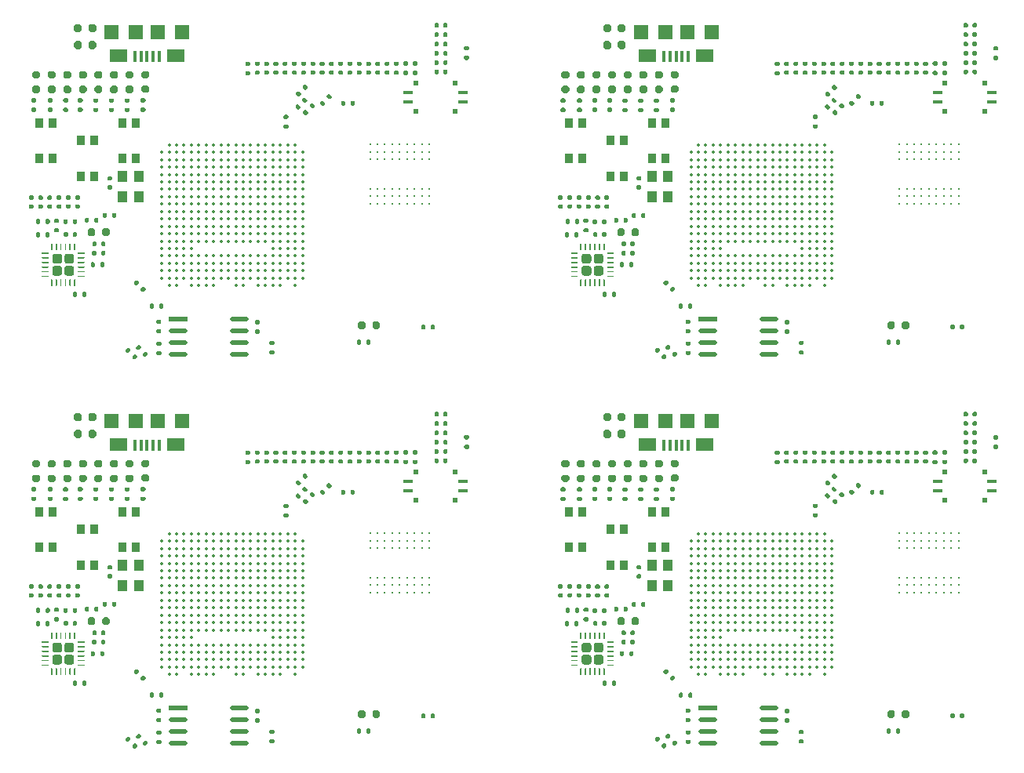
<source format=gtp>
G04 #@! TF.GenerationSoftware,KiCad,Pcbnew,5.1.9+dfsg1-1+deb11u1*
G04 #@! TF.CreationDate,2022-10-19T12:30:35+02:00*
G04 #@! TF.ProjectId,ulx4m-panel,756c7834-6d2d-4706-916e-656c2e6b6963,v0.0.3*
G04 #@! TF.SameCoordinates,Original*
G04 #@! TF.FileFunction,Paste,Top*
G04 #@! TF.FilePolarity,Positive*
%FSLAX46Y46*%
G04 Gerber Fmt 4.6, Leading zero omitted, Abs format (unit mm)*
G04 Created by KiCad (PCBNEW 5.1.9+dfsg1-1+deb11u1) date 2022-10-19 12:30:35*
%MOMM*%
%LPD*%
G01*
G04 APERTURE LIST*
%ADD10C,0.300000*%
%ADD11R,1.546000X1.646000*%
%ADD12R,0.300000X1.250000*%
%ADD13R,1.646000X1.646000*%
%ADD14R,1.846000X1.346000*%
%ADD15R,0.950000X1.050000*%
%ADD16R,1.100000X1.300000*%
%ADD17O,2.000000X0.500000*%
%ADD18R,2.000000X0.500000*%
%ADD19C,0.350000*%
%ADD20R,1.100000X0.400000*%
%ADD21R,0.600000X0.600000*%
G04 APERTURE END LIST*
G04 #@! TO.C,U4*
G36*
G01*
X61865002Y-73530015D02*
X61865002Y-74080017D01*
G75*
G02*
X61615003Y-74330016I-249999J0D01*
G01*
X61065001Y-74330016D01*
G75*
G02*
X60815002Y-74080017I0J249999D01*
G01*
X60815002Y-73530015D01*
G75*
G02*
X61065001Y-73280016I249999J0D01*
G01*
X61615003Y-73280016D01*
G75*
G02*
X61865002Y-73530015I0J-249999D01*
G01*
G37*
G36*
G01*
X61865002Y-74830015D02*
X61865002Y-75380017D01*
G75*
G02*
X61615003Y-75630016I-249999J0D01*
G01*
X61065001Y-75630016D01*
G75*
G02*
X60815002Y-75380017I0J249999D01*
G01*
X60815002Y-74830015D01*
G75*
G02*
X61065001Y-74580016I249999J0D01*
G01*
X61615003Y-74580016D01*
G75*
G02*
X61865002Y-74830015I0J-249999D01*
G01*
G37*
G36*
G01*
X63165002Y-73530015D02*
X63165002Y-74080017D01*
G75*
G02*
X62915003Y-74330016I-249999J0D01*
G01*
X62365001Y-74330016D01*
G75*
G02*
X62115002Y-74080017I0J249999D01*
G01*
X62115002Y-73530015D01*
G75*
G02*
X62365001Y-73280016I249999J0D01*
G01*
X62915003Y-73280016D01*
G75*
G02*
X63165002Y-73530015I0J-249999D01*
G01*
G37*
G36*
G01*
X63165002Y-74830015D02*
X63165002Y-75380017D01*
G75*
G02*
X62915003Y-75630016I-249999J0D01*
G01*
X62365001Y-75630016D01*
G75*
G02*
X62115002Y-75380017I0J249999D01*
G01*
X62115002Y-74830015D01*
G75*
G02*
X62365001Y-74580016I249999J0D01*
G01*
X62915003Y-74580016D01*
G75*
G02*
X63165002Y-74830015I0J-249999D01*
G01*
G37*
G36*
G01*
X63315002Y-76067516D02*
X63315002Y-76717516D01*
G75*
G02*
X63277502Y-76755016I-37500J0D01*
G01*
X63202502Y-76755016D01*
G75*
G02*
X63165002Y-76717516I0J37500D01*
G01*
X63165002Y-76067516D01*
G75*
G02*
X63202502Y-76030016I37500J0D01*
G01*
X63277502Y-76030016D01*
G75*
G02*
X63315002Y-76067516I0J-37500D01*
G01*
G37*
G36*
G01*
X62815002Y-76067516D02*
X62815002Y-76717516D01*
G75*
G02*
X62777502Y-76755016I-37500J0D01*
G01*
X62702502Y-76755016D01*
G75*
G02*
X62665002Y-76717516I0J37500D01*
G01*
X62665002Y-76067516D01*
G75*
G02*
X62702502Y-76030016I37500J0D01*
G01*
X62777502Y-76030016D01*
G75*
G02*
X62815002Y-76067516I0J-37500D01*
G01*
G37*
G36*
G01*
X62315002Y-76067516D02*
X62315002Y-76717516D01*
G75*
G02*
X62277502Y-76755016I-37500J0D01*
G01*
X62202502Y-76755016D01*
G75*
G02*
X62165002Y-76717516I0J37500D01*
G01*
X62165002Y-76067516D01*
G75*
G02*
X62202502Y-76030016I37500J0D01*
G01*
X62277502Y-76030016D01*
G75*
G02*
X62315002Y-76067516I0J-37500D01*
G01*
G37*
G36*
G01*
X61815002Y-76067516D02*
X61815002Y-76717516D01*
G75*
G02*
X61777502Y-76755016I-37500J0D01*
G01*
X61702502Y-76755016D01*
G75*
G02*
X61665002Y-76717516I0J37500D01*
G01*
X61665002Y-76067516D01*
G75*
G02*
X61702502Y-76030016I37500J0D01*
G01*
X61777502Y-76030016D01*
G75*
G02*
X61815002Y-76067516I0J-37500D01*
G01*
G37*
G36*
G01*
X61315002Y-76067516D02*
X61315002Y-76717516D01*
G75*
G02*
X61277502Y-76755016I-37500J0D01*
G01*
X61202502Y-76755016D01*
G75*
G02*
X61165002Y-76717516I0J37500D01*
G01*
X61165002Y-76067516D01*
G75*
G02*
X61202502Y-76030016I37500J0D01*
G01*
X61277502Y-76030016D01*
G75*
G02*
X61315002Y-76067516I0J-37500D01*
G01*
G37*
G36*
G01*
X60815002Y-76067516D02*
X60815002Y-76717516D01*
G75*
G02*
X60777502Y-76755016I-37500J0D01*
G01*
X60702502Y-76755016D01*
G75*
G02*
X60665002Y-76717516I0J37500D01*
G01*
X60665002Y-76067516D01*
G75*
G02*
X60702502Y-76030016I37500J0D01*
G01*
X60777502Y-76030016D01*
G75*
G02*
X60815002Y-76067516I0J-37500D01*
G01*
G37*
G36*
G01*
X60415002Y-75667516D02*
X60415002Y-75742516D01*
G75*
G02*
X60377502Y-75780016I-37500J0D01*
G01*
X59727502Y-75780016D01*
G75*
G02*
X59690002Y-75742516I0J37500D01*
G01*
X59690002Y-75667516D01*
G75*
G02*
X59727502Y-75630016I37500J0D01*
G01*
X60377502Y-75630016D01*
G75*
G02*
X60415002Y-75667516I0J-37500D01*
G01*
G37*
G36*
G01*
X60415002Y-75167516D02*
X60415002Y-75242516D01*
G75*
G02*
X60377502Y-75280016I-37500J0D01*
G01*
X59727502Y-75280016D01*
G75*
G02*
X59690002Y-75242516I0J37500D01*
G01*
X59690002Y-75167516D01*
G75*
G02*
X59727502Y-75130016I37500J0D01*
G01*
X60377502Y-75130016D01*
G75*
G02*
X60415002Y-75167516I0J-37500D01*
G01*
G37*
G36*
G01*
X60415002Y-74667516D02*
X60415002Y-74742516D01*
G75*
G02*
X60377502Y-74780016I-37500J0D01*
G01*
X59727502Y-74780016D01*
G75*
G02*
X59690002Y-74742516I0J37500D01*
G01*
X59690002Y-74667516D01*
G75*
G02*
X59727502Y-74630016I37500J0D01*
G01*
X60377502Y-74630016D01*
G75*
G02*
X60415002Y-74667516I0J-37500D01*
G01*
G37*
G36*
G01*
X60415002Y-74167516D02*
X60415002Y-74242516D01*
G75*
G02*
X60377502Y-74280016I-37500J0D01*
G01*
X59727502Y-74280016D01*
G75*
G02*
X59690002Y-74242516I0J37500D01*
G01*
X59690002Y-74167516D01*
G75*
G02*
X59727502Y-74130016I37500J0D01*
G01*
X60377502Y-74130016D01*
G75*
G02*
X60415002Y-74167516I0J-37500D01*
G01*
G37*
G36*
G01*
X60415002Y-73667516D02*
X60415002Y-73742516D01*
G75*
G02*
X60377502Y-73780016I-37500J0D01*
G01*
X59727502Y-73780016D01*
G75*
G02*
X59690002Y-73742516I0J37500D01*
G01*
X59690002Y-73667516D01*
G75*
G02*
X59727502Y-73630016I37500J0D01*
G01*
X60377502Y-73630016D01*
G75*
G02*
X60415002Y-73667516I0J-37500D01*
G01*
G37*
G36*
G01*
X60415002Y-73167516D02*
X60415002Y-73242516D01*
G75*
G02*
X60377502Y-73280016I-37500J0D01*
G01*
X59727502Y-73280016D01*
G75*
G02*
X59690002Y-73242516I0J37500D01*
G01*
X59690002Y-73167516D01*
G75*
G02*
X59727502Y-73130016I37500J0D01*
G01*
X60377502Y-73130016D01*
G75*
G02*
X60415002Y-73167516I0J-37500D01*
G01*
G37*
G36*
G01*
X60815002Y-72192516D02*
X60815002Y-72842516D01*
G75*
G02*
X60777502Y-72880016I-37500J0D01*
G01*
X60702502Y-72880016D01*
G75*
G02*
X60665002Y-72842516I0J37500D01*
G01*
X60665002Y-72192516D01*
G75*
G02*
X60702502Y-72155016I37500J0D01*
G01*
X60777502Y-72155016D01*
G75*
G02*
X60815002Y-72192516I0J-37500D01*
G01*
G37*
G36*
G01*
X61315002Y-72192516D02*
X61315002Y-72842516D01*
G75*
G02*
X61277502Y-72880016I-37500J0D01*
G01*
X61202502Y-72880016D01*
G75*
G02*
X61165002Y-72842516I0J37500D01*
G01*
X61165002Y-72192516D01*
G75*
G02*
X61202502Y-72155016I37500J0D01*
G01*
X61277502Y-72155016D01*
G75*
G02*
X61315002Y-72192516I0J-37500D01*
G01*
G37*
G36*
G01*
X61815002Y-72192516D02*
X61815002Y-72842516D01*
G75*
G02*
X61777502Y-72880016I-37500J0D01*
G01*
X61702502Y-72880016D01*
G75*
G02*
X61665002Y-72842516I0J37500D01*
G01*
X61665002Y-72192516D01*
G75*
G02*
X61702502Y-72155016I37500J0D01*
G01*
X61777502Y-72155016D01*
G75*
G02*
X61815002Y-72192516I0J-37500D01*
G01*
G37*
G36*
G01*
X62315002Y-72192516D02*
X62315002Y-72842516D01*
G75*
G02*
X62277502Y-72880016I-37500J0D01*
G01*
X62202502Y-72880016D01*
G75*
G02*
X62165002Y-72842516I0J37500D01*
G01*
X62165002Y-72192516D01*
G75*
G02*
X62202502Y-72155016I37500J0D01*
G01*
X62277502Y-72155016D01*
G75*
G02*
X62315002Y-72192516I0J-37500D01*
G01*
G37*
G36*
G01*
X62815002Y-72192516D02*
X62815002Y-72842516D01*
G75*
G02*
X62777502Y-72880016I-37500J0D01*
G01*
X62702502Y-72880016D01*
G75*
G02*
X62665002Y-72842516I0J37500D01*
G01*
X62665002Y-72192516D01*
G75*
G02*
X62702502Y-72155016I37500J0D01*
G01*
X62777502Y-72155016D01*
G75*
G02*
X62815002Y-72192516I0J-37500D01*
G01*
G37*
G36*
G01*
X63315002Y-72192516D02*
X63315002Y-72842516D01*
G75*
G02*
X63277502Y-72880016I-37500J0D01*
G01*
X63202502Y-72880016D01*
G75*
G02*
X63165002Y-72842516I0J37500D01*
G01*
X63165002Y-72192516D01*
G75*
G02*
X63202502Y-72155016I37500J0D01*
G01*
X63277502Y-72155016D01*
G75*
G02*
X63315002Y-72192516I0J-37500D01*
G01*
G37*
G36*
G01*
X64290002Y-73167516D02*
X64290002Y-73242516D01*
G75*
G02*
X64252502Y-73280016I-37500J0D01*
G01*
X63602502Y-73280016D01*
G75*
G02*
X63565002Y-73242516I0J37500D01*
G01*
X63565002Y-73167516D01*
G75*
G02*
X63602502Y-73130016I37500J0D01*
G01*
X64252502Y-73130016D01*
G75*
G02*
X64290002Y-73167516I0J-37500D01*
G01*
G37*
G36*
G01*
X64290002Y-73667516D02*
X64290002Y-73742516D01*
G75*
G02*
X64252502Y-73780016I-37500J0D01*
G01*
X63602502Y-73780016D01*
G75*
G02*
X63565002Y-73742516I0J37500D01*
G01*
X63565002Y-73667516D01*
G75*
G02*
X63602502Y-73630016I37500J0D01*
G01*
X64252502Y-73630016D01*
G75*
G02*
X64290002Y-73667516I0J-37500D01*
G01*
G37*
G36*
G01*
X64290002Y-74167516D02*
X64290002Y-74242516D01*
G75*
G02*
X64252502Y-74280016I-37500J0D01*
G01*
X63602502Y-74280016D01*
G75*
G02*
X63565002Y-74242516I0J37500D01*
G01*
X63565002Y-74167516D01*
G75*
G02*
X63602502Y-74130016I37500J0D01*
G01*
X64252502Y-74130016D01*
G75*
G02*
X64290002Y-74167516I0J-37500D01*
G01*
G37*
G36*
G01*
X64290002Y-74667516D02*
X64290002Y-74742516D01*
G75*
G02*
X64252502Y-74780016I-37500J0D01*
G01*
X63602502Y-74780016D01*
G75*
G02*
X63565002Y-74742516I0J37500D01*
G01*
X63565002Y-74667516D01*
G75*
G02*
X63602502Y-74630016I37500J0D01*
G01*
X64252502Y-74630016D01*
G75*
G02*
X64290002Y-74667516I0J-37500D01*
G01*
G37*
G36*
G01*
X64290002Y-75167516D02*
X64290002Y-75242516D01*
G75*
G02*
X64252502Y-75280016I-37500J0D01*
G01*
X63602502Y-75280016D01*
G75*
G02*
X63565002Y-75242516I0J37500D01*
G01*
X63565002Y-75167516D01*
G75*
G02*
X63602502Y-75130016I37500J0D01*
G01*
X64252502Y-75130016D01*
G75*
G02*
X64290002Y-75167516I0J-37500D01*
G01*
G37*
G36*
G01*
X64290002Y-75667516D02*
X64290002Y-75742516D01*
G75*
G02*
X64252502Y-75780016I-37500J0D01*
G01*
X63602502Y-75780016D01*
G75*
G02*
X63565002Y-75742516I0J37500D01*
G01*
X63565002Y-75667516D01*
G75*
G02*
X63602502Y-75630016I37500J0D01*
G01*
X64252502Y-75630016D01*
G75*
G02*
X64290002Y-75667516I0J-37500D01*
G01*
G37*
G04 #@! TD*
G04 #@! TO.C,R63*
G36*
G01*
X63060002Y-77825016D02*
X63060002Y-77505016D01*
G75*
G02*
X63170002Y-77395016I110000J0D01*
G01*
X63390002Y-77395016D01*
G75*
G02*
X63500002Y-77505016I0J-110000D01*
G01*
X63500002Y-77825016D01*
G75*
G02*
X63390002Y-77935016I-110000J0D01*
G01*
X63170002Y-77935016D01*
G75*
G02*
X63060002Y-77825016I0J110000D01*
G01*
G37*
G36*
G01*
X64080002Y-77825016D02*
X64080002Y-77505016D01*
G75*
G02*
X64190002Y-77395016I110000J0D01*
G01*
X64410002Y-77395016D01*
G75*
G02*
X64520002Y-77505016I0J-110000D01*
G01*
X64520002Y-77825016D01*
G75*
G02*
X64410002Y-77935016I-110000J0D01*
G01*
X64190002Y-77935016D01*
G75*
G02*
X64080002Y-77825016I0J110000D01*
G01*
G37*
G04 #@! TD*
G04 #@! TO.C,R60*
G36*
G01*
X66240002Y-69285016D02*
X66240002Y-68965016D01*
G75*
G02*
X66350002Y-68855016I110000J0D01*
G01*
X66570002Y-68855016D01*
G75*
G02*
X66680002Y-68965016I0J-110000D01*
G01*
X66680002Y-69285016D01*
G75*
G02*
X66570002Y-69395016I-110000J0D01*
G01*
X66350002Y-69395016D01*
G75*
G02*
X66240002Y-69285016I0J110000D01*
G01*
G37*
G36*
G01*
X67260002Y-69285016D02*
X67260002Y-68965016D01*
G75*
G02*
X67370002Y-68855016I110000J0D01*
G01*
X67590002Y-68855016D01*
G75*
G02*
X67700002Y-68965016I0J-110000D01*
G01*
X67700002Y-69285016D01*
G75*
G02*
X67590002Y-69395016I-110000J0D01*
G01*
X67370002Y-69395016D01*
G75*
G02*
X67260002Y-69285016I0J110000D01*
G01*
G37*
G04 #@! TD*
G04 #@! TO.C,R59*
G36*
G01*
X65980002Y-74615016D02*
X65980002Y-74295016D01*
G75*
G02*
X66090002Y-74185016I110000J0D01*
G01*
X66310002Y-74185016D01*
G75*
G02*
X66420002Y-74295016I0J-110000D01*
G01*
X66420002Y-74615016D01*
G75*
G02*
X66310002Y-74725016I-110000J0D01*
G01*
X66090002Y-74725016D01*
G75*
G02*
X65980002Y-74615016I0J110000D01*
G01*
G37*
G36*
G01*
X64960002Y-74615016D02*
X64960002Y-74295016D01*
G75*
G02*
X65070002Y-74185016I110000J0D01*
G01*
X65290002Y-74185016D01*
G75*
G02*
X65400002Y-74295016I0J-110000D01*
G01*
X65400002Y-74615016D01*
G75*
G02*
X65290002Y-74725016I-110000J0D01*
G01*
X65070002Y-74725016D01*
G75*
G02*
X64960002Y-74615016I0J110000D01*
G01*
G37*
G04 #@! TD*
G04 #@! TO.C,R58*
G36*
G01*
X61120002Y-69505016D02*
X61440002Y-69505016D01*
G75*
G02*
X61550002Y-69615016I0J-110000D01*
G01*
X61550002Y-69835016D01*
G75*
G02*
X61440002Y-69945016I-110000J0D01*
G01*
X61120002Y-69945016D01*
G75*
G02*
X61010002Y-69835016I0J110000D01*
G01*
X61010002Y-69615016D01*
G75*
G02*
X61120002Y-69505016I110000J0D01*
G01*
G37*
G36*
G01*
X61120002Y-70525016D02*
X61440002Y-70525016D01*
G75*
G02*
X61550002Y-70635016I0J-110000D01*
G01*
X61550002Y-70855016D01*
G75*
G02*
X61440002Y-70965016I-110000J0D01*
G01*
X61120002Y-70965016D01*
G75*
G02*
X61010002Y-70855016I0J110000D01*
G01*
X61010002Y-70635016D01*
G75*
G02*
X61120002Y-70525016I110000J0D01*
G01*
G37*
G04 #@! TD*
G04 #@! TO.C,R57*
G36*
G01*
X60050002Y-71375016D02*
X60050002Y-71055016D01*
G75*
G02*
X60160002Y-70945016I110000J0D01*
G01*
X60380002Y-70945016D01*
G75*
G02*
X60490002Y-71055016I0J-110000D01*
G01*
X60490002Y-71375016D01*
G75*
G02*
X60380002Y-71485016I-110000J0D01*
G01*
X60160002Y-71485016D01*
G75*
G02*
X60050002Y-71375016I0J110000D01*
G01*
G37*
G36*
G01*
X59030002Y-71375016D02*
X59030002Y-71055016D01*
G75*
G02*
X59140002Y-70945016I110000J0D01*
G01*
X59360002Y-70945016D01*
G75*
G02*
X59470002Y-71055016I0J-110000D01*
G01*
X59470002Y-71375016D01*
G75*
G02*
X59360002Y-71485016I-110000J0D01*
G01*
X59140002Y-71485016D01*
G75*
G02*
X59030002Y-71375016I0J110000D01*
G01*
G37*
G04 #@! TD*
G04 #@! TO.C,R56*
G36*
G01*
X65340002Y-69805016D02*
X65340002Y-69485016D01*
G75*
G02*
X65450002Y-69375016I110000J0D01*
G01*
X65670002Y-69375016D01*
G75*
G02*
X65780002Y-69485016I0J-110000D01*
G01*
X65780002Y-69805016D01*
G75*
G02*
X65670002Y-69915016I-110000J0D01*
G01*
X65450002Y-69915016D01*
G75*
G02*
X65340002Y-69805016I0J110000D01*
G01*
G37*
G36*
G01*
X64320002Y-69805016D02*
X64320002Y-69485016D01*
G75*
G02*
X64430002Y-69375016I110000J0D01*
G01*
X64650002Y-69375016D01*
G75*
G02*
X64760002Y-69485016I0J-110000D01*
G01*
X64760002Y-69805016D01*
G75*
G02*
X64650002Y-69915016I-110000J0D01*
G01*
X64430002Y-69915016D01*
G75*
G02*
X64320002Y-69805016I0J110000D01*
G01*
G37*
G04 #@! TD*
G04 #@! TO.C,R55*
G36*
G01*
X59090002Y-69945016D02*
X59090002Y-69625016D01*
G75*
G02*
X59200002Y-69515016I110000J0D01*
G01*
X59420002Y-69515016D01*
G75*
G02*
X59530002Y-69625016I0J-110000D01*
G01*
X59530002Y-69945016D01*
G75*
G02*
X59420002Y-70055016I-110000J0D01*
G01*
X59200002Y-70055016D01*
G75*
G02*
X59090002Y-69945016I0J110000D01*
G01*
G37*
G36*
G01*
X60110002Y-69945016D02*
X60110002Y-69625016D01*
G75*
G02*
X60220002Y-69515016I110000J0D01*
G01*
X60440002Y-69515016D01*
G75*
G02*
X60550002Y-69625016I0J-110000D01*
G01*
X60550002Y-69945016D01*
G75*
G02*
X60440002Y-70055016I-110000J0D01*
G01*
X60220002Y-70055016D01*
G75*
G02*
X60110002Y-69945016I0J110000D01*
G01*
G37*
G04 #@! TD*
G04 #@! TO.C,R54*
G36*
G01*
X63040002Y-69965016D02*
X63040002Y-69645016D01*
G75*
G02*
X63150002Y-69535016I110000J0D01*
G01*
X63370002Y-69535016D01*
G75*
G02*
X63480002Y-69645016I0J-110000D01*
G01*
X63480002Y-69965016D01*
G75*
G02*
X63370002Y-70075016I-110000J0D01*
G01*
X63150002Y-70075016D01*
G75*
G02*
X63040002Y-69965016I0J110000D01*
G01*
G37*
G36*
G01*
X62020002Y-69965016D02*
X62020002Y-69645016D01*
G75*
G02*
X62130002Y-69535016I110000J0D01*
G01*
X62350002Y-69535016D01*
G75*
G02*
X62460002Y-69645016I0J-110000D01*
G01*
X62460002Y-69965016D01*
G75*
G02*
X62350002Y-70075016I-110000J0D01*
G01*
X62130002Y-70075016D01*
G75*
G02*
X62020002Y-69965016I0J110000D01*
G01*
G37*
G04 #@! TD*
G04 #@! TO.C,C89*
G36*
G01*
X66080002Y-73350016D02*
X66080002Y-73060016D01*
G75*
G02*
X66195002Y-72945016I115000J0D01*
G01*
X66425002Y-72945016D01*
G75*
G02*
X66540002Y-73060016I0J-115000D01*
G01*
X66540002Y-73350016D01*
G75*
G02*
X66425002Y-73465016I-115000J0D01*
G01*
X66195002Y-73465016D01*
G75*
G02*
X66080002Y-73350016I0J115000D01*
G01*
G37*
G36*
G01*
X65120002Y-73350016D02*
X65120002Y-73060016D01*
G75*
G02*
X65235002Y-72945016I115000J0D01*
G01*
X65465002Y-72945016D01*
G75*
G02*
X65580002Y-73060016I0J-115000D01*
G01*
X65580002Y-73350016D01*
G75*
G02*
X65465002Y-73465016I-115000J0D01*
G01*
X65235002Y-73465016D01*
G75*
G02*
X65120002Y-73350016I0J115000D01*
G01*
G37*
G04 #@! TD*
G04 #@! TO.C,C87*
G36*
G01*
X66090002Y-72360016D02*
X66090002Y-72070016D01*
G75*
G02*
X66205002Y-71955016I115000J0D01*
G01*
X66435002Y-71955016D01*
G75*
G02*
X66550002Y-72070016I0J-115000D01*
G01*
X66550002Y-72360016D01*
G75*
G02*
X66435002Y-72475016I-115000J0D01*
G01*
X66205002Y-72475016D01*
G75*
G02*
X66090002Y-72360016I0J115000D01*
G01*
G37*
G36*
G01*
X65130002Y-72360016D02*
X65130002Y-72070016D01*
G75*
G02*
X65245002Y-71955016I115000J0D01*
G01*
X65475002Y-71955016D01*
G75*
G02*
X65590002Y-72070016I0J-115000D01*
G01*
X65590002Y-72360016D01*
G75*
G02*
X65475002Y-72475016I-115000J0D01*
G01*
X65245002Y-72475016D01*
G75*
G02*
X65130002Y-72360016I0J115000D01*
G01*
G37*
G04 #@! TD*
G04 #@! TO.C,C85*
G36*
G01*
X66205002Y-71180016D02*
X66205002Y-70730016D01*
G75*
G02*
X66405002Y-70530016I200000J0D01*
G01*
X66805002Y-70530016D01*
G75*
G02*
X67005002Y-70730016I0J-200000D01*
G01*
X67005002Y-71180016D01*
G75*
G02*
X66805002Y-71380016I-200000J0D01*
G01*
X66405002Y-71380016D01*
G75*
G02*
X66205002Y-71180016I0J200000D01*
G01*
G37*
G36*
G01*
X64655002Y-71180016D02*
X64655002Y-70730016D01*
G75*
G02*
X64855002Y-70530016I200000J0D01*
G01*
X65255002Y-70530016D01*
G75*
G02*
X65455002Y-70730016I0J-200000D01*
G01*
X65455002Y-71180016D01*
G75*
G02*
X65255002Y-71380016I-200000J0D01*
G01*
X64855002Y-71380016D01*
G75*
G02*
X64655002Y-71180016I0J200000D01*
G01*
G37*
G04 #@! TD*
G04 #@! TO.C,C84*
G36*
G01*
X62060002Y-71330016D02*
X62060002Y-71040016D01*
G75*
G02*
X62175002Y-70925016I115000J0D01*
G01*
X62405002Y-70925016D01*
G75*
G02*
X62520002Y-71040016I0J-115000D01*
G01*
X62520002Y-71330016D01*
G75*
G02*
X62405002Y-71445016I-115000J0D01*
G01*
X62175002Y-71445016D01*
G75*
G02*
X62060002Y-71330016I0J115000D01*
G01*
G37*
G36*
G01*
X63020002Y-71330016D02*
X63020002Y-71040016D01*
G75*
G02*
X63135002Y-70925016I115000J0D01*
G01*
X63365002Y-70925016D01*
G75*
G02*
X63480002Y-71040016I0J-115000D01*
G01*
X63480002Y-71330016D01*
G75*
G02*
X63365002Y-71445016I-115000J0D01*
G01*
X63135002Y-71445016D01*
G75*
G02*
X63020002Y-71330016I0J115000D01*
G01*
G37*
G04 #@! TD*
D10*
G04 #@! TO.C,U2*
X101500002Y-61465016D03*
X101500002Y-62265016D03*
X101500002Y-63065016D03*
X101500002Y-66265016D03*
X101500002Y-67065016D03*
X101500002Y-67865016D03*
X100700002Y-61465016D03*
X100700002Y-62265016D03*
X100700002Y-63065016D03*
X100700002Y-66265016D03*
X100700002Y-67065016D03*
X100700002Y-67865016D03*
X99900002Y-61465016D03*
X99900002Y-62265016D03*
X99900002Y-63065016D03*
X99900002Y-66265016D03*
X99900002Y-67065016D03*
X99900002Y-67865016D03*
X99100002Y-61465016D03*
X99100002Y-62265016D03*
X99100002Y-63065016D03*
X99100002Y-66265016D03*
X99100002Y-67065016D03*
X99100002Y-67865016D03*
X95100002Y-62265016D03*
X95900002Y-62265016D03*
X96700002Y-62265016D03*
X97500002Y-62265016D03*
X97500002Y-63065016D03*
X96700002Y-63065016D03*
X96700002Y-66265016D03*
X97500002Y-66265016D03*
X97500002Y-67065016D03*
X96700002Y-67065016D03*
X95900002Y-67065016D03*
X95100002Y-67065016D03*
X95100002Y-63065016D03*
X95900002Y-63065016D03*
X95900002Y-66265016D03*
X95100002Y-66265016D03*
X95100002Y-61465016D03*
X95900002Y-61465016D03*
X96700002Y-61465016D03*
X97500002Y-61465016D03*
X98300002Y-61465016D03*
X98300002Y-62265016D03*
X98300002Y-63065016D03*
X98300002Y-66265016D03*
X98300002Y-67065016D03*
X98300002Y-67865016D03*
X97500002Y-67865016D03*
X96700002Y-67865016D03*
X95900002Y-67865016D03*
X95100002Y-67865016D03*
G04 #@! TD*
G04 #@! TO.C,RV3*
G36*
G01*
X64917502Y-50290016D02*
X65342502Y-50290016D01*
G75*
G02*
X65555002Y-50502516I0J-212500D01*
G01*
X65555002Y-50952516D01*
G75*
G02*
X65342502Y-51165016I-212500J0D01*
G01*
X64917502Y-51165016D01*
G75*
G02*
X64705002Y-50952516I0J212500D01*
G01*
X64705002Y-50502516D01*
G75*
G02*
X64917502Y-50290016I212500J0D01*
G01*
G37*
G36*
G01*
X64917502Y-48465016D02*
X65342502Y-48465016D01*
G75*
G02*
X65555002Y-48677516I0J-212500D01*
G01*
X65555002Y-49127516D01*
G75*
G02*
X65342502Y-49340016I-212500J0D01*
G01*
X64917502Y-49340016D01*
G75*
G02*
X64705002Y-49127516I0J212500D01*
G01*
X64705002Y-48677516D01*
G75*
G02*
X64917502Y-48465016I212500J0D01*
G01*
G37*
G04 #@! TD*
G04 #@! TO.C,RV2*
G36*
G01*
X63792502Y-51175016D02*
X63367502Y-51175016D01*
G75*
G02*
X63155002Y-50962516I0J212500D01*
G01*
X63155002Y-50512516D01*
G75*
G02*
X63367502Y-50300016I212500J0D01*
G01*
X63792502Y-50300016D01*
G75*
G02*
X64005002Y-50512516I0J-212500D01*
G01*
X64005002Y-50962516D01*
G75*
G02*
X63792502Y-51175016I-212500J0D01*
G01*
G37*
G36*
G01*
X63792502Y-49350016D02*
X63367502Y-49350016D01*
G75*
G02*
X63155002Y-49137516I0J212500D01*
G01*
X63155002Y-48687516D01*
G75*
G02*
X63367502Y-48475016I212500J0D01*
G01*
X63792502Y-48475016D01*
G75*
G02*
X64005002Y-48687516I0J-212500D01*
G01*
X64005002Y-49137516D01*
G75*
G02*
X63792502Y-49350016I-212500J0D01*
G01*
G37*
G04 #@! TD*
D11*
G04 #@! TO.C,P1*
X67230002Y-49295016D03*
X74830002Y-49295016D03*
D12*
X69730002Y-51970016D03*
X70380002Y-51970016D03*
X71030002Y-51970016D03*
X71680002Y-51970016D03*
X72330002Y-51970016D03*
D13*
X69830002Y-49295016D03*
X72230002Y-49295016D03*
D14*
X67930002Y-51845016D03*
X74130002Y-51845016D03*
G04 #@! TD*
G04 #@! TO.C,R62*
G36*
G01*
X69979327Y-84458067D02*
X69753053Y-84684341D01*
G75*
G02*
X69597489Y-84684341I-77782J77782D01*
G01*
X69441925Y-84528777D01*
G75*
G02*
X69441925Y-84373213I77782J77782D01*
G01*
X69668199Y-84146939D01*
G75*
G02*
X69823763Y-84146939I77782J-77782D01*
G01*
X69979327Y-84302503D01*
G75*
G02*
X69979327Y-84458067I-77782J-77782D01*
G01*
G37*
G36*
G01*
X69258079Y-83736819D02*
X69031805Y-83963093D01*
G75*
G02*
X68876241Y-83963093I-77782J77782D01*
G01*
X68720677Y-83807529D01*
G75*
G02*
X68720677Y-83651965I77782J77782D01*
G01*
X68946951Y-83425691D01*
G75*
G02*
X69102515Y-83425691I77782J-77782D01*
G01*
X69258079Y-83581255D01*
G75*
G02*
X69258079Y-83736819I-77782J-77782D01*
G01*
G37*
G04 #@! TD*
G04 #@! TO.C,R61*
G36*
G01*
X70398079Y-83436819D02*
X70171805Y-83663093D01*
G75*
G02*
X70016241Y-83663093I-77782J77782D01*
G01*
X69860677Y-83507529D01*
G75*
G02*
X69860677Y-83351965I77782J77782D01*
G01*
X70086951Y-83125691D01*
G75*
G02*
X70242515Y-83125691I77782J-77782D01*
G01*
X70398079Y-83281255D01*
G75*
G02*
X70398079Y-83436819I-77782J-77782D01*
G01*
G37*
G36*
G01*
X71119327Y-84158067D02*
X70893053Y-84384341D01*
G75*
G02*
X70737489Y-84384341I-77782J77782D01*
G01*
X70581925Y-84228777D01*
G75*
G02*
X70581925Y-84073213I77782J77782D01*
G01*
X70808199Y-83846939D01*
G75*
G02*
X70963763Y-83846939I77782J-77782D01*
G01*
X71119327Y-84002503D01*
G75*
G02*
X71119327Y-84158067I-77782J-77782D01*
G01*
G37*
G04 #@! TD*
D15*
G04 #@! TO.C,BTN3*
X69855002Y-59130016D03*
X68405002Y-59130016D03*
X69855002Y-62980016D03*
X68405002Y-62980016D03*
G04 #@! TD*
G04 #@! TO.C,D7*
G36*
G01*
X58833753Y-53560017D02*
X59296253Y-53560017D01*
G75*
G02*
X59490003Y-53753767I0J-193750D01*
G01*
X59490003Y-54141267D01*
G75*
G02*
X59296253Y-54335017I-193750J0D01*
G01*
X58833753Y-54335017D01*
G75*
G02*
X58640003Y-54141267I0J193750D01*
G01*
X58640003Y-53753767D01*
G75*
G02*
X58833753Y-53560017I193750J0D01*
G01*
G37*
G36*
G01*
X58833753Y-55135017D02*
X59296253Y-55135017D01*
G75*
G02*
X59490003Y-55328767I0J-193750D01*
G01*
X59490003Y-55716267D01*
G75*
G02*
X59296253Y-55910017I-193750J0D01*
G01*
X58833753Y-55910017D01*
G75*
G02*
X58640003Y-55716267I0J193750D01*
G01*
X58640003Y-55328767D01*
G75*
G02*
X58833753Y-55135017I193750J0D01*
G01*
G37*
G04 #@! TD*
G04 #@! TO.C,D6*
G36*
G01*
X60513753Y-55135017D02*
X60976253Y-55135017D01*
G75*
G02*
X61170003Y-55328767I0J-193750D01*
G01*
X61170003Y-55716267D01*
G75*
G02*
X60976253Y-55910017I-193750J0D01*
G01*
X60513753Y-55910017D01*
G75*
G02*
X60320003Y-55716267I0J193750D01*
G01*
X60320003Y-55328767D01*
G75*
G02*
X60513753Y-55135017I193750J0D01*
G01*
G37*
G36*
G01*
X60513753Y-53560017D02*
X60976253Y-53560017D01*
G75*
G02*
X61170003Y-53753767I0J-193750D01*
G01*
X61170003Y-54141267D01*
G75*
G02*
X60976253Y-54335017I-193750J0D01*
G01*
X60513753Y-54335017D01*
G75*
G02*
X60320003Y-54141267I0J193750D01*
G01*
X60320003Y-53753767D01*
G75*
G02*
X60513753Y-53560017I193750J0D01*
G01*
G37*
G04 #@! TD*
G04 #@! TO.C,D5*
G36*
G01*
X62193753Y-55135017D02*
X62656253Y-55135017D01*
G75*
G02*
X62850003Y-55328767I0J-193750D01*
G01*
X62850003Y-55716267D01*
G75*
G02*
X62656253Y-55910017I-193750J0D01*
G01*
X62193753Y-55910017D01*
G75*
G02*
X62000003Y-55716267I0J193750D01*
G01*
X62000003Y-55328767D01*
G75*
G02*
X62193753Y-55135017I193750J0D01*
G01*
G37*
G36*
G01*
X62193753Y-53560017D02*
X62656253Y-53560017D01*
G75*
G02*
X62850003Y-53753767I0J-193750D01*
G01*
X62850003Y-54141267D01*
G75*
G02*
X62656253Y-54335017I-193750J0D01*
G01*
X62193753Y-54335017D01*
G75*
G02*
X62000003Y-54141267I0J193750D01*
G01*
X62000003Y-53753767D01*
G75*
G02*
X62193753Y-53560017I193750J0D01*
G01*
G37*
G04 #@! TD*
G04 #@! TO.C,D4*
G36*
G01*
X63878752Y-53560017D02*
X64341252Y-53560017D01*
G75*
G02*
X64535002Y-53753767I0J-193750D01*
G01*
X64535002Y-54141267D01*
G75*
G02*
X64341252Y-54335017I-193750J0D01*
G01*
X63878752Y-54335017D01*
G75*
G02*
X63685002Y-54141267I0J193750D01*
G01*
X63685002Y-53753767D01*
G75*
G02*
X63878752Y-53560017I193750J0D01*
G01*
G37*
G36*
G01*
X63878752Y-55135017D02*
X64341252Y-55135017D01*
G75*
G02*
X64535002Y-55328767I0J-193750D01*
G01*
X64535002Y-55716267D01*
G75*
G02*
X64341252Y-55910017I-193750J0D01*
G01*
X63878752Y-55910017D01*
G75*
G02*
X63685002Y-55716267I0J193750D01*
G01*
X63685002Y-55328767D01*
G75*
G02*
X63878752Y-55135017I193750J0D01*
G01*
G37*
G04 #@! TD*
G04 #@! TO.C,R51*
G36*
G01*
X89916951Y-57294341D02*
X89690677Y-57068067D01*
G75*
G02*
X89690677Y-56912503I77782J77782D01*
G01*
X89846241Y-56756939D01*
G75*
G02*
X90001805Y-56756939I77782J-77782D01*
G01*
X90228079Y-56983213D01*
G75*
G02*
X90228079Y-57138777I-77782J-77782D01*
G01*
X90072515Y-57294341D01*
G75*
G02*
X89916951Y-57294341I-77782J77782D01*
G01*
G37*
G36*
G01*
X90638199Y-56573093D02*
X90411925Y-56346819D01*
G75*
G02*
X90411925Y-56191255I77782J77782D01*
G01*
X90567489Y-56035691D01*
G75*
G02*
X90723053Y-56035691I77782J-77782D01*
G01*
X90949327Y-56261965D01*
G75*
G02*
X90949327Y-56417529I-77782J-77782D01*
G01*
X90793763Y-56573093D01*
G75*
G02*
X90638199Y-56573093I-77782J77782D01*
G01*
G37*
G04 #@! TD*
G04 #@! TO.C,R50*
G36*
G01*
X88058199Y-55573093D02*
X87831925Y-55346819D01*
G75*
G02*
X87831925Y-55191255I77782J77782D01*
G01*
X87987489Y-55035691D01*
G75*
G02*
X88143053Y-55035691I77782J-77782D01*
G01*
X88369327Y-55261965D01*
G75*
G02*
X88369327Y-55417529I-77782J-77782D01*
G01*
X88213763Y-55573093D01*
G75*
G02*
X88058199Y-55573093I-77782J77782D01*
G01*
G37*
G36*
G01*
X87336951Y-56294341D02*
X87110677Y-56068067D01*
G75*
G02*
X87110677Y-55912503I77782J77782D01*
G01*
X87266241Y-55756939D01*
G75*
G02*
X87421805Y-55756939I77782J-77782D01*
G01*
X87648079Y-55983213D01*
G75*
G02*
X87648079Y-56138777I-77782J-77782D01*
G01*
X87492515Y-56294341D01*
G75*
G02*
X87336951Y-56294341I-77782J77782D01*
G01*
G37*
G04 #@! TD*
G04 #@! TO.C,R49*
G36*
G01*
X92990002Y-57175016D02*
X92990002Y-56855016D01*
G75*
G02*
X93100002Y-56745016I110000J0D01*
G01*
X93320002Y-56745016D01*
G75*
G02*
X93430002Y-56855016I0J-110000D01*
G01*
X93430002Y-57175016D01*
G75*
G02*
X93320002Y-57285016I-110000J0D01*
G01*
X93100002Y-57285016D01*
G75*
G02*
X92990002Y-57175016I0J110000D01*
G01*
G37*
G36*
G01*
X91970002Y-57175016D02*
X91970002Y-56855016D01*
G75*
G02*
X92080002Y-56745016I110000J0D01*
G01*
X92300002Y-56745016D01*
G75*
G02*
X92410002Y-56855016I0J-110000D01*
G01*
X92410002Y-57175016D01*
G75*
G02*
X92300002Y-57285016I-110000J0D01*
G01*
X92080002Y-57285016D01*
G75*
G02*
X91970002Y-57175016I0J110000D01*
G01*
G37*
G04 #@! TD*
G04 #@! TO.C,R39*
G36*
G01*
X85870002Y-58265016D02*
X86190002Y-58265016D01*
G75*
G02*
X86300002Y-58375016I0J-110000D01*
G01*
X86300002Y-58595016D01*
G75*
G02*
X86190002Y-58705016I-110000J0D01*
G01*
X85870002Y-58705016D01*
G75*
G02*
X85760002Y-58595016I0J110000D01*
G01*
X85760002Y-58375016D01*
G75*
G02*
X85870002Y-58265016I110000J0D01*
G01*
G37*
G36*
G01*
X85870002Y-59285016D02*
X86190002Y-59285016D01*
G75*
G02*
X86300002Y-59395016I0J-110000D01*
G01*
X86300002Y-59615016D01*
G75*
G02*
X86190002Y-59725016I-110000J0D01*
G01*
X85870002Y-59725016D01*
G75*
G02*
X85760002Y-59615016I0J110000D01*
G01*
X85760002Y-59395016D01*
G75*
G02*
X85870002Y-59285016I110000J0D01*
G01*
G37*
G04 #@! TD*
G04 #@! TO.C,R37*
G36*
G01*
X88116951Y-58294341D02*
X87890677Y-58068067D01*
G75*
G02*
X87890677Y-57912503I77782J77782D01*
G01*
X88046241Y-57756939D01*
G75*
G02*
X88201805Y-57756939I77782J-77782D01*
G01*
X88428079Y-57983213D01*
G75*
G02*
X88428079Y-58138777I-77782J-77782D01*
G01*
X88272515Y-58294341D01*
G75*
G02*
X88116951Y-58294341I-77782J77782D01*
G01*
G37*
G36*
G01*
X88838199Y-57573093D02*
X88611925Y-57346819D01*
G75*
G02*
X88611925Y-57191255I77782J77782D01*
G01*
X88767489Y-57035691D01*
G75*
G02*
X88923053Y-57035691I77782J-77782D01*
G01*
X89149327Y-57261965D01*
G75*
G02*
X89149327Y-57417529I-77782J-77782D01*
G01*
X88993763Y-57573093D01*
G75*
G02*
X88838199Y-57573093I-77782J77782D01*
G01*
G37*
G04 #@! TD*
G04 #@! TO.C,R25*
G36*
G01*
X88103053Y-56435691D02*
X88329327Y-56661965D01*
G75*
G02*
X88329327Y-56817529I-77782J-77782D01*
G01*
X88173763Y-56973093D01*
G75*
G02*
X88018199Y-56973093I-77782J77782D01*
G01*
X87791925Y-56746819D01*
G75*
G02*
X87791925Y-56591255I77782J77782D01*
G01*
X87947489Y-56435691D01*
G75*
G02*
X88103053Y-56435691I77782J-77782D01*
G01*
G37*
G36*
G01*
X87381805Y-57156939D02*
X87608079Y-57383213D01*
G75*
G02*
X87608079Y-57538777I-77782J-77782D01*
G01*
X87452515Y-57694341D01*
G75*
G02*
X87296951Y-57694341I-77782J77782D01*
G01*
X87070677Y-57468067D01*
G75*
G02*
X87070677Y-57312503I77782J77782D01*
G01*
X87226241Y-57156939D01*
G75*
G02*
X87381805Y-57156939I77782J-77782D01*
G01*
G37*
G04 #@! TD*
G04 #@! TO.C,R21*
G36*
G01*
X81750002Y-53565016D02*
X82070002Y-53565016D01*
G75*
G02*
X82180002Y-53675016I0J-110000D01*
G01*
X82180002Y-53895016D01*
G75*
G02*
X82070002Y-54005016I-110000J0D01*
G01*
X81750002Y-54005016D01*
G75*
G02*
X81640002Y-53895016I0J110000D01*
G01*
X81640002Y-53675016D01*
G75*
G02*
X81750002Y-53565016I110000J0D01*
G01*
G37*
G36*
G01*
X81750002Y-52545016D02*
X82070002Y-52545016D01*
G75*
G02*
X82180002Y-52655016I0J-110000D01*
G01*
X82180002Y-52875016D01*
G75*
G02*
X82070002Y-52985016I-110000J0D01*
G01*
X81750002Y-52985016D01*
G75*
G02*
X81640002Y-52875016I0J110000D01*
G01*
X81640002Y-52655016D01*
G75*
G02*
X81750002Y-52545016I110000J0D01*
G01*
G37*
G04 #@! TD*
G04 #@! TO.C,R20*
G36*
G01*
X93710002Y-82975016D02*
X93710002Y-82655016D01*
G75*
G02*
X93820002Y-82545016I110000J0D01*
G01*
X94040002Y-82545016D01*
G75*
G02*
X94150002Y-82655016I0J-110000D01*
G01*
X94150002Y-82975016D01*
G75*
G02*
X94040002Y-83085016I-110000J0D01*
G01*
X93820002Y-83085016D01*
G75*
G02*
X93710002Y-82975016I0J110000D01*
G01*
G37*
G36*
G01*
X94730002Y-82975016D02*
X94730002Y-82655016D01*
G75*
G02*
X94840002Y-82545016I110000J0D01*
G01*
X95060002Y-82545016D01*
G75*
G02*
X95170002Y-82655016I0J-110000D01*
G01*
X95170002Y-82975016D01*
G75*
G02*
X95060002Y-83085016I-110000J0D01*
G01*
X94840002Y-83085016D01*
G75*
G02*
X94730002Y-82975016I0J110000D01*
G01*
G37*
G04 #@! TD*
G04 #@! TO.C,BTN2*
X63895002Y-64880016D03*
X65345002Y-64880016D03*
X63895002Y-61030016D03*
X65345002Y-61030016D03*
G04 #@! TD*
G04 #@! TO.C,BTN1*
X60860002Y-59130016D03*
X59410002Y-59130016D03*
X60860002Y-62980016D03*
X59410002Y-62980016D03*
G04 #@! TD*
G04 #@! TO.C,C75*
G36*
G01*
X103460002Y-51480016D02*
X103460002Y-51770016D01*
G75*
G02*
X103345002Y-51885016I-115000J0D01*
G01*
X103115002Y-51885016D01*
G75*
G02*
X103000002Y-51770016I0J115000D01*
G01*
X103000002Y-51480016D01*
G75*
G02*
X103115002Y-51365016I115000J0D01*
G01*
X103345002Y-51365016D01*
G75*
G02*
X103460002Y-51480016I0J-115000D01*
G01*
G37*
G36*
G01*
X102500002Y-51480016D02*
X102500002Y-51770016D01*
G75*
G02*
X102385002Y-51885016I-115000J0D01*
G01*
X102155002Y-51885016D01*
G75*
G02*
X102040002Y-51770016I0J115000D01*
G01*
X102040002Y-51480016D01*
G75*
G02*
X102155002Y-51365016I115000J0D01*
G01*
X102385002Y-51365016D01*
G75*
G02*
X102500002Y-51480016I0J-115000D01*
G01*
G37*
G04 #@! TD*
G04 #@! TO.C,C72*
G36*
G01*
X62685002Y-67435016D02*
X62395002Y-67435016D01*
G75*
G02*
X62280002Y-67320016I0J115000D01*
G01*
X62280002Y-67090016D01*
G75*
G02*
X62395002Y-66975016I115000J0D01*
G01*
X62685002Y-66975016D01*
G75*
G02*
X62800002Y-67090016I0J-115000D01*
G01*
X62800002Y-67320016D01*
G75*
G02*
X62685002Y-67435016I-115000J0D01*
G01*
G37*
G36*
G01*
X62685002Y-68395016D02*
X62395002Y-68395016D01*
G75*
G02*
X62280002Y-68280016I0J115000D01*
G01*
X62280002Y-68050016D01*
G75*
G02*
X62395002Y-67935016I115000J0D01*
G01*
X62685002Y-67935016D01*
G75*
G02*
X62800002Y-68050016I0J-115000D01*
G01*
X62800002Y-68280016D01*
G75*
G02*
X62685002Y-68395016I-115000J0D01*
G01*
G37*
G04 #@! TD*
G04 #@! TO.C,C71*
G36*
G01*
X102500002Y-49470016D02*
X102500002Y-49760016D01*
G75*
G02*
X102385002Y-49875016I-115000J0D01*
G01*
X102155002Y-49875016D01*
G75*
G02*
X102040002Y-49760016I0J115000D01*
G01*
X102040002Y-49470016D01*
G75*
G02*
X102155002Y-49355016I115000J0D01*
G01*
X102385002Y-49355016D01*
G75*
G02*
X102500002Y-49470016I0J-115000D01*
G01*
G37*
G36*
G01*
X103460002Y-49470016D02*
X103460002Y-49760016D01*
G75*
G02*
X103345002Y-49875016I-115000J0D01*
G01*
X103115002Y-49875016D01*
G75*
G02*
X103000002Y-49760016I0J115000D01*
G01*
X103000002Y-49470016D01*
G75*
G02*
X103115002Y-49355016I115000J0D01*
G01*
X103345002Y-49355016D01*
G75*
G02*
X103460002Y-49470016I0J-115000D01*
G01*
G37*
G04 #@! TD*
G04 #@! TO.C,C69*
G36*
G01*
X102500002Y-53480016D02*
X102500002Y-53770016D01*
G75*
G02*
X102385002Y-53885016I-115000J0D01*
G01*
X102155002Y-53885016D01*
G75*
G02*
X102040002Y-53770016I0J115000D01*
G01*
X102040002Y-53480016D01*
G75*
G02*
X102155002Y-53365016I115000J0D01*
G01*
X102385002Y-53365016D01*
G75*
G02*
X102500002Y-53480016I0J-115000D01*
G01*
G37*
G36*
G01*
X103460002Y-53480016D02*
X103460002Y-53770016D01*
G75*
G02*
X103345002Y-53885016I-115000J0D01*
G01*
X103115002Y-53885016D01*
G75*
G02*
X103000002Y-53770016I0J115000D01*
G01*
X103000002Y-53480016D01*
G75*
G02*
X103115002Y-53365016I115000J0D01*
G01*
X103345002Y-53365016D01*
G75*
G02*
X103460002Y-53480016I0J-115000D01*
G01*
G37*
G04 #@! TD*
G04 #@! TO.C,C67*
G36*
G01*
X60685002Y-68395016D02*
X60395002Y-68395016D01*
G75*
G02*
X60280002Y-68280016I0J115000D01*
G01*
X60280002Y-68050016D01*
G75*
G02*
X60395002Y-67935016I115000J0D01*
G01*
X60685002Y-67935016D01*
G75*
G02*
X60800002Y-68050016I0J-115000D01*
G01*
X60800002Y-68280016D01*
G75*
G02*
X60685002Y-68395016I-115000J0D01*
G01*
G37*
G36*
G01*
X60685002Y-67435016D02*
X60395002Y-67435016D01*
G75*
G02*
X60280002Y-67320016I0J115000D01*
G01*
X60280002Y-67090016D01*
G75*
G02*
X60395002Y-66975016I115000J0D01*
G01*
X60685002Y-66975016D01*
G75*
G02*
X60800002Y-67090016I0J-115000D01*
G01*
X60800002Y-67320016D01*
G75*
G02*
X60685002Y-67435016I-115000J0D01*
G01*
G37*
G04 #@! TD*
G04 #@! TO.C,C66*
G36*
G01*
X58685002Y-68395016D02*
X58395002Y-68395016D01*
G75*
G02*
X58280002Y-68280016I0J115000D01*
G01*
X58280002Y-68050016D01*
G75*
G02*
X58395002Y-67935016I115000J0D01*
G01*
X58685002Y-67935016D01*
G75*
G02*
X58800002Y-68050016I0J-115000D01*
G01*
X58800002Y-68280016D01*
G75*
G02*
X58685002Y-68395016I-115000J0D01*
G01*
G37*
G36*
G01*
X58685002Y-67435016D02*
X58395002Y-67435016D01*
G75*
G02*
X58280002Y-67320016I0J115000D01*
G01*
X58280002Y-67090016D01*
G75*
G02*
X58395002Y-66975016I115000J0D01*
G01*
X58685002Y-66975016D01*
G75*
G02*
X58800002Y-67090016I0J-115000D01*
G01*
X58800002Y-67320016D01*
G75*
G02*
X58685002Y-67435016I-115000J0D01*
G01*
G37*
G04 #@! TD*
G04 #@! TO.C,C65*
G36*
G01*
X102040002Y-48750016D02*
X102040002Y-48460016D01*
G75*
G02*
X102155002Y-48345016I115000J0D01*
G01*
X102385002Y-48345016D01*
G75*
G02*
X102500002Y-48460016I0J-115000D01*
G01*
X102500002Y-48750016D01*
G75*
G02*
X102385002Y-48865016I-115000J0D01*
G01*
X102155002Y-48865016D01*
G75*
G02*
X102040002Y-48750016I0J115000D01*
G01*
G37*
G36*
G01*
X103000002Y-48750016D02*
X103000002Y-48460016D01*
G75*
G02*
X103115002Y-48345016I115000J0D01*
G01*
X103345002Y-48345016D01*
G75*
G02*
X103460002Y-48460016I0J-115000D01*
G01*
X103460002Y-48750016D01*
G75*
G02*
X103345002Y-48865016I-115000J0D01*
G01*
X103115002Y-48865016D01*
G75*
G02*
X103000002Y-48750016I0J115000D01*
G01*
G37*
G04 #@! TD*
G04 #@! TO.C,C63*
G36*
G01*
X103000002Y-52770016D02*
X103000002Y-52480016D01*
G75*
G02*
X103115002Y-52365016I115000J0D01*
G01*
X103345002Y-52365016D01*
G75*
G02*
X103460002Y-52480016I0J-115000D01*
G01*
X103460002Y-52770016D01*
G75*
G02*
X103345002Y-52885016I-115000J0D01*
G01*
X103115002Y-52885016D01*
G75*
G02*
X103000002Y-52770016I0J115000D01*
G01*
G37*
G36*
G01*
X102040002Y-52770016D02*
X102040002Y-52480016D01*
G75*
G02*
X102155002Y-52365016I115000J0D01*
G01*
X102385002Y-52365016D01*
G75*
G02*
X102500002Y-52480016I0J-115000D01*
G01*
X102500002Y-52770016D01*
G75*
G02*
X102385002Y-52885016I-115000J0D01*
G01*
X102155002Y-52885016D01*
G75*
G02*
X102040002Y-52770016I0J115000D01*
G01*
G37*
G04 #@! TD*
G04 #@! TO.C,C61*
G36*
G01*
X61395002Y-67935016D02*
X61685002Y-67935016D01*
G75*
G02*
X61800002Y-68050016I0J-115000D01*
G01*
X61800002Y-68280016D01*
G75*
G02*
X61685002Y-68395016I-115000J0D01*
G01*
X61395002Y-68395016D01*
G75*
G02*
X61280002Y-68280016I0J115000D01*
G01*
X61280002Y-68050016D01*
G75*
G02*
X61395002Y-67935016I115000J0D01*
G01*
G37*
G36*
G01*
X61395002Y-66975016D02*
X61685002Y-66975016D01*
G75*
G02*
X61800002Y-67090016I0J-115000D01*
G01*
X61800002Y-67320016D01*
G75*
G02*
X61685002Y-67435016I-115000J0D01*
G01*
X61395002Y-67435016D01*
G75*
G02*
X61280002Y-67320016I0J115000D01*
G01*
X61280002Y-67090016D01*
G75*
G02*
X61395002Y-66975016I115000J0D01*
G01*
G37*
G04 #@! TD*
G04 #@! TO.C,C59*
G36*
G01*
X59395002Y-66975016D02*
X59685002Y-66975016D01*
G75*
G02*
X59800002Y-67090016I0J-115000D01*
G01*
X59800002Y-67320016D01*
G75*
G02*
X59685002Y-67435016I-115000J0D01*
G01*
X59395002Y-67435016D01*
G75*
G02*
X59280002Y-67320016I0J115000D01*
G01*
X59280002Y-67090016D01*
G75*
G02*
X59395002Y-66975016I115000J0D01*
G01*
G37*
G36*
G01*
X59395002Y-67935016D02*
X59685002Y-67935016D01*
G75*
G02*
X59800002Y-68050016I0J-115000D01*
G01*
X59800002Y-68280016D01*
G75*
G02*
X59685002Y-68395016I-115000J0D01*
G01*
X59395002Y-68395016D01*
G75*
G02*
X59280002Y-68280016I0J115000D01*
G01*
X59280002Y-68050016D01*
G75*
G02*
X59395002Y-67935016I115000J0D01*
G01*
G37*
G04 #@! TD*
G04 #@! TO.C,C58*
G36*
G01*
X102040002Y-50770015D02*
X102040002Y-50480015D01*
G75*
G02*
X102155002Y-50365015I115000J0D01*
G01*
X102385002Y-50365015D01*
G75*
G02*
X102500002Y-50480015I0J-115000D01*
G01*
X102500002Y-50770015D01*
G75*
G02*
X102385002Y-50885015I-115000J0D01*
G01*
X102155002Y-50885015D01*
G75*
G02*
X102040002Y-50770015I0J115000D01*
G01*
G37*
G36*
G01*
X103000002Y-50770015D02*
X103000002Y-50480015D01*
G75*
G02*
X103115002Y-50365015I115000J0D01*
G01*
X103345002Y-50365015D01*
G75*
G02*
X103460002Y-50480015I0J-115000D01*
G01*
X103460002Y-50770015D01*
G75*
G02*
X103345002Y-50885015I-115000J0D01*
G01*
X103115002Y-50885015D01*
G75*
G02*
X103000002Y-50770015I0J115000D01*
G01*
G37*
G04 #@! TD*
G04 #@! TO.C,C55*
G36*
G01*
X63395002Y-66975016D02*
X63685002Y-66975016D01*
G75*
G02*
X63800002Y-67090016I0J-115000D01*
G01*
X63800002Y-67320016D01*
G75*
G02*
X63685002Y-67435016I-115000J0D01*
G01*
X63395002Y-67435016D01*
G75*
G02*
X63280002Y-67320016I0J115000D01*
G01*
X63280002Y-67090016D01*
G75*
G02*
X63395002Y-66975016I115000J0D01*
G01*
G37*
G36*
G01*
X63395002Y-67935016D02*
X63685002Y-67935016D01*
G75*
G02*
X63800002Y-68050016I0J-115000D01*
G01*
X63800002Y-68280016D01*
G75*
G02*
X63685002Y-68395016I-115000J0D01*
G01*
X63395002Y-68395016D01*
G75*
G02*
X63280002Y-68280016I0J115000D01*
G01*
X63280002Y-68050016D01*
G75*
G02*
X63395002Y-67935016I115000J0D01*
G01*
G37*
G04 #@! TD*
G04 #@! TO.C,R15*
G36*
G01*
X99110002Y-53965016D02*
X98790002Y-53965016D01*
G75*
G02*
X98680002Y-53855016I0J110000D01*
G01*
X98680002Y-53635016D01*
G75*
G02*
X98790002Y-53525016I110000J0D01*
G01*
X99110002Y-53525016D01*
G75*
G02*
X99220002Y-53635016I0J-110000D01*
G01*
X99220002Y-53855016D01*
G75*
G02*
X99110002Y-53965016I-110000J0D01*
G01*
G37*
G36*
G01*
X99110002Y-52945016D02*
X98790002Y-52945016D01*
G75*
G02*
X98680002Y-52835016I0J110000D01*
G01*
X98680002Y-52615016D01*
G75*
G02*
X98790002Y-52505016I110000J0D01*
G01*
X99110002Y-52505016D01*
G75*
G02*
X99220002Y-52615016I0J-110000D01*
G01*
X99220002Y-52835016D01*
G75*
G02*
X99110002Y-52945016I-110000J0D01*
G01*
G37*
G04 #@! TD*
G04 #@! TO.C,R14*
G36*
G01*
X100140002Y-52945016D02*
X99820002Y-52945016D01*
G75*
G02*
X99710002Y-52835016I0J110000D01*
G01*
X99710002Y-52615016D01*
G75*
G02*
X99820002Y-52505016I110000J0D01*
G01*
X100140002Y-52505016D01*
G75*
G02*
X100250002Y-52615016I0J-110000D01*
G01*
X100250002Y-52835016D01*
G75*
G02*
X100140002Y-52945016I-110000J0D01*
G01*
G37*
G36*
G01*
X100140002Y-53965016D02*
X99820002Y-53965016D01*
G75*
G02*
X99710002Y-53855016I0J110000D01*
G01*
X99710002Y-53635016D01*
G75*
G02*
X99820002Y-53525016I110000J0D01*
G01*
X100140002Y-53525016D01*
G75*
G02*
X100250002Y-53635016I0J-110000D01*
G01*
X100250002Y-53855016D01*
G75*
G02*
X100140002Y-53965016I-110000J0D01*
G01*
G37*
G04 #@! TD*
G04 #@! TO.C,C40*
G36*
G01*
X90075002Y-52975016D02*
X89785002Y-52975016D01*
G75*
G02*
X89670002Y-52860016I0J115000D01*
G01*
X89670002Y-52630016D01*
G75*
G02*
X89785002Y-52515016I115000J0D01*
G01*
X90075002Y-52515016D01*
G75*
G02*
X90190002Y-52630016I0J-115000D01*
G01*
X90190002Y-52860016D01*
G75*
G02*
X90075002Y-52975016I-115000J0D01*
G01*
G37*
G36*
G01*
X90075002Y-53935016D02*
X89785002Y-53935016D01*
G75*
G02*
X89670002Y-53820016I0J115000D01*
G01*
X89670002Y-53590016D01*
G75*
G02*
X89785002Y-53475016I115000J0D01*
G01*
X90075002Y-53475016D01*
G75*
G02*
X90190002Y-53590016I0J-115000D01*
G01*
X90190002Y-53820016D01*
G75*
G02*
X90075002Y-53935016I-115000J0D01*
G01*
G37*
G04 #@! TD*
G04 #@! TO.C,C41*
G36*
G01*
X89075002Y-52975016D02*
X88785002Y-52975016D01*
G75*
G02*
X88670002Y-52860016I0J115000D01*
G01*
X88670002Y-52630016D01*
G75*
G02*
X88785002Y-52515016I115000J0D01*
G01*
X89075002Y-52515016D01*
G75*
G02*
X89190002Y-52630016I0J-115000D01*
G01*
X89190002Y-52860016D01*
G75*
G02*
X89075002Y-52975016I-115000J0D01*
G01*
G37*
G36*
G01*
X89075002Y-53935016D02*
X88785002Y-53935016D01*
G75*
G02*
X88670002Y-53820016I0J115000D01*
G01*
X88670002Y-53590016D01*
G75*
G02*
X88785002Y-53475016I115000J0D01*
G01*
X89075002Y-53475016D01*
G75*
G02*
X89190002Y-53590016I0J-115000D01*
G01*
X89190002Y-53820016D01*
G75*
G02*
X89075002Y-53935016I-115000J0D01*
G01*
G37*
G04 #@! TD*
G04 #@! TO.C,C42*
G36*
G01*
X88075002Y-53935016D02*
X87785002Y-53935016D01*
G75*
G02*
X87670002Y-53820016I0J115000D01*
G01*
X87670002Y-53590016D01*
G75*
G02*
X87785002Y-53475016I115000J0D01*
G01*
X88075002Y-53475016D01*
G75*
G02*
X88190002Y-53590016I0J-115000D01*
G01*
X88190002Y-53820016D01*
G75*
G02*
X88075002Y-53935016I-115000J0D01*
G01*
G37*
G36*
G01*
X88075002Y-52975016D02*
X87785002Y-52975016D01*
G75*
G02*
X87670002Y-52860016I0J115000D01*
G01*
X87670002Y-52630016D01*
G75*
G02*
X87785002Y-52515016I115000J0D01*
G01*
X88075002Y-52515016D01*
G75*
G02*
X88190002Y-52630016I0J-115000D01*
G01*
X88190002Y-52860016D01*
G75*
G02*
X88075002Y-52975016I-115000J0D01*
G01*
G37*
G04 #@! TD*
G04 #@! TO.C,C43*
G36*
G01*
X87075002Y-53935016D02*
X86785002Y-53935016D01*
G75*
G02*
X86670002Y-53820016I0J115000D01*
G01*
X86670002Y-53590016D01*
G75*
G02*
X86785002Y-53475016I115000J0D01*
G01*
X87075002Y-53475016D01*
G75*
G02*
X87190002Y-53590016I0J-115000D01*
G01*
X87190002Y-53820016D01*
G75*
G02*
X87075002Y-53935016I-115000J0D01*
G01*
G37*
G36*
G01*
X87075002Y-52975016D02*
X86785002Y-52975016D01*
G75*
G02*
X86670002Y-52860016I0J115000D01*
G01*
X86670002Y-52630016D01*
G75*
G02*
X86785002Y-52515016I115000J0D01*
G01*
X87075002Y-52515016D01*
G75*
G02*
X87190002Y-52630016I0J-115000D01*
G01*
X87190002Y-52860016D01*
G75*
G02*
X87075002Y-52975016I-115000J0D01*
G01*
G37*
G04 #@! TD*
G04 #@! TO.C,C44*
G36*
G01*
X86075002Y-52975016D02*
X85785002Y-52975016D01*
G75*
G02*
X85670002Y-52860016I0J115000D01*
G01*
X85670002Y-52630016D01*
G75*
G02*
X85785002Y-52515016I115000J0D01*
G01*
X86075002Y-52515016D01*
G75*
G02*
X86190002Y-52630016I0J-115000D01*
G01*
X86190002Y-52860016D01*
G75*
G02*
X86075002Y-52975016I-115000J0D01*
G01*
G37*
G36*
G01*
X86075002Y-53935016D02*
X85785002Y-53935016D01*
G75*
G02*
X85670002Y-53820016I0J115000D01*
G01*
X85670002Y-53590016D01*
G75*
G02*
X85785002Y-53475016I115000J0D01*
G01*
X86075002Y-53475016D01*
G75*
G02*
X86190002Y-53590016I0J-115000D01*
G01*
X86190002Y-53820016D01*
G75*
G02*
X86075002Y-53935016I-115000J0D01*
G01*
G37*
G04 #@! TD*
G04 #@! TO.C,C45*
G36*
G01*
X85075002Y-53935016D02*
X84785002Y-53935016D01*
G75*
G02*
X84670002Y-53820016I0J115000D01*
G01*
X84670002Y-53590016D01*
G75*
G02*
X84785002Y-53475016I115000J0D01*
G01*
X85075002Y-53475016D01*
G75*
G02*
X85190002Y-53590016I0J-115000D01*
G01*
X85190002Y-53820016D01*
G75*
G02*
X85075002Y-53935016I-115000J0D01*
G01*
G37*
G36*
G01*
X85075002Y-52975016D02*
X84785002Y-52975016D01*
G75*
G02*
X84670002Y-52860016I0J115000D01*
G01*
X84670002Y-52630016D01*
G75*
G02*
X84785002Y-52515016I115000J0D01*
G01*
X85075002Y-52515016D01*
G75*
G02*
X85190002Y-52630016I0J-115000D01*
G01*
X85190002Y-52860016D01*
G75*
G02*
X85075002Y-52975016I-115000J0D01*
G01*
G37*
G04 #@! TD*
G04 #@! TO.C,C46*
G36*
G01*
X84075002Y-52975016D02*
X83785002Y-52975016D01*
G75*
G02*
X83670002Y-52860016I0J115000D01*
G01*
X83670002Y-52630016D01*
G75*
G02*
X83785002Y-52515016I115000J0D01*
G01*
X84075002Y-52515016D01*
G75*
G02*
X84190002Y-52630016I0J-115000D01*
G01*
X84190002Y-52860016D01*
G75*
G02*
X84075002Y-52975016I-115000J0D01*
G01*
G37*
G36*
G01*
X84075002Y-53935016D02*
X83785002Y-53935016D01*
G75*
G02*
X83670002Y-53820016I0J115000D01*
G01*
X83670002Y-53590016D01*
G75*
G02*
X83785002Y-53475016I115000J0D01*
G01*
X84075002Y-53475016D01*
G75*
G02*
X84190002Y-53590016I0J-115000D01*
G01*
X84190002Y-53820016D01*
G75*
G02*
X84075002Y-53935016I-115000J0D01*
G01*
G37*
G04 #@! TD*
G04 #@! TO.C,C47*
G36*
G01*
X83075002Y-53935016D02*
X82785002Y-53935016D01*
G75*
G02*
X82670002Y-53820016I0J115000D01*
G01*
X82670002Y-53590016D01*
G75*
G02*
X82785002Y-53475016I115000J0D01*
G01*
X83075002Y-53475016D01*
G75*
G02*
X83190002Y-53590016I0J-115000D01*
G01*
X83190002Y-53820016D01*
G75*
G02*
X83075002Y-53935016I-115000J0D01*
G01*
G37*
G36*
G01*
X83075002Y-52975016D02*
X82785002Y-52975016D01*
G75*
G02*
X82670002Y-52860016I0J115000D01*
G01*
X82670002Y-52630016D01*
G75*
G02*
X82785002Y-52515016I115000J0D01*
G01*
X83075002Y-52515016D01*
G75*
G02*
X83190002Y-52630016I0J-115000D01*
G01*
X83190002Y-52860016D01*
G75*
G02*
X83075002Y-52975016I-115000J0D01*
G01*
G37*
G04 #@! TD*
G04 #@! TO.C,C30*
G36*
G01*
X98075002Y-52975016D02*
X97785002Y-52975016D01*
G75*
G02*
X97670002Y-52860016I0J115000D01*
G01*
X97670002Y-52630016D01*
G75*
G02*
X97785002Y-52515016I115000J0D01*
G01*
X98075002Y-52515016D01*
G75*
G02*
X98190002Y-52630016I0J-115000D01*
G01*
X98190002Y-52860016D01*
G75*
G02*
X98075002Y-52975016I-115000J0D01*
G01*
G37*
G36*
G01*
X98075002Y-53935016D02*
X97785002Y-53935016D01*
G75*
G02*
X97670002Y-53820016I0J115000D01*
G01*
X97670002Y-53590016D01*
G75*
G02*
X97785002Y-53475016I115000J0D01*
G01*
X98075002Y-53475016D01*
G75*
G02*
X98190002Y-53590016I0J-115000D01*
G01*
X98190002Y-53820016D01*
G75*
G02*
X98075002Y-53935016I-115000J0D01*
G01*
G37*
G04 #@! TD*
G04 #@! TO.C,C31*
G36*
G01*
X97075002Y-53935016D02*
X96785002Y-53935016D01*
G75*
G02*
X96670002Y-53820016I0J115000D01*
G01*
X96670002Y-53590016D01*
G75*
G02*
X96785002Y-53475016I115000J0D01*
G01*
X97075002Y-53475016D01*
G75*
G02*
X97190002Y-53590016I0J-115000D01*
G01*
X97190002Y-53820016D01*
G75*
G02*
X97075002Y-53935016I-115000J0D01*
G01*
G37*
G36*
G01*
X97075002Y-52975016D02*
X96785002Y-52975016D01*
G75*
G02*
X96670002Y-52860016I0J115000D01*
G01*
X96670002Y-52630016D01*
G75*
G02*
X96785002Y-52515016I115000J0D01*
G01*
X97075002Y-52515016D01*
G75*
G02*
X97190002Y-52630016I0J-115000D01*
G01*
X97190002Y-52860016D01*
G75*
G02*
X97075002Y-52975016I-115000J0D01*
G01*
G37*
G04 #@! TD*
G04 #@! TO.C,C32*
G36*
G01*
X96075002Y-52975016D02*
X95785002Y-52975016D01*
G75*
G02*
X95670002Y-52860016I0J115000D01*
G01*
X95670002Y-52630016D01*
G75*
G02*
X95785002Y-52515016I115000J0D01*
G01*
X96075002Y-52515016D01*
G75*
G02*
X96190002Y-52630016I0J-115000D01*
G01*
X96190002Y-52860016D01*
G75*
G02*
X96075002Y-52975016I-115000J0D01*
G01*
G37*
G36*
G01*
X96075002Y-53935016D02*
X95785002Y-53935016D01*
G75*
G02*
X95670002Y-53820016I0J115000D01*
G01*
X95670002Y-53590016D01*
G75*
G02*
X95785002Y-53475016I115000J0D01*
G01*
X96075002Y-53475016D01*
G75*
G02*
X96190002Y-53590016I0J-115000D01*
G01*
X96190002Y-53820016D01*
G75*
G02*
X96075002Y-53935016I-115000J0D01*
G01*
G37*
G04 #@! TD*
G04 #@! TO.C,C33*
G36*
G01*
X95075002Y-53935016D02*
X94785002Y-53935016D01*
G75*
G02*
X94670002Y-53820016I0J115000D01*
G01*
X94670002Y-53590016D01*
G75*
G02*
X94785002Y-53475016I115000J0D01*
G01*
X95075002Y-53475016D01*
G75*
G02*
X95190002Y-53590016I0J-115000D01*
G01*
X95190002Y-53820016D01*
G75*
G02*
X95075002Y-53935016I-115000J0D01*
G01*
G37*
G36*
G01*
X95075002Y-52975016D02*
X94785002Y-52975016D01*
G75*
G02*
X94670002Y-52860016I0J115000D01*
G01*
X94670002Y-52630016D01*
G75*
G02*
X94785002Y-52515016I115000J0D01*
G01*
X95075002Y-52515016D01*
G75*
G02*
X95190002Y-52630016I0J-115000D01*
G01*
X95190002Y-52860016D01*
G75*
G02*
X95075002Y-52975016I-115000J0D01*
G01*
G37*
G04 #@! TD*
G04 #@! TO.C,C34*
G36*
G01*
X94075002Y-52975016D02*
X93785002Y-52975016D01*
G75*
G02*
X93670002Y-52860016I0J115000D01*
G01*
X93670002Y-52630016D01*
G75*
G02*
X93785002Y-52515016I115000J0D01*
G01*
X94075002Y-52515016D01*
G75*
G02*
X94190002Y-52630016I0J-115000D01*
G01*
X94190002Y-52860016D01*
G75*
G02*
X94075002Y-52975016I-115000J0D01*
G01*
G37*
G36*
G01*
X94075002Y-53935016D02*
X93785002Y-53935016D01*
G75*
G02*
X93670002Y-53820016I0J115000D01*
G01*
X93670002Y-53590016D01*
G75*
G02*
X93785002Y-53475016I115000J0D01*
G01*
X94075002Y-53475016D01*
G75*
G02*
X94190002Y-53590016I0J-115000D01*
G01*
X94190002Y-53820016D01*
G75*
G02*
X94075002Y-53935016I-115000J0D01*
G01*
G37*
G04 #@! TD*
G04 #@! TO.C,C35*
G36*
G01*
X93075002Y-53935016D02*
X92785002Y-53935016D01*
G75*
G02*
X92670002Y-53820016I0J115000D01*
G01*
X92670002Y-53590016D01*
G75*
G02*
X92785002Y-53475016I115000J0D01*
G01*
X93075002Y-53475016D01*
G75*
G02*
X93190002Y-53590016I0J-115000D01*
G01*
X93190002Y-53820016D01*
G75*
G02*
X93075002Y-53935016I-115000J0D01*
G01*
G37*
G36*
G01*
X93075002Y-52975016D02*
X92785002Y-52975016D01*
G75*
G02*
X92670002Y-52860016I0J115000D01*
G01*
X92670002Y-52630016D01*
G75*
G02*
X92785002Y-52515016I115000J0D01*
G01*
X93075002Y-52515016D01*
G75*
G02*
X93190002Y-52630016I0J-115000D01*
G01*
X93190002Y-52860016D01*
G75*
G02*
X93075002Y-52975016I-115000J0D01*
G01*
G37*
G04 #@! TD*
G04 #@! TO.C,C36*
G36*
G01*
X92075002Y-52975016D02*
X91785002Y-52975016D01*
G75*
G02*
X91670002Y-52860016I0J115000D01*
G01*
X91670002Y-52630016D01*
G75*
G02*
X91785002Y-52515016I115000J0D01*
G01*
X92075002Y-52515016D01*
G75*
G02*
X92190002Y-52630016I0J-115000D01*
G01*
X92190002Y-52860016D01*
G75*
G02*
X92075002Y-52975016I-115000J0D01*
G01*
G37*
G36*
G01*
X92075002Y-53935016D02*
X91785002Y-53935016D01*
G75*
G02*
X91670002Y-53820016I0J115000D01*
G01*
X91670002Y-53590016D01*
G75*
G02*
X91785002Y-53475016I115000J0D01*
G01*
X92075002Y-53475016D01*
G75*
G02*
X92190002Y-53590016I0J-115000D01*
G01*
X92190002Y-53820016D01*
G75*
G02*
X92075002Y-53935016I-115000J0D01*
G01*
G37*
G04 #@! TD*
G04 #@! TO.C,C37*
G36*
G01*
X91075002Y-53935016D02*
X90785002Y-53935016D01*
G75*
G02*
X90670002Y-53820016I0J115000D01*
G01*
X90670002Y-53590016D01*
G75*
G02*
X90785002Y-53475016I115000J0D01*
G01*
X91075002Y-53475016D01*
G75*
G02*
X91190002Y-53590016I0J-115000D01*
G01*
X91190002Y-53820016D01*
G75*
G02*
X91075002Y-53935016I-115000J0D01*
G01*
G37*
G36*
G01*
X91075002Y-52975016D02*
X90785002Y-52975016D01*
G75*
G02*
X90670002Y-52860016I0J115000D01*
G01*
X90670002Y-52630016D01*
G75*
G02*
X90785002Y-52515016I115000J0D01*
G01*
X91075002Y-52515016D01*
G75*
G02*
X91190002Y-52630016I0J-115000D01*
G01*
X91190002Y-52860016D01*
G75*
G02*
X91075002Y-52975016I-115000J0D01*
G01*
G37*
G04 #@! TD*
D16*
G04 #@! TO.C,Y1*
X70120002Y-64945016D03*
X70120002Y-67145016D03*
X68420002Y-67145016D03*
X68420002Y-64945016D03*
G04 #@! TD*
G04 #@! TO.C,D3*
G36*
G01*
X65558752Y-53560016D02*
X66021252Y-53560016D01*
G75*
G02*
X66215002Y-53753766I0J-193750D01*
G01*
X66215002Y-54141266D01*
G75*
G02*
X66021252Y-54335016I-193750J0D01*
G01*
X65558752Y-54335016D01*
G75*
G02*
X65365002Y-54141266I0J193750D01*
G01*
X65365002Y-53753766D01*
G75*
G02*
X65558752Y-53560016I193750J0D01*
G01*
G37*
G36*
G01*
X65558752Y-55135016D02*
X66021252Y-55135016D01*
G75*
G02*
X66215002Y-55328766I0J-193750D01*
G01*
X66215002Y-55716266D01*
G75*
G02*
X66021252Y-55910016I-193750J0D01*
G01*
X65558752Y-55910016D01*
G75*
G02*
X65365002Y-55716266I0J193750D01*
G01*
X65365002Y-55328766D01*
G75*
G02*
X65558752Y-55135016I193750J0D01*
G01*
G37*
G04 #@! TD*
G04 #@! TO.C,D2*
G36*
G01*
X67238752Y-55135017D02*
X67701252Y-55135017D01*
G75*
G02*
X67895002Y-55328767I0J-193750D01*
G01*
X67895002Y-55716267D01*
G75*
G02*
X67701252Y-55910017I-193750J0D01*
G01*
X67238752Y-55910017D01*
G75*
G02*
X67045002Y-55716267I0J193750D01*
G01*
X67045002Y-55328767D01*
G75*
G02*
X67238752Y-55135017I193750J0D01*
G01*
G37*
G36*
G01*
X67238752Y-53560017D02*
X67701252Y-53560017D01*
G75*
G02*
X67895002Y-53753767I0J-193750D01*
G01*
X67895002Y-54141267D01*
G75*
G02*
X67701252Y-54335017I-193750J0D01*
G01*
X67238752Y-54335017D01*
G75*
G02*
X67045002Y-54141267I0J193750D01*
G01*
X67045002Y-53753767D01*
G75*
G02*
X67238752Y-53560017I193750J0D01*
G01*
G37*
G04 #@! TD*
G04 #@! TO.C,D1*
G36*
G01*
X68918752Y-53560016D02*
X69381252Y-53560016D01*
G75*
G02*
X69575002Y-53753766I0J-193750D01*
G01*
X69575002Y-54141266D01*
G75*
G02*
X69381252Y-54335016I-193750J0D01*
G01*
X68918752Y-54335016D01*
G75*
G02*
X68725002Y-54141266I0J193750D01*
G01*
X68725002Y-53753766D01*
G75*
G02*
X68918752Y-53560016I193750J0D01*
G01*
G37*
G36*
G01*
X68918752Y-55135016D02*
X69381252Y-55135016D01*
G75*
G02*
X69575002Y-55328766I0J-193750D01*
G01*
X69575002Y-55716266D01*
G75*
G02*
X69381252Y-55910016I-193750J0D01*
G01*
X68918752Y-55910016D01*
G75*
G02*
X68725002Y-55716266I0J193750D01*
G01*
X68725002Y-55328766D01*
G75*
G02*
X68918752Y-55135016I193750J0D01*
G01*
G37*
G04 #@! TD*
G04 #@! TO.C,D0*
G36*
G01*
X70628753Y-55110016D02*
X71091253Y-55110016D01*
G75*
G02*
X71285003Y-55303766I0J-193750D01*
G01*
X71285003Y-55691266D01*
G75*
G02*
X71091253Y-55885016I-193750J0D01*
G01*
X70628753Y-55885016D01*
G75*
G02*
X70435003Y-55691266I0J193750D01*
G01*
X70435003Y-55303766D01*
G75*
G02*
X70628753Y-55110016I193750J0D01*
G01*
G37*
G36*
G01*
X70628753Y-53535016D02*
X71091253Y-53535016D01*
G75*
G02*
X71285003Y-53728766I0J-193750D01*
G01*
X71285003Y-54116266D01*
G75*
G02*
X71091253Y-54310016I-193750J0D01*
G01*
X70628753Y-54310016D01*
G75*
G02*
X70435003Y-54116266I0J193750D01*
G01*
X70435003Y-53728766D01*
G75*
G02*
X70628753Y-53535016I193750J0D01*
G01*
G37*
G04 #@! TD*
G04 #@! TO.C,C54*
G36*
G01*
X95360002Y-81210016D02*
X95360002Y-80760016D01*
G75*
G02*
X95560002Y-80560016I200000J0D01*
G01*
X95960002Y-80560016D01*
G75*
G02*
X96160002Y-80760016I0J-200000D01*
G01*
X96160002Y-81210016D01*
G75*
G02*
X95960002Y-81410016I-200000J0D01*
G01*
X95560002Y-81410016D01*
G75*
G02*
X95360002Y-81210016I0J200000D01*
G01*
G37*
G36*
G01*
X93810002Y-81210016D02*
X93810002Y-80760016D01*
G75*
G02*
X94010002Y-80560016I200000J0D01*
G01*
X94410002Y-80560016D01*
G75*
G02*
X94610002Y-80760016I0J-200000D01*
G01*
X94610002Y-81210016D01*
G75*
G02*
X94410002Y-81410016I-200000J0D01*
G01*
X94010002Y-81410016D01*
G75*
G02*
X93810002Y-81210016I0J200000D01*
G01*
G37*
G04 #@! TD*
G04 #@! TO.C,C15*
G36*
G01*
X66865002Y-65875016D02*
X67155002Y-65875016D01*
G75*
G02*
X67270002Y-65990016I0J-115000D01*
G01*
X67270002Y-66220016D01*
G75*
G02*
X67155002Y-66335016I-115000J0D01*
G01*
X66865002Y-66335016D01*
G75*
G02*
X66750002Y-66220016I0J115000D01*
G01*
X66750002Y-65990016D01*
G75*
G02*
X66865002Y-65875016I115000J0D01*
G01*
G37*
G36*
G01*
X66865002Y-64915016D02*
X67155002Y-64915016D01*
G75*
G02*
X67270002Y-65030016I0J-115000D01*
G01*
X67270002Y-65260016D01*
G75*
G02*
X67155002Y-65375016I-115000J0D01*
G01*
X66865002Y-65375016D01*
G75*
G02*
X66750002Y-65260016I0J115000D01*
G01*
X66750002Y-65030016D01*
G75*
G02*
X66865002Y-64915016I115000J0D01*
G01*
G37*
G04 #@! TD*
D17*
G04 #@! TO.C,U3*
X81015002Y-80305017D03*
X81015002Y-81575017D03*
X81015002Y-82845017D03*
X81015002Y-84115017D03*
X74411002Y-84115017D03*
X74411002Y-82845017D03*
X74411002Y-81575017D03*
D18*
X74411002Y-80305017D03*
G04 #@! TD*
D19*
G04 #@! TO.C,U1*
X73420002Y-61505016D03*
X74220002Y-61505016D03*
X75020002Y-61505016D03*
X75820002Y-61505016D03*
X76620002Y-61505016D03*
X77420002Y-61505016D03*
X78220002Y-61505016D03*
X79020002Y-61505016D03*
X79820002Y-61505016D03*
X80620002Y-61505016D03*
X81420002Y-61505016D03*
X82220002Y-61505016D03*
X83020002Y-61505016D03*
X83820002Y-61505016D03*
X84620002Y-61505016D03*
X85420002Y-61505016D03*
X86220002Y-61505016D03*
X87020002Y-61505016D03*
X72620002Y-62305016D03*
X73420002Y-62305016D03*
X74220002Y-62305016D03*
X75020002Y-62305016D03*
X75820002Y-62305016D03*
X76620002Y-62305016D03*
X77420002Y-62305016D03*
X78220002Y-62305016D03*
X79020002Y-62305016D03*
X79820002Y-62305016D03*
X80620002Y-62305016D03*
X81420002Y-62305016D03*
X82220002Y-62305016D03*
X83020002Y-62305016D03*
X83820002Y-62305016D03*
X84620002Y-62305016D03*
X85420002Y-62305016D03*
X86220002Y-62305016D03*
X87020002Y-62305016D03*
X87820002Y-62305016D03*
X72620002Y-63105016D03*
X73420002Y-63105016D03*
X74220002Y-63105016D03*
X75020002Y-63105016D03*
X75820002Y-63105016D03*
X76620002Y-63105016D03*
X77420002Y-63105016D03*
X78220002Y-63105016D03*
X79020002Y-63105016D03*
X79820002Y-63105016D03*
X80620002Y-63105016D03*
X81420002Y-63105016D03*
X82220002Y-63105016D03*
X83020002Y-63105016D03*
X83820002Y-63105016D03*
X84620002Y-63105016D03*
X85420002Y-63105016D03*
X86220002Y-63105016D03*
X87020002Y-63105016D03*
X87820002Y-63105016D03*
X72620002Y-63905016D03*
X73420002Y-63905016D03*
X74220002Y-63905016D03*
X75020002Y-63905016D03*
X75820002Y-63905016D03*
X76620002Y-63905016D03*
X77420002Y-63905016D03*
X78220002Y-63905016D03*
X79020002Y-63905016D03*
X79820002Y-63905016D03*
X80620002Y-63905016D03*
X81420002Y-63905016D03*
X82220002Y-63905016D03*
X83020002Y-63905016D03*
X83820002Y-63905016D03*
X84620002Y-63905016D03*
X85420002Y-63905016D03*
X86220002Y-63905016D03*
X87020002Y-63905016D03*
X87820002Y-63905016D03*
X72620002Y-64705016D03*
X73420002Y-64705016D03*
X74220002Y-64705016D03*
X75020002Y-64705016D03*
X75820002Y-64705016D03*
X76620002Y-64705016D03*
X77420002Y-64705016D03*
X78220002Y-64705016D03*
X79020002Y-64705016D03*
X79820002Y-64705016D03*
X80620002Y-64705016D03*
X81420002Y-64705016D03*
X82220002Y-64705016D03*
X83020002Y-64705016D03*
X83820002Y-64705016D03*
X84620002Y-64705016D03*
X85420002Y-64705016D03*
X86220002Y-64705016D03*
X87020002Y-64705016D03*
X87820002Y-64705016D03*
X72620002Y-65505016D03*
X73420002Y-65505016D03*
X74220002Y-65505016D03*
X75020002Y-65505016D03*
X75820002Y-65505016D03*
X76620002Y-65505016D03*
X77420002Y-65505016D03*
X78220002Y-65505016D03*
X79020002Y-65505016D03*
X79820002Y-65505016D03*
X80620002Y-65505016D03*
X81420002Y-65505016D03*
X82220002Y-65505016D03*
X83020002Y-65505016D03*
X83820002Y-65505016D03*
X84620002Y-65505016D03*
X85420002Y-65505016D03*
X86220002Y-65505016D03*
X87020002Y-65505016D03*
X87820002Y-65505016D03*
X72620002Y-66305016D03*
X73420002Y-66305016D03*
X74220002Y-66305016D03*
X75020002Y-66305016D03*
X75820002Y-66305016D03*
X76620002Y-66305016D03*
X77420002Y-66305016D03*
X78220002Y-66305016D03*
X79020002Y-66305016D03*
X79820002Y-66305016D03*
X80620002Y-66305016D03*
X81420002Y-66305016D03*
X82220002Y-66305016D03*
X83020002Y-66305016D03*
X83820002Y-66305016D03*
X84620002Y-66305016D03*
X85420002Y-66305016D03*
X86220002Y-66305016D03*
X87020002Y-66305016D03*
X87820002Y-66305016D03*
X72620002Y-67105016D03*
X73420002Y-67105016D03*
X74220002Y-67105016D03*
X75020002Y-67105016D03*
X75820002Y-67105016D03*
X76620002Y-67105016D03*
X77420002Y-67105016D03*
X78220002Y-67105016D03*
X79020002Y-67105016D03*
X79820002Y-67105016D03*
X80620002Y-67105016D03*
X81420002Y-67105016D03*
X82220002Y-67105016D03*
X83020002Y-67105016D03*
X83820002Y-67105016D03*
X84620002Y-67105016D03*
X85420002Y-67105016D03*
X86220002Y-67105016D03*
X87020002Y-67105016D03*
X87820002Y-67105016D03*
X72620002Y-67905016D03*
X73420002Y-67905016D03*
X74220002Y-67905016D03*
X75020002Y-67905016D03*
X75820002Y-67905016D03*
X76620002Y-67905016D03*
X77420002Y-67905016D03*
X78220002Y-67905016D03*
X79020002Y-67905016D03*
X79820002Y-67905016D03*
X80620002Y-67905016D03*
X81420002Y-67905016D03*
X82220002Y-67905016D03*
X83020002Y-67905016D03*
X83820002Y-67905016D03*
X84620002Y-67905016D03*
X85420002Y-67905016D03*
X86220002Y-67905016D03*
X87020002Y-67905016D03*
X87820002Y-67905016D03*
X72620002Y-68705016D03*
X73420002Y-68705016D03*
X74220002Y-68705016D03*
X75020002Y-68705016D03*
X75820002Y-68705016D03*
X76620002Y-68705016D03*
X77420002Y-68705016D03*
X78220002Y-68705016D03*
X79020002Y-68705016D03*
X79820002Y-68705016D03*
X80620002Y-68705016D03*
X81420002Y-68705016D03*
X82220002Y-68705016D03*
X83020002Y-68705016D03*
X83820002Y-68705016D03*
X84620002Y-68705016D03*
X85420002Y-68705016D03*
X86220002Y-68705016D03*
X87020002Y-68705016D03*
X87820002Y-68705016D03*
X72620002Y-69505016D03*
X73420002Y-69505016D03*
X74220002Y-69505016D03*
X75020002Y-69505016D03*
X75820002Y-69505016D03*
X76620002Y-69505016D03*
X77420002Y-69505016D03*
X78220002Y-69505016D03*
X79020002Y-69505016D03*
X79820002Y-69505016D03*
X80620002Y-69505016D03*
X81420002Y-69505016D03*
X82220002Y-69505016D03*
X83020002Y-69505016D03*
X83820002Y-69505016D03*
X84620002Y-69505016D03*
X85420002Y-69505016D03*
X86220002Y-69505016D03*
X87020002Y-69505016D03*
X87820002Y-69505016D03*
X72620002Y-70305016D03*
X73420002Y-70305016D03*
X74220002Y-70305016D03*
X75020002Y-70305016D03*
X75820002Y-70305016D03*
X76620002Y-70305016D03*
X77420002Y-70305016D03*
X78220002Y-70305016D03*
X79020002Y-70305016D03*
X79820002Y-70305016D03*
X80620002Y-70305016D03*
X81420002Y-70305016D03*
X82220002Y-70305016D03*
X83020002Y-70305016D03*
X83820002Y-70305016D03*
X84620002Y-70305016D03*
X85420002Y-70305016D03*
X86220002Y-70305016D03*
X87020002Y-70305016D03*
X87820002Y-70305016D03*
X72620002Y-71105016D03*
X73420002Y-71105016D03*
X74220002Y-71105016D03*
X75020002Y-71105016D03*
X75820002Y-71105016D03*
X76620002Y-71105016D03*
X77420002Y-71105016D03*
X78220002Y-71105016D03*
X79020002Y-71105016D03*
X79820002Y-71105016D03*
X80620002Y-71105016D03*
X81420002Y-71105016D03*
X82220002Y-71105016D03*
X83020002Y-71105016D03*
X83820002Y-71105016D03*
X84620002Y-71105016D03*
X85420002Y-71105016D03*
X86220002Y-71105016D03*
X87020002Y-71105016D03*
X87820002Y-71105016D03*
X72620002Y-71905016D03*
X73420002Y-71905016D03*
X74220002Y-71905016D03*
X75020002Y-71905016D03*
X75820002Y-71905016D03*
X76620002Y-71905016D03*
X77420002Y-71905016D03*
X78220002Y-71905016D03*
X79020002Y-71905016D03*
X79820002Y-71905016D03*
X80620002Y-71905016D03*
X81420002Y-71905016D03*
X82220002Y-71905016D03*
X83020002Y-71905016D03*
X83820002Y-71905016D03*
X84620002Y-71905016D03*
X85420002Y-71905016D03*
X86220002Y-71905016D03*
X87020002Y-71905016D03*
X87820002Y-71905016D03*
X72620002Y-72705016D03*
X73420002Y-72705016D03*
X74220002Y-72705016D03*
X75020002Y-72705016D03*
X75820002Y-72705016D03*
X84620002Y-72705016D03*
X85420002Y-72705016D03*
X86220002Y-72705016D03*
X87020002Y-72705016D03*
X87820002Y-72705016D03*
X72620002Y-73505016D03*
X73420002Y-73505016D03*
X74220002Y-73505016D03*
X75020002Y-73505016D03*
X75820002Y-73505016D03*
X76620002Y-73505016D03*
X77420002Y-73505016D03*
X78220002Y-73505016D03*
X79020002Y-73505016D03*
X79820002Y-73505016D03*
X80620002Y-73505016D03*
X81420002Y-73505016D03*
X82220002Y-73505016D03*
X83020002Y-73505016D03*
X83820002Y-73505016D03*
X84620002Y-73505016D03*
X85420002Y-73505016D03*
X86220002Y-73505016D03*
X87020002Y-73505016D03*
X87820002Y-73505016D03*
X72620002Y-74305016D03*
X73420002Y-74305016D03*
X74220002Y-74305016D03*
X75020002Y-74305016D03*
X75820002Y-74305016D03*
X76620002Y-74305016D03*
X77420002Y-74305016D03*
X78220002Y-74305016D03*
X79020002Y-74305016D03*
X79820002Y-74305016D03*
X80620002Y-74305016D03*
X81420002Y-74305016D03*
X82220002Y-74305016D03*
X83020002Y-74305016D03*
X83820002Y-74305016D03*
X84620002Y-74305016D03*
X85420002Y-74305016D03*
X86220002Y-74305016D03*
X87020002Y-74305016D03*
X87820002Y-74305016D03*
X72620002Y-75105016D03*
X73420002Y-75105016D03*
X74220002Y-75105016D03*
X75020002Y-75105016D03*
X75820002Y-75105016D03*
X76620002Y-75105016D03*
X77420002Y-75105016D03*
X78220002Y-75105016D03*
X79020002Y-75105016D03*
X79820002Y-75105016D03*
X80620002Y-75105016D03*
X81420002Y-75105016D03*
X82220002Y-75105016D03*
X83020002Y-75105016D03*
X83820002Y-75105016D03*
X84620002Y-75105016D03*
X85420002Y-75105016D03*
X86220002Y-75105016D03*
X87020002Y-75105016D03*
X87820002Y-75105016D03*
X72620002Y-75905016D03*
X73420002Y-75905016D03*
X74220002Y-75905016D03*
X75020002Y-75905016D03*
X75820002Y-75905016D03*
X76620002Y-75905016D03*
X77420002Y-75905016D03*
X78220002Y-75905016D03*
X79020002Y-75905016D03*
X79820002Y-75905016D03*
X80620002Y-75905016D03*
X81420002Y-75905016D03*
X82220002Y-75905016D03*
X83020002Y-75905016D03*
X83820002Y-75905016D03*
X84620002Y-75905016D03*
X85420002Y-75905016D03*
X86220002Y-75905016D03*
X87020002Y-75905016D03*
X87820002Y-75905016D03*
X73420002Y-76705016D03*
X74220002Y-76705016D03*
X75820002Y-76705016D03*
X76620002Y-76705016D03*
X77420002Y-76705016D03*
X78220002Y-76705016D03*
X80620002Y-76705016D03*
X81420002Y-76705016D03*
X83020002Y-76705016D03*
X83820002Y-76705016D03*
X84620002Y-76705016D03*
X85420002Y-76705016D03*
X87020002Y-76705016D03*
G04 #@! TD*
G04 #@! TO.C,R70*
G36*
G01*
X105670002Y-52345016D02*
X105350002Y-52345016D01*
G75*
G02*
X105240002Y-52235016I0J110000D01*
G01*
X105240002Y-52015016D01*
G75*
G02*
X105350002Y-51905016I110000J0D01*
G01*
X105670002Y-51905016D01*
G75*
G02*
X105780002Y-52015016I0J-110000D01*
G01*
X105780002Y-52235016D01*
G75*
G02*
X105670002Y-52345016I-110000J0D01*
G01*
G37*
G36*
G01*
X105670002Y-51325016D02*
X105350002Y-51325016D01*
G75*
G02*
X105240002Y-51215016I0J110000D01*
G01*
X105240002Y-50995016D01*
G75*
G02*
X105350002Y-50885016I110000J0D01*
G01*
X105670002Y-50885016D01*
G75*
G02*
X105780002Y-50995016I0J-110000D01*
G01*
X105780002Y-51215016D01*
G75*
G02*
X105670002Y-51325016I-110000J0D01*
G01*
G37*
G04 #@! TD*
G04 #@! TO.C,R11*
G36*
G01*
X72476001Y-84200016D02*
X72156001Y-84200016D01*
G75*
G02*
X72046001Y-84090016I0J110000D01*
G01*
X72046001Y-83870016D01*
G75*
G02*
X72156001Y-83760016I110000J0D01*
G01*
X72476001Y-83760016D01*
G75*
G02*
X72586001Y-83870016I0J-110000D01*
G01*
X72586001Y-84090016D01*
G75*
G02*
X72476001Y-84200016I-110000J0D01*
G01*
G37*
G36*
G01*
X72476001Y-83180016D02*
X72156001Y-83180016D01*
G75*
G02*
X72046001Y-83070016I0J110000D01*
G01*
X72046001Y-82850016D01*
G75*
G02*
X72156001Y-82740016I110000J0D01*
G01*
X72476001Y-82740016D01*
G75*
G02*
X72586001Y-82850016I0J-110000D01*
G01*
X72586001Y-83070016D01*
G75*
G02*
X72476001Y-83180016I-110000J0D01*
G01*
G37*
G04 #@! TD*
G04 #@! TO.C,R12*
G36*
G01*
X72780002Y-78775016D02*
X72780002Y-79095016D01*
G75*
G02*
X72670002Y-79205016I-110000J0D01*
G01*
X72450002Y-79205016D01*
G75*
G02*
X72340002Y-79095016I0J110000D01*
G01*
X72340002Y-78775016D01*
G75*
G02*
X72450002Y-78665016I110000J0D01*
G01*
X72670002Y-78665016D01*
G75*
G02*
X72780002Y-78775016I0J-110000D01*
G01*
G37*
G36*
G01*
X71760002Y-78775016D02*
X71760002Y-79095016D01*
G75*
G02*
X71650002Y-79205016I-110000J0D01*
G01*
X71430002Y-79205016D01*
G75*
G02*
X71320002Y-79095016I0J110000D01*
G01*
X71320002Y-78775016D01*
G75*
G02*
X71430002Y-78665016I110000J0D01*
G01*
X71650002Y-78665016D01*
G75*
G02*
X71760002Y-78775016I0J-110000D01*
G01*
G37*
G04 #@! TD*
G04 #@! TO.C,R27*
G36*
G01*
X84350002Y-82685016D02*
X84670002Y-82685016D01*
G75*
G02*
X84780002Y-82795016I0J-110000D01*
G01*
X84780002Y-83015016D01*
G75*
G02*
X84670002Y-83125016I-110000J0D01*
G01*
X84350002Y-83125016D01*
G75*
G02*
X84240002Y-83015016I0J110000D01*
G01*
X84240002Y-82795016D01*
G75*
G02*
X84350002Y-82685016I110000J0D01*
G01*
G37*
G36*
G01*
X84350002Y-83705016D02*
X84670002Y-83705016D01*
G75*
G02*
X84780002Y-83815016I0J-110000D01*
G01*
X84780002Y-84035016D01*
G75*
G02*
X84670002Y-84145016I-110000J0D01*
G01*
X84350002Y-84145016D01*
G75*
G02*
X84240002Y-84035016I0J110000D01*
G01*
X84240002Y-83815016D01*
G75*
G02*
X84350002Y-83705016I110000J0D01*
G01*
G37*
G04 #@! TD*
G04 #@! TO.C,R28*
G36*
G01*
X72131002Y-80390016D02*
X72451002Y-80390016D01*
G75*
G02*
X72561002Y-80500016I0J-110000D01*
G01*
X72561002Y-80720016D01*
G75*
G02*
X72451002Y-80830016I-110000J0D01*
G01*
X72131002Y-80830016D01*
G75*
G02*
X72021002Y-80720016I0J110000D01*
G01*
X72021002Y-80500016D01*
G75*
G02*
X72131002Y-80390016I110000J0D01*
G01*
G37*
G36*
G01*
X72131002Y-81410016D02*
X72451002Y-81410016D01*
G75*
G02*
X72561002Y-81520016I0J-110000D01*
G01*
X72561002Y-81740016D01*
G75*
G02*
X72451002Y-81850016I-110000J0D01*
G01*
X72131002Y-81850016D01*
G75*
G02*
X72021002Y-81740016I0J110000D01*
G01*
X72021002Y-81520016D01*
G75*
G02*
X72131002Y-81410016I110000J0D01*
G01*
G37*
G04 #@! TD*
G04 #@! TO.C,R29*
G36*
G01*
X82806002Y-80440017D02*
X83126002Y-80440017D01*
G75*
G02*
X83236002Y-80550017I0J-110000D01*
G01*
X83236002Y-80770017D01*
G75*
G02*
X83126002Y-80880017I-110000J0D01*
G01*
X82806002Y-80880017D01*
G75*
G02*
X82696002Y-80770017I0J110000D01*
G01*
X82696002Y-80550017D01*
G75*
G02*
X82806002Y-80440017I110000J0D01*
G01*
G37*
G36*
G01*
X82806002Y-81460017D02*
X83126002Y-81460017D01*
G75*
G02*
X83236002Y-81570017I0J-110000D01*
G01*
X83236002Y-81790017D01*
G75*
G02*
X83126002Y-81900017I-110000J0D01*
G01*
X82806002Y-81900017D01*
G75*
G02*
X82696002Y-81790017I0J110000D01*
G01*
X82696002Y-81570017D01*
G75*
G02*
X82806002Y-81460017I110000J0D01*
G01*
G37*
G04 #@! TD*
G04 #@! TO.C,R30*
G36*
G01*
X70879327Y-77168067D02*
X70653053Y-77394341D01*
G75*
G02*
X70497489Y-77394341I-77782J77782D01*
G01*
X70341925Y-77238777D01*
G75*
G02*
X70341925Y-77083213I77782J77782D01*
G01*
X70568199Y-76856939D01*
G75*
G02*
X70723763Y-76856939I77782J-77782D01*
G01*
X70879327Y-77012503D01*
G75*
G02*
X70879327Y-77168067I-77782J-77782D01*
G01*
G37*
G36*
G01*
X70158079Y-76446819D02*
X69931805Y-76673093D01*
G75*
G02*
X69776241Y-76673093I-77782J77782D01*
G01*
X69620677Y-76517529D01*
G75*
G02*
X69620677Y-76361965I77782J77782D01*
G01*
X69846951Y-76135691D01*
G75*
G02*
X70002515Y-76135691I77782J-77782D01*
G01*
X70158079Y-76291255D01*
G75*
G02*
X70158079Y-76446819I-77782J-77782D01*
G01*
G37*
G04 #@! TD*
G04 #@! TO.C,R40*
G36*
G01*
X70770002Y-57945016D02*
X70450002Y-57945016D01*
G75*
G02*
X70340002Y-57835016I0J110000D01*
G01*
X70340002Y-57615016D01*
G75*
G02*
X70450002Y-57505016I110000J0D01*
G01*
X70770002Y-57505016D01*
G75*
G02*
X70880002Y-57615016I0J-110000D01*
G01*
X70880002Y-57835016D01*
G75*
G02*
X70770002Y-57945016I-110000J0D01*
G01*
G37*
G36*
G01*
X70770002Y-56925016D02*
X70450002Y-56925016D01*
G75*
G02*
X70340002Y-56815016I0J110000D01*
G01*
X70340002Y-56595016D01*
G75*
G02*
X70450002Y-56485016I110000J0D01*
G01*
X70770002Y-56485016D01*
G75*
G02*
X70880002Y-56595016I0J-110000D01*
G01*
X70880002Y-56815016D01*
G75*
G02*
X70770002Y-56925016I-110000J0D01*
G01*
G37*
G04 #@! TD*
G04 #@! TO.C,R41*
G36*
G01*
X69050002Y-57955016D02*
X68730002Y-57955016D01*
G75*
G02*
X68620002Y-57845016I0J110000D01*
G01*
X68620002Y-57625016D01*
G75*
G02*
X68730002Y-57515016I110000J0D01*
G01*
X69050002Y-57515016D01*
G75*
G02*
X69160002Y-57625016I0J-110000D01*
G01*
X69160002Y-57845016D01*
G75*
G02*
X69050002Y-57955016I-110000J0D01*
G01*
G37*
G36*
G01*
X69050002Y-56935016D02*
X68730002Y-56935016D01*
G75*
G02*
X68620002Y-56825016I0J110000D01*
G01*
X68620002Y-56605016D01*
G75*
G02*
X68730002Y-56495016I110000J0D01*
G01*
X69050002Y-56495016D01*
G75*
G02*
X69160002Y-56605016I0J-110000D01*
G01*
X69160002Y-56825016D01*
G75*
G02*
X69050002Y-56935016I-110000J0D01*
G01*
G37*
G04 #@! TD*
G04 #@! TO.C,R42*
G36*
G01*
X67350002Y-57965015D02*
X67030002Y-57965015D01*
G75*
G02*
X66920002Y-57855015I0J110000D01*
G01*
X66920002Y-57635015D01*
G75*
G02*
X67030002Y-57525015I110000J0D01*
G01*
X67350002Y-57525015D01*
G75*
G02*
X67460002Y-57635015I0J-110000D01*
G01*
X67460002Y-57855015D01*
G75*
G02*
X67350002Y-57965015I-110000J0D01*
G01*
G37*
G36*
G01*
X67350002Y-56945015D02*
X67030002Y-56945015D01*
G75*
G02*
X66920002Y-56835015I0J110000D01*
G01*
X66920002Y-56615015D01*
G75*
G02*
X67030002Y-56505015I110000J0D01*
G01*
X67350002Y-56505015D01*
G75*
G02*
X67460002Y-56615015I0J-110000D01*
G01*
X67460002Y-56835015D01*
G75*
G02*
X67350002Y-56945015I-110000J0D01*
G01*
G37*
G04 #@! TD*
G04 #@! TO.C,R43*
G36*
G01*
X65655002Y-57965016D02*
X65335002Y-57965016D01*
G75*
G02*
X65225002Y-57855016I0J110000D01*
G01*
X65225002Y-57635016D01*
G75*
G02*
X65335002Y-57525016I110000J0D01*
G01*
X65655002Y-57525016D01*
G75*
G02*
X65765002Y-57635016I0J-110000D01*
G01*
X65765002Y-57855016D01*
G75*
G02*
X65655002Y-57965016I-110000J0D01*
G01*
G37*
G36*
G01*
X65655002Y-56945016D02*
X65335002Y-56945016D01*
G75*
G02*
X65225002Y-56835016I0J110000D01*
G01*
X65225002Y-56615016D01*
G75*
G02*
X65335002Y-56505016I110000J0D01*
G01*
X65655002Y-56505016D01*
G75*
G02*
X65765002Y-56615016I0J-110000D01*
G01*
X65765002Y-56835016D01*
G75*
G02*
X65655002Y-56945016I-110000J0D01*
G01*
G37*
G04 #@! TD*
G04 #@! TO.C,R44*
G36*
G01*
X64000002Y-57945016D02*
X63680002Y-57945016D01*
G75*
G02*
X63570002Y-57835016I0J110000D01*
G01*
X63570002Y-57615016D01*
G75*
G02*
X63680002Y-57505016I110000J0D01*
G01*
X64000002Y-57505016D01*
G75*
G02*
X64110002Y-57615016I0J-110000D01*
G01*
X64110002Y-57835016D01*
G75*
G02*
X64000002Y-57945016I-110000J0D01*
G01*
G37*
G36*
G01*
X64000002Y-56925016D02*
X63680002Y-56925016D01*
G75*
G02*
X63570002Y-56815016I0J110000D01*
G01*
X63570002Y-56595016D01*
G75*
G02*
X63680002Y-56485016I110000J0D01*
G01*
X64000002Y-56485016D01*
G75*
G02*
X64110002Y-56595016I0J-110000D01*
G01*
X64110002Y-56815016D01*
G75*
G02*
X64000002Y-56925016I-110000J0D01*
G01*
G37*
G04 #@! TD*
G04 #@! TO.C,R45*
G36*
G01*
X62410002Y-57945016D02*
X62090002Y-57945016D01*
G75*
G02*
X61980002Y-57835016I0J110000D01*
G01*
X61980002Y-57615016D01*
G75*
G02*
X62090002Y-57505016I110000J0D01*
G01*
X62410002Y-57505016D01*
G75*
G02*
X62520002Y-57615016I0J-110000D01*
G01*
X62520002Y-57835016D01*
G75*
G02*
X62410002Y-57945016I-110000J0D01*
G01*
G37*
G36*
G01*
X62410002Y-56925016D02*
X62090002Y-56925016D01*
G75*
G02*
X61980002Y-56815016I0J110000D01*
G01*
X61980002Y-56595016D01*
G75*
G02*
X62090002Y-56485016I110000J0D01*
G01*
X62410002Y-56485016D01*
G75*
G02*
X62520002Y-56595016I0J-110000D01*
G01*
X62520002Y-56815016D01*
G75*
G02*
X62410002Y-56925016I-110000J0D01*
G01*
G37*
G04 #@! TD*
G04 #@! TO.C,R46*
G36*
G01*
X60750002Y-57945016D02*
X60430002Y-57945016D01*
G75*
G02*
X60320002Y-57835016I0J110000D01*
G01*
X60320002Y-57615016D01*
G75*
G02*
X60430002Y-57505016I110000J0D01*
G01*
X60750002Y-57505016D01*
G75*
G02*
X60860002Y-57615016I0J-110000D01*
G01*
X60860002Y-57835016D01*
G75*
G02*
X60750002Y-57945016I-110000J0D01*
G01*
G37*
G36*
G01*
X60750002Y-56925016D02*
X60430002Y-56925016D01*
G75*
G02*
X60320002Y-56815016I0J110000D01*
G01*
X60320002Y-56595016D01*
G75*
G02*
X60430002Y-56485016I110000J0D01*
G01*
X60750002Y-56485016D01*
G75*
G02*
X60860002Y-56595016I0J-110000D01*
G01*
X60860002Y-56815016D01*
G75*
G02*
X60750002Y-56925016I-110000J0D01*
G01*
G37*
G04 #@! TD*
G04 #@! TO.C,R47*
G36*
G01*
X58970002Y-57945016D02*
X58650002Y-57945016D01*
G75*
G02*
X58540002Y-57835016I0J110000D01*
G01*
X58540002Y-57615016D01*
G75*
G02*
X58650002Y-57505016I110000J0D01*
G01*
X58970002Y-57505016D01*
G75*
G02*
X59080002Y-57615016I0J-110000D01*
G01*
X59080002Y-57835016D01*
G75*
G02*
X58970002Y-57945016I-110000J0D01*
G01*
G37*
G36*
G01*
X58970002Y-56925016D02*
X58650002Y-56925016D01*
G75*
G02*
X58540002Y-56815016I0J110000D01*
G01*
X58540002Y-56595016D01*
G75*
G02*
X58650002Y-56485016I110000J0D01*
G01*
X58970002Y-56485016D01*
G75*
G02*
X59080002Y-56595016I0J-110000D01*
G01*
X59080002Y-56815016D01*
G75*
G02*
X58970002Y-56925016I-110000J0D01*
G01*
G37*
G04 #@! TD*
G04 #@! TO.C,RC1*
G36*
G01*
X100630002Y-81335016D02*
X100630002Y-81015016D01*
G75*
G02*
X100740002Y-80905016I110000J0D01*
G01*
X100960002Y-80905016D01*
G75*
G02*
X101070002Y-81015016I0J-110000D01*
G01*
X101070002Y-81335016D01*
G75*
G02*
X100960002Y-81445016I-110000J0D01*
G01*
X100740002Y-81445016D01*
G75*
G02*
X100630002Y-81335016I0J110000D01*
G01*
G37*
G36*
G01*
X101650002Y-81335016D02*
X101650002Y-81015016D01*
G75*
G02*
X101760002Y-80905016I110000J0D01*
G01*
X101980002Y-80905016D01*
G75*
G02*
X102090002Y-81015016I0J-110000D01*
G01*
X102090002Y-81335016D01*
G75*
G02*
X101980002Y-81445016I-110000J0D01*
G01*
X101760002Y-81445016D01*
G75*
G02*
X101650002Y-81335016I0J110000D01*
G01*
G37*
G04 #@! TD*
D20*
G04 #@! TO.C,SW1*
X105120002Y-56875016D03*
X99220002Y-55875016D03*
X105120002Y-55875016D03*
X99220002Y-56875016D03*
D21*
X104320002Y-57875016D03*
X100020002Y-57875016D03*
X104320002Y-54875016D03*
X100020002Y-54875016D03*
G04 #@! TD*
G04 #@! TO.C,U4*
G36*
G01*
X4755000Y-73530015D02*
X4755000Y-74080017D01*
G75*
G02*
X4505001Y-74330016I-249999J0D01*
G01*
X3954999Y-74330016D01*
G75*
G02*
X3705000Y-74080017I0J249999D01*
G01*
X3705000Y-73530015D01*
G75*
G02*
X3954999Y-73280016I249999J0D01*
G01*
X4505001Y-73280016D01*
G75*
G02*
X4755000Y-73530015I0J-249999D01*
G01*
G37*
G36*
G01*
X4755000Y-74830015D02*
X4755000Y-75380017D01*
G75*
G02*
X4505001Y-75630016I-249999J0D01*
G01*
X3954999Y-75630016D01*
G75*
G02*
X3705000Y-75380017I0J249999D01*
G01*
X3705000Y-74830015D01*
G75*
G02*
X3954999Y-74580016I249999J0D01*
G01*
X4505001Y-74580016D01*
G75*
G02*
X4755000Y-74830015I0J-249999D01*
G01*
G37*
G36*
G01*
X6055000Y-73530015D02*
X6055000Y-74080017D01*
G75*
G02*
X5805001Y-74330016I-249999J0D01*
G01*
X5254999Y-74330016D01*
G75*
G02*
X5005000Y-74080017I0J249999D01*
G01*
X5005000Y-73530015D01*
G75*
G02*
X5254999Y-73280016I249999J0D01*
G01*
X5805001Y-73280016D01*
G75*
G02*
X6055000Y-73530015I0J-249999D01*
G01*
G37*
G36*
G01*
X6055000Y-74830015D02*
X6055000Y-75380017D01*
G75*
G02*
X5805001Y-75630016I-249999J0D01*
G01*
X5254999Y-75630016D01*
G75*
G02*
X5005000Y-75380017I0J249999D01*
G01*
X5005000Y-74830015D01*
G75*
G02*
X5254999Y-74580016I249999J0D01*
G01*
X5805001Y-74580016D01*
G75*
G02*
X6055000Y-74830015I0J-249999D01*
G01*
G37*
G36*
G01*
X6205000Y-76067516D02*
X6205000Y-76717516D01*
G75*
G02*
X6167500Y-76755016I-37500J0D01*
G01*
X6092500Y-76755016D01*
G75*
G02*
X6055000Y-76717516I0J37500D01*
G01*
X6055000Y-76067516D01*
G75*
G02*
X6092500Y-76030016I37500J0D01*
G01*
X6167500Y-76030016D01*
G75*
G02*
X6205000Y-76067516I0J-37500D01*
G01*
G37*
G36*
G01*
X5705000Y-76067516D02*
X5705000Y-76717516D01*
G75*
G02*
X5667500Y-76755016I-37500J0D01*
G01*
X5592500Y-76755016D01*
G75*
G02*
X5555000Y-76717516I0J37500D01*
G01*
X5555000Y-76067516D01*
G75*
G02*
X5592500Y-76030016I37500J0D01*
G01*
X5667500Y-76030016D01*
G75*
G02*
X5705000Y-76067516I0J-37500D01*
G01*
G37*
G36*
G01*
X5205000Y-76067516D02*
X5205000Y-76717516D01*
G75*
G02*
X5167500Y-76755016I-37500J0D01*
G01*
X5092500Y-76755016D01*
G75*
G02*
X5055000Y-76717516I0J37500D01*
G01*
X5055000Y-76067516D01*
G75*
G02*
X5092500Y-76030016I37500J0D01*
G01*
X5167500Y-76030016D01*
G75*
G02*
X5205000Y-76067516I0J-37500D01*
G01*
G37*
G36*
G01*
X4705000Y-76067516D02*
X4705000Y-76717516D01*
G75*
G02*
X4667500Y-76755016I-37500J0D01*
G01*
X4592500Y-76755016D01*
G75*
G02*
X4555000Y-76717516I0J37500D01*
G01*
X4555000Y-76067516D01*
G75*
G02*
X4592500Y-76030016I37500J0D01*
G01*
X4667500Y-76030016D01*
G75*
G02*
X4705000Y-76067516I0J-37500D01*
G01*
G37*
G36*
G01*
X4205000Y-76067516D02*
X4205000Y-76717516D01*
G75*
G02*
X4167500Y-76755016I-37500J0D01*
G01*
X4092500Y-76755016D01*
G75*
G02*
X4055000Y-76717516I0J37500D01*
G01*
X4055000Y-76067516D01*
G75*
G02*
X4092500Y-76030016I37500J0D01*
G01*
X4167500Y-76030016D01*
G75*
G02*
X4205000Y-76067516I0J-37500D01*
G01*
G37*
G36*
G01*
X3705000Y-76067516D02*
X3705000Y-76717516D01*
G75*
G02*
X3667500Y-76755016I-37500J0D01*
G01*
X3592500Y-76755016D01*
G75*
G02*
X3555000Y-76717516I0J37500D01*
G01*
X3555000Y-76067516D01*
G75*
G02*
X3592500Y-76030016I37500J0D01*
G01*
X3667500Y-76030016D01*
G75*
G02*
X3705000Y-76067516I0J-37500D01*
G01*
G37*
G36*
G01*
X3305000Y-75667516D02*
X3305000Y-75742516D01*
G75*
G02*
X3267500Y-75780016I-37500J0D01*
G01*
X2617500Y-75780016D01*
G75*
G02*
X2580000Y-75742516I0J37500D01*
G01*
X2580000Y-75667516D01*
G75*
G02*
X2617500Y-75630016I37500J0D01*
G01*
X3267500Y-75630016D01*
G75*
G02*
X3305000Y-75667516I0J-37500D01*
G01*
G37*
G36*
G01*
X3305000Y-75167516D02*
X3305000Y-75242516D01*
G75*
G02*
X3267500Y-75280016I-37500J0D01*
G01*
X2617500Y-75280016D01*
G75*
G02*
X2580000Y-75242516I0J37500D01*
G01*
X2580000Y-75167516D01*
G75*
G02*
X2617500Y-75130016I37500J0D01*
G01*
X3267500Y-75130016D01*
G75*
G02*
X3305000Y-75167516I0J-37500D01*
G01*
G37*
G36*
G01*
X3305000Y-74667516D02*
X3305000Y-74742516D01*
G75*
G02*
X3267500Y-74780016I-37500J0D01*
G01*
X2617500Y-74780016D01*
G75*
G02*
X2580000Y-74742516I0J37500D01*
G01*
X2580000Y-74667516D01*
G75*
G02*
X2617500Y-74630016I37500J0D01*
G01*
X3267500Y-74630016D01*
G75*
G02*
X3305000Y-74667516I0J-37500D01*
G01*
G37*
G36*
G01*
X3305000Y-74167516D02*
X3305000Y-74242516D01*
G75*
G02*
X3267500Y-74280016I-37500J0D01*
G01*
X2617500Y-74280016D01*
G75*
G02*
X2580000Y-74242516I0J37500D01*
G01*
X2580000Y-74167516D01*
G75*
G02*
X2617500Y-74130016I37500J0D01*
G01*
X3267500Y-74130016D01*
G75*
G02*
X3305000Y-74167516I0J-37500D01*
G01*
G37*
G36*
G01*
X3305000Y-73667516D02*
X3305000Y-73742516D01*
G75*
G02*
X3267500Y-73780016I-37500J0D01*
G01*
X2617500Y-73780016D01*
G75*
G02*
X2580000Y-73742516I0J37500D01*
G01*
X2580000Y-73667516D01*
G75*
G02*
X2617500Y-73630016I37500J0D01*
G01*
X3267500Y-73630016D01*
G75*
G02*
X3305000Y-73667516I0J-37500D01*
G01*
G37*
G36*
G01*
X3305000Y-73167516D02*
X3305000Y-73242516D01*
G75*
G02*
X3267500Y-73280016I-37500J0D01*
G01*
X2617500Y-73280016D01*
G75*
G02*
X2580000Y-73242516I0J37500D01*
G01*
X2580000Y-73167516D01*
G75*
G02*
X2617500Y-73130016I37500J0D01*
G01*
X3267500Y-73130016D01*
G75*
G02*
X3305000Y-73167516I0J-37500D01*
G01*
G37*
G36*
G01*
X3705000Y-72192516D02*
X3705000Y-72842516D01*
G75*
G02*
X3667500Y-72880016I-37500J0D01*
G01*
X3592500Y-72880016D01*
G75*
G02*
X3555000Y-72842516I0J37500D01*
G01*
X3555000Y-72192516D01*
G75*
G02*
X3592500Y-72155016I37500J0D01*
G01*
X3667500Y-72155016D01*
G75*
G02*
X3705000Y-72192516I0J-37500D01*
G01*
G37*
G36*
G01*
X4205000Y-72192516D02*
X4205000Y-72842516D01*
G75*
G02*
X4167500Y-72880016I-37500J0D01*
G01*
X4092500Y-72880016D01*
G75*
G02*
X4055000Y-72842516I0J37500D01*
G01*
X4055000Y-72192516D01*
G75*
G02*
X4092500Y-72155016I37500J0D01*
G01*
X4167500Y-72155016D01*
G75*
G02*
X4205000Y-72192516I0J-37500D01*
G01*
G37*
G36*
G01*
X4705000Y-72192516D02*
X4705000Y-72842516D01*
G75*
G02*
X4667500Y-72880016I-37500J0D01*
G01*
X4592500Y-72880016D01*
G75*
G02*
X4555000Y-72842516I0J37500D01*
G01*
X4555000Y-72192516D01*
G75*
G02*
X4592500Y-72155016I37500J0D01*
G01*
X4667500Y-72155016D01*
G75*
G02*
X4705000Y-72192516I0J-37500D01*
G01*
G37*
G36*
G01*
X5205000Y-72192516D02*
X5205000Y-72842516D01*
G75*
G02*
X5167500Y-72880016I-37500J0D01*
G01*
X5092500Y-72880016D01*
G75*
G02*
X5055000Y-72842516I0J37500D01*
G01*
X5055000Y-72192516D01*
G75*
G02*
X5092500Y-72155016I37500J0D01*
G01*
X5167500Y-72155016D01*
G75*
G02*
X5205000Y-72192516I0J-37500D01*
G01*
G37*
G36*
G01*
X5705000Y-72192516D02*
X5705000Y-72842516D01*
G75*
G02*
X5667500Y-72880016I-37500J0D01*
G01*
X5592500Y-72880016D01*
G75*
G02*
X5555000Y-72842516I0J37500D01*
G01*
X5555000Y-72192516D01*
G75*
G02*
X5592500Y-72155016I37500J0D01*
G01*
X5667500Y-72155016D01*
G75*
G02*
X5705000Y-72192516I0J-37500D01*
G01*
G37*
G36*
G01*
X6205000Y-72192516D02*
X6205000Y-72842516D01*
G75*
G02*
X6167500Y-72880016I-37500J0D01*
G01*
X6092500Y-72880016D01*
G75*
G02*
X6055000Y-72842516I0J37500D01*
G01*
X6055000Y-72192516D01*
G75*
G02*
X6092500Y-72155016I37500J0D01*
G01*
X6167500Y-72155016D01*
G75*
G02*
X6205000Y-72192516I0J-37500D01*
G01*
G37*
G36*
G01*
X7180000Y-73167516D02*
X7180000Y-73242516D01*
G75*
G02*
X7142500Y-73280016I-37500J0D01*
G01*
X6492500Y-73280016D01*
G75*
G02*
X6455000Y-73242516I0J37500D01*
G01*
X6455000Y-73167516D01*
G75*
G02*
X6492500Y-73130016I37500J0D01*
G01*
X7142500Y-73130016D01*
G75*
G02*
X7180000Y-73167516I0J-37500D01*
G01*
G37*
G36*
G01*
X7180000Y-73667516D02*
X7180000Y-73742516D01*
G75*
G02*
X7142500Y-73780016I-37500J0D01*
G01*
X6492500Y-73780016D01*
G75*
G02*
X6455000Y-73742516I0J37500D01*
G01*
X6455000Y-73667516D01*
G75*
G02*
X6492500Y-73630016I37500J0D01*
G01*
X7142500Y-73630016D01*
G75*
G02*
X7180000Y-73667516I0J-37500D01*
G01*
G37*
G36*
G01*
X7180000Y-74167516D02*
X7180000Y-74242516D01*
G75*
G02*
X7142500Y-74280016I-37500J0D01*
G01*
X6492500Y-74280016D01*
G75*
G02*
X6455000Y-74242516I0J37500D01*
G01*
X6455000Y-74167516D01*
G75*
G02*
X6492500Y-74130016I37500J0D01*
G01*
X7142500Y-74130016D01*
G75*
G02*
X7180000Y-74167516I0J-37500D01*
G01*
G37*
G36*
G01*
X7180000Y-74667516D02*
X7180000Y-74742516D01*
G75*
G02*
X7142500Y-74780016I-37500J0D01*
G01*
X6492500Y-74780016D01*
G75*
G02*
X6455000Y-74742516I0J37500D01*
G01*
X6455000Y-74667516D01*
G75*
G02*
X6492500Y-74630016I37500J0D01*
G01*
X7142500Y-74630016D01*
G75*
G02*
X7180000Y-74667516I0J-37500D01*
G01*
G37*
G36*
G01*
X7180000Y-75167516D02*
X7180000Y-75242516D01*
G75*
G02*
X7142500Y-75280016I-37500J0D01*
G01*
X6492500Y-75280016D01*
G75*
G02*
X6455000Y-75242516I0J37500D01*
G01*
X6455000Y-75167516D01*
G75*
G02*
X6492500Y-75130016I37500J0D01*
G01*
X7142500Y-75130016D01*
G75*
G02*
X7180000Y-75167516I0J-37500D01*
G01*
G37*
G36*
G01*
X7180000Y-75667516D02*
X7180000Y-75742516D01*
G75*
G02*
X7142500Y-75780016I-37500J0D01*
G01*
X6492500Y-75780016D01*
G75*
G02*
X6455000Y-75742516I0J37500D01*
G01*
X6455000Y-75667516D01*
G75*
G02*
X6492500Y-75630016I37500J0D01*
G01*
X7142500Y-75630016D01*
G75*
G02*
X7180000Y-75667516I0J-37500D01*
G01*
G37*
G04 #@! TD*
G04 #@! TO.C,R63*
G36*
G01*
X5950000Y-77825016D02*
X5950000Y-77505016D01*
G75*
G02*
X6060000Y-77395016I110000J0D01*
G01*
X6280000Y-77395016D01*
G75*
G02*
X6390000Y-77505016I0J-110000D01*
G01*
X6390000Y-77825016D01*
G75*
G02*
X6280000Y-77935016I-110000J0D01*
G01*
X6060000Y-77935016D01*
G75*
G02*
X5950000Y-77825016I0J110000D01*
G01*
G37*
G36*
G01*
X6970000Y-77825016D02*
X6970000Y-77505016D01*
G75*
G02*
X7080000Y-77395016I110000J0D01*
G01*
X7300000Y-77395016D01*
G75*
G02*
X7410000Y-77505016I0J-110000D01*
G01*
X7410000Y-77825016D01*
G75*
G02*
X7300000Y-77935016I-110000J0D01*
G01*
X7080000Y-77935016D01*
G75*
G02*
X6970000Y-77825016I0J110000D01*
G01*
G37*
G04 #@! TD*
G04 #@! TO.C,R60*
G36*
G01*
X9130000Y-69285016D02*
X9130000Y-68965016D01*
G75*
G02*
X9240000Y-68855016I110000J0D01*
G01*
X9460000Y-68855016D01*
G75*
G02*
X9570000Y-68965016I0J-110000D01*
G01*
X9570000Y-69285016D01*
G75*
G02*
X9460000Y-69395016I-110000J0D01*
G01*
X9240000Y-69395016D01*
G75*
G02*
X9130000Y-69285016I0J110000D01*
G01*
G37*
G36*
G01*
X10150000Y-69285016D02*
X10150000Y-68965016D01*
G75*
G02*
X10260000Y-68855016I110000J0D01*
G01*
X10480000Y-68855016D01*
G75*
G02*
X10590000Y-68965016I0J-110000D01*
G01*
X10590000Y-69285016D01*
G75*
G02*
X10480000Y-69395016I-110000J0D01*
G01*
X10260000Y-69395016D01*
G75*
G02*
X10150000Y-69285016I0J110000D01*
G01*
G37*
G04 #@! TD*
G04 #@! TO.C,R59*
G36*
G01*
X8870000Y-74615016D02*
X8870000Y-74295016D01*
G75*
G02*
X8980000Y-74185016I110000J0D01*
G01*
X9200000Y-74185016D01*
G75*
G02*
X9310000Y-74295016I0J-110000D01*
G01*
X9310000Y-74615016D01*
G75*
G02*
X9200000Y-74725016I-110000J0D01*
G01*
X8980000Y-74725016D01*
G75*
G02*
X8870000Y-74615016I0J110000D01*
G01*
G37*
G36*
G01*
X7850000Y-74615016D02*
X7850000Y-74295016D01*
G75*
G02*
X7960000Y-74185016I110000J0D01*
G01*
X8180000Y-74185016D01*
G75*
G02*
X8290000Y-74295016I0J-110000D01*
G01*
X8290000Y-74615016D01*
G75*
G02*
X8180000Y-74725016I-110000J0D01*
G01*
X7960000Y-74725016D01*
G75*
G02*
X7850000Y-74615016I0J110000D01*
G01*
G37*
G04 #@! TD*
G04 #@! TO.C,R58*
G36*
G01*
X4010000Y-69505016D02*
X4330000Y-69505016D01*
G75*
G02*
X4440000Y-69615016I0J-110000D01*
G01*
X4440000Y-69835016D01*
G75*
G02*
X4330000Y-69945016I-110000J0D01*
G01*
X4010000Y-69945016D01*
G75*
G02*
X3900000Y-69835016I0J110000D01*
G01*
X3900000Y-69615016D01*
G75*
G02*
X4010000Y-69505016I110000J0D01*
G01*
G37*
G36*
G01*
X4010000Y-70525016D02*
X4330000Y-70525016D01*
G75*
G02*
X4440000Y-70635016I0J-110000D01*
G01*
X4440000Y-70855016D01*
G75*
G02*
X4330000Y-70965016I-110000J0D01*
G01*
X4010000Y-70965016D01*
G75*
G02*
X3900000Y-70855016I0J110000D01*
G01*
X3900000Y-70635016D01*
G75*
G02*
X4010000Y-70525016I110000J0D01*
G01*
G37*
G04 #@! TD*
G04 #@! TO.C,R57*
G36*
G01*
X2940000Y-71375016D02*
X2940000Y-71055016D01*
G75*
G02*
X3050000Y-70945016I110000J0D01*
G01*
X3270000Y-70945016D01*
G75*
G02*
X3380000Y-71055016I0J-110000D01*
G01*
X3380000Y-71375016D01*
G75*
G02*
X3270000Y-71485016I-110000J0D01*
G01*
X3050000Y-71485016D01*
G75*
G02*
X2940000Y-71375016I0J110000D01*
G01*
G37*
G36*
G01*
X1920000Y-71375016D02*
X1920000Y-71055016D01*
G75*
G02*
X2030000Y-70945016I110000J0D01*
G01*
X2250000Y-70945016D01*
G75*
G02*
X2360000Y-71055016I0J-110000D01*
G01*
X2360000Y-71375016D01*
G75*
G02*
X2250000Y-71485016I-110000J0D01*
G01*
X2030000Y-71485016D01*
G75*
G02*
X1920000Y-71375016I0J110000D01*
G01*
G37*
G04 #@! TD*
G04 #@! TO.C,R56*
G36*
G01*
X8230000Y-69805016D02*
X8230000Y-69485016D01*
G75*
G02*
X8340000Y-69375016I110000J0D01*
G01*
X8560000Y-69375016D01*
G75*
G02*
X8670000Y-69485016I0J-110000D01*
G01*
X8670000Y-69805016D01*
G75*
G02*
X8560000Y-69915016I-110000J0D01*
G01*
X8340000Y-69915016D01*
G75*
G02*
X8230000Y-69805016I0J110000D01*
G01*
G37*
G36*
G01*
X7210000Y-69805016D02*
X7210000Y-69485016D01*
G75*
G02*
X7320000Y-69375016I110000J0D01*
G01*
X7540000Y-69375016D01*
G75*
G02*
X7650000Y-69485016I0J-110000D01*
G01*
X7650000Y-69805016D01*
G75*
G02*
X7540000Y-69915016I-110000J0D01*
G01*
X7320000Y-69915016D01*
G75*
G02*
X7210000Y-69805016I0J110000D01*
G01*
G37*
G04 #@! TD*
G04 #@! TO.C,R55*
G36*
G01*
X1980000Y-69945016D02*
X1980000Y-69625016D01*
G75*
G02*
X2090000Y-69515016I110000J0D01*
G01*
X2310000Y-69515016D01*
G75*
G02*
X2420000Y-69625016I0J-110000D01*
G01*
X2420000Y-69945016D01*
G75*
G02*
X2310000Y-70055016I-110000J0D01*
G01*
X2090000Y-70055016D01*
G75*
G02*
X1980000Y-69945016I0J110000D01*
G01*
G37*
G36*
G01*
X3000000Y-69945016D02*
X3000000Y-69625016D01*
G75*
G02*
X3110000Y-69515016I110000J0D01*
G01*
X3330000Y-69515016D01*
G75*
G02*
X3440000Y-69625016I0J-110000D01*
G01*
X3440000Y-69945016D01*
G75*
G02*
X3330000Y-70055016I-110000J0D01*
G01*
X3110000Y-70055016D01*
G75*
G02*
X3000000Y-69945016I0J110000D01*
G01*
G37*
G04 #@! TD*
G04 #@! TO.C,R54*
G36*
G01*
X5930000Y-69965016D02*
X5930000Y-69645016D01*
G75*
G02*
X6040000Y-69535016I110000J0D01*
G01*
X6260000Y-69535016D01*
G75*
G02*
X6370000Y-69645016I0J-110000D01*
G01*
X6370000Y-69965016D01*
G75*
G02*
X6260000Y-70075016I-110000J0D01*
G01*
X6040000Y-70075016D01*
G75*
G02*
X5930000Y-69965016I0J110000D01*
G01*
G37*
G36*
G01*
X4910000Y-69965016D02*
X4910000Y-69645016D01*
G75*
G02*
X5020000Y-69535016I110000J0D01*
G01*
X5240000Y-69535016D01*
G75*
G02*
X5350000Y-69645016I0J-110000D01*
G01*
X5350000Y-69965016D01*
G75*
G02*
X5240000Y-70075016I-110000J0D01*
G01*
X5020000Y-70075016D01*
G75*
G02*
X4910000Y-69965016I0J110000D01*
G01*
G37*
G04 #@! TD*
G04 #@! TO.C,C89*
G36*
G01*
X8970000Y-73350016D02*
X8970000Y-73060016D01*
G75*
G02*
X9085000Y-72945016I115000J0D01*
G01*
X9315000Y-72945016D01*
G75*
G02*
X9430000Y-73060016I0J-115000D01*
G01*
X9430000Y-73350016D01*
G75*
G02*
X9315000Y-73465016I-115000J0D01*
G01*
X9085000Y-73465016D01*
G75*
G02*
X8970000Y-73350016I0J115000D01*
G01*
G37*
G36*
G01*
X8010000Y-73350016D02*
X8010000Y-73060016D01*
G75*
G02*
X8125000Y-72945016I115000J0D01*
G01*
X8355000Y-72945016D01*
G75*
G02*
X8470000Y-73060016I0J-115000D01*
G01*
X8470000Y-73350016D01*
G75*
G02*
X8355000Y-73465016I-115000J0D01*
G01*
X8125000Y-73465016D01*
G75*
G02*
X8010000Y-73350016I0J115000D01*
G01*
G37*
G04 #@! TD*
G04 #@! TO.C,C87*
G36*
G01*
X8980000Y-72360016D02*
X8980000Y-72070016D01*
G75*
G02*
X9095000Y-71955016I115000J0D01*
G01*
X9325000Y-71955016D01*
G75*
G02*
X9440000Y-72070016I0J-115000D01*
G01*
X9440000Y-72360016D01*
G75*
G02*
X9325000Y-72475016I-115000J0D01*
G01*
X9095000Y-72475016D01*
G75*
G02*
X8980000Y-72360016I0J115000D01*
G01*
G37*
G36*
G01*
X8020000Y-72360016D02*
X8020000Y-72070016D01*
G75*
G02*
X8135000Y-71955016I115000J0D01*
G01*
X8365000Y-71955016D01*
G75*
G02*
X8480000Y-72070016I0J-115000D01*
G01*
X8480000Y-72360016D01*
G75*
G02*
X8365000Y-72475016I-115000J0D01*
G01*
X8135000Y-72475016D01*
G75*
G02*
X8020000Y-72360016I0J115000D01*
G01*
G37*
G04 #@! TD*
G04 #@! TO.C,C85*
G36*
G01*
X9095000Y-71180016D02*
X9095000Y-70730016D01*
G75*
G02*
X9295000Y-70530016I200000J0D01*
G01*
X9695000Y-70530016D01*
G75*
G02*
X9895000Y-70730016I0J-200000D01*
G01*
X9895000Y-71180016D01*
G75*
G02*
X9695000Y-71380016I-200000J0D01*
G01*
X9295000Y-71380016D01*
G75*
G02*
X9095000Y-71180016I0J200000D01*
G01*
G37*
G36*
G01*
X7545000Y-71180016D02*
X7545000Y-70730016D01*
G75*
G02*
X7745000Y-70530016I200000J0D01*
G01*
X8145000Y-70530016D01*
G75*
G02*
X8345000Y-70730016I0J-200000D01*
G01*
X8345000Y-71180016D01*
G75*
G02*
X8145000Y-71380016I-200000J0D01*
G01*
X7745000Y-71380016D01*
G75*
G02*
X7545000Y-71180016I0J200000D01*
G01*
G37*
G04 #@! TD*
G04 #@! TO.C,C84*
G36*
G01*
X4950000Y-71330016D02*
X4950000Y-71040016D01*
G75*
G02*
X5065000Y-70925016I115000J0D01*
G01*
X5295000Y-70925016D01*
G75*
G02*
X5410000Y-71040016I0J-115000D01*
G01*
X5410000Y-71330016D01*
G75*
G02*
X5295000Y-71445016I-115000J0D01*
G01*
X5065000Y-71445016D01*
G75*
G02*
X4950000Y-71330016I0J115000D01*
G01*
G37*
G36*
G01*
X5910000Y-71330016D02*
X5910000Y-71040016D01*
G75*
G02*
X6025000Y-70925016I115000J0D01*
G01*
X6255000Y-70925016D01*
G75*
G02*
X6370000Y-71040016I0J-115000D01*
G01*
X6370000Y-71330016D01*
G75*
G02*
X6255000Y-71445016I-115000J0D01*
G01*
X6025000Y-71445016D01*
G75*
G02*
X5910000Y-71330016I0J115000D01*
G01*
G37*
G04 #@! TD*
D10*
G04 #@! TO.C,U2*
X44390000Y-61465016D03*
X44390000Y-62265016D03*
X44390000Y-63065016D03*
X44390000Y-66265016D03*
X44390000Y-67065016D03*
X44390000Y-67865016D03*
X43590000Y-61465016D03*
X43590000Y-62265016D03*
X43590000Y-63065016D03*
X43590000Y-66265016D03*
X43590000Y-67065016D03*
X43590000Y-67865016D03*
X42790000Y-61465016D03*
X42790000Y-62265016D03*
X42790000Y-63065016D03*
X42790000Y-66265016D03*
X42790000Y-67065016D03*
X42790000Y-67865016D03*
X41990000Y-61465016D03*
X41990000Y-62265016D03*
X41990000Y-63065016D03*
X41990000Y-66265016D03*
X41990000Y-67065016D03*
X41990000Y-67865016D03*
X37990000Y-62265016D03*
X38790000Y-62265016D03*
X39590000Y-62265016D03*
X40390000Y-62265016D03*
X40390000Y-63065016D03*
X39590000Y-63065016D03*
X39590000Y-66265016D03*
X40390000Y-66265016D03*
X40390000Y-67065016D03*
X39590000Y-67065016D03*
X38790000Y-67065016D03*
X37990000Y-67065016D03*
X37990000Y-63065016D03*
X38790000Y-63065016D03*
X38790000Y-66265016D03*
X37990000Y-66265016D03*
X37990000Y-61465016D03*
X38790000Y-61465016D03*
X39590000Y-61465016D03*
X40390000Y-61465016D03*
X41190000Y-61465016D03*
X41190000Y-62265016D03*
X41190000Y-63065016D03*
X41190000Y-66265016D03*
X41190000Y-67065016D03*
X41190000Y-67865016D03*
X40390000Y-67865016D03*
X39590000Y-67865016D03*
X38790000Y-67865016D03*
X37990000Y-67865016D03*
G04 #@! TD*
G04 #@! TO.C,RV3*
G36*
G01*
X7807500Y-50290016D02*
X8232500Y-50290016D01*
G75*
G02*
X8445000Y-50502516I0J-212500D01*
G01*
X8445000Y-50952516D01*
G75*
G02*
X8232500Y-51165016I-212500J0D01*
G01*
X7807500Y-51165016D01*
G75*
G02*
X7595000Y-50952516I0J212500D01*
G01*
X7595000Y-50502516D01*
G75*
G02*
X7807500Y-50290016I212500J0D01*
G01*
G37*
G36*
G01*
X7807500Y-48465016D02*
X8232500Y-48465016D01*
G75*
G02*
X8445000Y-48677516I0J-212500D01*
G01*
X8445000Y-49127516D01*
G75*
G02*
X8232500Y-49340016I-212500J0D01*
G01*
X7807500Y-49340016D01*
G75*
G02*
X7595000Y-49127516I0J212500D01*
G01*
X7595000Y-48677516D01*
G75*
G02*
X7807500Y-48465016I212500J0D01*
G01*
G37*
G04 #@! TD*
G04 #@! TO.C,RV2*
G36*
G01*
X6682500Y-51175016D02*
X6257500Y-51175016D01*
G75*
G02*
X6045000Y-50962516I0J212500D01*
G01*
X6045000Y-50512516D01*
G75*
G02*
X6257500Y-50300016I212500J0D01*
G01*
X6682500Y-50300016D01*
G75*
G02*
X6895000Y-50512516I0J-212500D01*
G01*
X6895000Y-50962516D01*
G75*
G02*
X6682500Y-51175016I-212500J0D01*
G01*
G37*
G36*
G01*
X6682500Y-49350016D02*
X6257500Y-49350016D01*
G75*
G02*
X6045000Y-49137516I0J212500D01*
G01*
X6045000Y-48687516D01*
G75*
G02*
X6257500Y-48475016I212500J0D01*
G01*
X6682500Y-48475016D01*
G75*
G02*
X6895000Y-48687516I0J-212500D01*
G01*
X6895000Y-49137516D01*
G75*
G02*
X6682500Y-49350016I-212500J0D01*
G01*
G37*
G04 #@! TD*
D11*
G04 #@! TO.C,P1*
X10120000Y-49295016D03*
X17720000Y-49295016D03*
D12*
X12620000Y-51970016D03*
X13270000Y-51970016D03*
X13920000Y-51970016D03*
X14570000Y-51970016D03*
X15220000Y-51970016D03*
D13*
X12720000Y-49295016D03*
X15120000Y-49295016D03*
D14*
X10820000Y-51845016D03*
X17020000Y-51845016D03*
G04 #@! TD*
G04 #@! TO.C,R62*
G36*
G01*
X12869325Y-84458067D02*
X12643051Y-84684341D01*
G75*
G02*
X12487487Y-84684341I-77782J77782D01*
G01*
X12331923Y-84528777D01*
G75*
G02*
X12331923Y-84373213I77782J77782D01*
G01*
X12558197Y-84146939D01*
G75*
G02*
X12713761Y-84146939I77782J-77782D01*
G01*
X12869325Y-84302503D01*
G75*
G02*
X12869325Y-84458067I-77782J-77782D01*
G01*
G37*
G36*
G01*
X12148077Y-83736819D02*
X11921803Y-83963093D01*
G75*
G02*
X11766239Y-83963093I-77782J77782D01*
G01*
X11610675Y-83807529D01*
G75*
G02*
X11610675Y-83651965I77782J77782D01*
G01*
X11836949Y-83425691D01*
G75*
G02*
X11992513Y-83425691I77782J-77782D01*
G01*
X12148077Y-83581255D01*
G75*
G02*
X12148077Y-83736819I-77782J-77782D01*
G01*
G37*
G04 #@! TD*
G04 #@! TO.C,R61*
G36*
G01*
X13288077Y-83436819D02*
X13061803Y-83663093D01*
G75*
G02*
X12906239Y-83663093I-77782J77782D01*
G01*
X12750675Y-83507529D01*
G75*
G02*
X12750675Y-83351965I77782J77782D01*
G01*
X12976949Y-83125691D01*
G75*
G02*
X13132513Y-83125691I77782J-77782D01*
G01*
X13288077Y-83281255D01*
G75*
G02*
X13288077Y-83436819I-77782J-77782D01*
G01*
G37*
G36*
G01*
X14009325Y-84158067D02*
X13783051Y-84384341D01*
G75*
G02*
X13627487Y-84384341I-77782J77782D01*
G01*
X13471923Y-84228777D01*
G75*
G02*
X13471923Y-84073213I77782J77782D01*
G01*
X13698197Y-83846939D01*
G75*
G02*
X13853761Y-83846939I77782J-77782D01*
G01*
X14009325Y-84002503D01*
G75*
G02*
X14009325Y-84158067I-77782J-77782D01*
G01*
G37*
G04 #@! TD*
D15*
G04 #@! TO.C,BTN3*
X12745000Y-59130016D03*
X11295000Y-59130016D03*
X12745000Y-62980016D03*
X11295000Y-62980016D03*
G04 #@! TD*
G04 #@! TO.C,D7*
G36*
G01*
X1723751Y-53560017D02*
X2186251Y-53560017D01*
G75*
G02*
X2380001Y-53753767I0J-193750D01*
G01*
X2380001Y-54141267D01*
G75*
G02*
X2186251Y-54335017I-193750J0D01*
G01*
X1723751Y-54335017D01*
G75*
G02*
X1530001Y-54141267I0J193750D01*
G01*
X1530001Y-53753767D01*
G75*
G02*
X1723751Y-53560017I193750J0D01*
G01*
G37*
G36*
G01*
X1723751Y-55135017D02*
X2186251Y-55135017D01*
G75*
G02*
X2380001Y-55328767I0J-193750D01*
G01*
X2380001Y-55716267D01*
G75*
G02*
X2186251Y-55910017I-193750J0D01*
G01*
X1723751Y-55910017D01*
G75*
G02*
X1530001Y-55716267I0J193750D01*
G01*
X1530001Y-55328767D01*
G75*
G02*
X1723751Y-55135017I193750J0D01*
G01*
G37*
G04 #@! TD*
G04 #@! TO.C,D6*
G36*
G01*
X3403751Y-55135017D02*
X3866251Y-55135017D01*
G75*
G02*
X4060001Y-55328767I0J-193750D01*
G01*
X4060001Y-55716267D01*
G75*
G02*
X3866251Y-55910017I-193750J0D01*
G01*
X3403751Y-55910017D01*
G75*
G02*
X3210001Y-55716267I0J193750D01*
G01*
X3210001Y-55328767D01*
G75*
G02*
X3403751Y-55135017I193750J0D01*
G01*
G37*
G36*
G01*
X3403751Y-53560017D02*
X3866251Y-53560017D01*
G75*
G02*
X4060001Y-53753767I0J-193750D01*
G01*
X4060001Y-54141267D01*
G75*
G02*
X3866251Y-54335017I-193750J0D01*
G01*
X3403751Y-54335017D01*
G75*
G02*
X3210001Y-54141267I0J193750D01*
G01*
X3210001Y-53753767D01*
G75*
G02*
X3403751Y-53560017I193750J0D01*
G01*
G37*
G04 #@! TD*
G04 #@! TO.C,D5*
G36*
G01*
X5083751Y-55135017D02*
X5546251Y-55135017D01*
G75*
G02*
X5740001Y-55328767I0J-193750D01*
G01*
X5740001Y-55716267D01*
G75*
G02*
X5546251Y-55910017I-193750J0D01*
G01*
X5083751Y-55910017D01*
G75*
G02*
X4890001Y-55716267I0J193750D01*
G01*
X4890001Y-55328767D01*
G75*
G02*
X5083751Y-55135017I193750J0D01*
G01*
G37*
G36*
G01*
X5083751Y-53560017D02*
X5546251Y-53560017D01*
G75*
G02*
X5740001Y-53753767I0J-193750D01*
G01*
X5740001Y-54141267D01*
G75*
G02*
X5546251Y-54335017I-193750J0D01*
G01*
X5083751Y-54335017D01*
G75*
G02*
X4890001Y-54141267I0J193750D01*
G01*
X4890001Y-53753767D01*
G75*
G02*
X5083751Y-53560017I193750J0D01*
G01*
G37*
G04 #@! TD*
G04 #@! TO.C,D4*
G36*
G01*
X6768750Y-53560017D02*
X7231250Y-53560017D01*
G75*
G02*
X7425000Y-53753767I0J-193750D01*
G01*
X7425000Y-54141267D01*
G75*
G02*
X7231250Y-54335017I-193750J0D01*
G01*
X6768750Y-54335017D01*
G75*
G02*
X6575000Y-54141267I0J193750D01*
G01*
X6575000Y-53753767D01*
G75*
G02*
X6768750Y-53560017I193750J0D01*
G01*
G37*
G36*
G01*
X6768750Y-55135017D02*
X7231250Y-55135017D01*
G75*
G02*
X7425000Y-55328767I0J-193750D01*
G01*
X7425000Y-55716267D01*
G75*
G02*
X7231250Y-55910017I-193750J0D01*
G01*
X6768750Y-55910017D01*
G75*
G02*
X6575000Y-55716267I0J193750D01*
G01*
X6575000Y-55328767D01*
G75*
G02*
X6768750Y-55135017I193750J0D01*
G01*
G37*
G04 #@! TD*
G04 #@! TO.C,R51*
G36*
G01*
X32806949Y-57294341D02*
X32580675Y-57068067D01*
G75*
G02*
X32580675Y-56912503I77782J77782D01*
G01*
X32736239Y-56756939D01*
G75*
G02*
X32891803Y-56756939I77782J-77782D01*
G01*
X33118077Y-56983213D01*
G75*
G02*
X33118077Y-57138777I-77782J-77782D01*
G01*
X32962513Y-57294341D01*
G75*
G02*
X32806949Y-57294341I-77782J77782D01*
G01*
G37*
G36*
G01*
X33528197Y-56573093D02*
X33301923Y-56346819D01*
G75*
G02*
X33301923Y-56191255I77782J77782D01*
G01*
X33457487Y-56035691D01*
G75*
G02*
X33613051Y-56035691I77782J-77782D01*
G01*
X33839325Y-56261965D01*
G75*
G02*
X33839325Y-56417529I-77782J-77782D01*
G01*
X33683761Y-56573093D01*
G75*
G02*
X33528197Y-56573093I-77782J77782D01*
G01*
G37*
G04 #@! TD*
G04 #@! TO.C,R50*
G36*
G01*
X30948197Y-55573093D02*
X30721923Y-55346819D01*
G75*
G02*
X30721923Y-55191255I77782J77782D01*
G01*
X30877487Y-55035691D01*
G75*
G02*
X31033051Y-55035691I77782J-77782D01*
G01*
X31259325Y-55261965D01*
G75*
G02*
X31259325Y-55417529I-77782J-77782D01*
G01*
X31103761Y-55573093D01*
G75*
G02*
X30948197Y-55573093I-77782J77782D01*
G01*
G37*
G36*
G01*
X30226949Y-56294341D02*
X30000675Y-56068067D01*
G75*
G02*
X30000675Y-55912503I77782J77782D01*
G01*
X30156239Y-55756939D01*
G75*
G02*
X30311803Y-55756939I77782J-77782D01*
G01*
X30538077Y-55983213D01*
G75*
G02*
X30538077Y-56138777I-77782J-77782D01*
G01*
X30382513Y-56294341D01*
G75*
G02*
X30226949Y-56294341I-77782J77782D01*
G01*
G37*
G04 #@! TD*
G04 #@! TO.C,R49*
G36*
G01*
X35880000Y-57175016D02*
X35880000Y-56855016D01*
G75*
G02*
X35990000Y-56745016I110000J0D01*
G01*
X36210000Y-56745016D01*
G75*
G02*
X36320000Y-56855016I0J-110000D01*
G01*
X36320000Y-57175016D01*
G75*
G02*
X36210000Y-57285016I-110000J0D01*
G01*
X35990000Y-57285016D01*
G75*
G02*
X35880000Y-57175016I0J110000D01*
G01*
G37*
G36*
G01*
X34860000Y-57175016D02*
X34860000Y-56855016D01*
G75*
G02*
X34970000Y-56745016I110000J0D01*
G01*
X35190000Y-56745016D01*
G75*
G02*
X35300000Y-56855016I0J-110000D01*
G01*
X35300000Y-57175016D01*
G75*
G02*
X35190000Y-57285016I-110000J0D01*
G01*
X34970000Y-57285016D01*
G75*
G02*
X34860000Y-57175016I0J110000D01*
G01*
G37*
G04 #@! TD*
G04 #@! TO.C,R39*
G36*
G01*
X28760000Y-58265016D02*
X29080000Y-58265016D01*
G75*
G02*
X29190000Y-58375016I0J-110000D01*
G01*
X29190000Y-58595016D01*
G75*
G02*
X29080000Y-58705016I-110000J0D01*
G01*
X28760000Y-58705016D01*
G75*
G02*
X28650000Y-58595016I0J110000D01*
G01*
X28650000Y-58375016D01*
G75*
G02*
X28760000Y-58265016I110000J0D01*
G01*
G37*
G36*
G01*
X28760000Y-59285016D02*
X29080000Y-59285016D01*
G75*
G02*
X29190000Y-59395016I0J-110000D01*
G01*
X29190000Y-59615016D01*
G75*
G02*
X29080000Y-59725016I-110000J0D01*
G01*
X28760000Y-59725016D01*
G75*
G02*
X28650000Y-59615016I0J110000D01*
G01*
X28650000Y-59395016D01*
G75*
G02*
X28760000Y-59285016I110000J0D01*
G01*
G37*
G04 #@! TD*
G04 #@! TO.C,R37*
G36*
G01*
X31006949Y-58294341D02*
X30780675Y-58068067D01*
G75*
G02*
X30780675Y-57912503I77782J77782D01*
G01*
X30936239Y-57756939D01*
G75*
G02*
X31091803Y-57756939I77782J-77782D01*
G01*
X31318077Y-57983213D01*
G75*
G02*
X31318077Y-58138777I-77782J-77782D01*
G01*
X31162513Y-58294341D01*
G75*
G02*
X31006949Y-58294341I-77782J77782D01*
G01*
G37*
G36*
G01*
X31728197Y-57573093D02*
X31501923Y-57346819D01*
G75*
G02*
X31501923Y-57191255I77782J77782D01*
G01*
X31657487Y-57035691D01*
G75*
G02*
X31813051Y-57035691I77782J-77782D01*
G01*
X32039325Y-57261965D01*
G75*
G02*
X32039325Y-57417529I-77782J-77782D01*
G01*
X31883761Y-57573093D01*
G75*
G02*
X31728197Y-57573093I-77782J77782D01*
G01*
G37*
G04 #@! TD*
G04 #@! TO.C,R25*
G36*
G01*
X30993051Y-56435691D02*
X31219325Y-56661965D01*
G75*
G02*
X31219325Y-56817529I-77782J-77782D01*
G01*
X31063761Y-56973093D01*
G75*
G02*
X30908197Y-56973093I-77782J77782D01*
G01*
X30681923Y-56746819D01*
G75*
G02*
X30681923Y-56591255I77782J77782D01*
G01*
X30837487Y-56435691D01*
G75*
G02*
X30993051Y-56435691I77782J-77782D01*
G01*
G37*
G36*
G01*
X30271803Y-57156939D02*
X30498077Y-57383213D01*
G75*
G02*
X30498077Y-57538777I-77782J-77782D01*
G01*
X30342513Y-57694341D01*
G75*
G02*
X30186949Y-57694341I-77782J77782D01*
G01*
X29960675Y-57468067D01*
G75*
G02*
X29960675Y-57312503I77782J77782D01*
G01*
X30116239Y-57156939D01*
G75*
G02*
X30271803Y-57156939I77782J-77782D01*
G01*
G37*
G04 #@! TD*
G04 #@! TO.C,R21*
G36*
G01*
X24640000Y-53565016D02*
X24960000Y-53565016D01*
G75*
G02*
X25070000Y-53675016I0J-110000D01*
G01*
X25070000Y-53895016D01*
G75*
G02*
X24960000Y-54005016I-110000J0D01*
G01*
X24640000Y-54005016D01*
G75*
G02*
X24530000Y-53895016I0J110000D01*
G01*
X24530000Y-53675016D01*
G75*
G02*
X24640000Y-53565016I110000J0D01*
G01*
G37*
G36*
G01*
X24640000Y-52545016D02*
X24960000Y-52545016D01*
G75*
G02*
X25070000Y-52655016I0J-110000D01*
G01*
X25070000Y-52875016D01*
G75*
G02*
X24960000Y-52985016I-110000J0D01*
G01*
X24640000Y-52985016D01*
G75*
G02*
X24530000Y-52875016I0J110000D01*
G01*
X24530000Y-52655016D01*
G75*
G02*
X24640000Y-52545016I110000J0D01*
G01*
G37*
G04 #@! TD*
G04 #@! TO.C,R20*
G36*
G01*
X36600000Y-82975016D02*
X36600000Y-82655016D01*
G75*
G02*
X36710000Y-82545016I110000J0D01*
G01*
X36930000Y-82545016D01*
G75*
G02*
X37040000Y-82655016I0J-110000D01*
G01*
X37040000Y-82975016D01*
G75*
G02*
X36930000Y-83085016I-110000J0D01*
G01*
X36710000Y-83085016D01*
G75*
G02*
X36600000Y-82975016I0J110000D01*
G01*
G37*
G36*
G01*
X37620000Y-82975016D02*
X37620000Y-82655016D01*
G75*
G02*
X37730000Y-82545016I110000J0D01*
G01*
X37950000Y-82545016D01*
G75*
G02*
X38060000Y-82655016I0J-110000D01*
G01*
X38060000Y-82975016D01*
G75*
G02*
X37950000Y-83085016I-110000J0D01*
G01*
X37730000Y-83085016D01*
G75*
G02*
X37620000Y-82975016I0J110000D01*
G01*
G37*
G04 #@! TD*
G04 #@! TO.C,BTN2*
X6785000Y-64880016D03*
X8235000Y-64880016D03*
X6785000Y-61030016D03*
X8235000Y-61030016D03*
G04 #@! TD*
G04 #@! TO.C,BTN1*
X3750000Y-59130016D03*
X2300000Y-59130016D03*
X3750000Y-62980016D03*
X2300000Y-62980016D03*
G04 #@! TD*
G04 #@! TO.C,C75*
G36*
G01*
X46350000Y-51480016D02*
X46350000Y-51770016D01*
G75*
G02*
X46235000Y-51885016I-115000J0D01*
G01*
X46005000Y-51885016D01*
G75*
G02*
X45890000Y-51770016I0J115000D01*
G01*
X45890000Y-51480016D01*
G75*
G02*
X46005000Y-51365016I115000J0D01*
G01*
X46235000Y-51365016D01*
G75*
G02*
X46350000Y-51480016I0J-115000D01*
G01*
G37*
G36*
G01*
X45390000Y-51480016D02*
X45390000Y-51770016D01*
G75*
G02*
X45275000Y-51885016I-115000J0D01*
G01*
X45045000Y-51885016D01*
G75*
G02*
X44930000Y-51770016I0J115000D01*
G01*
X44930000Y-51480016D01*
G75*
G02*
X45045000Y-51365016I115000J0D01*
G01*
X45275000Y-51365016D01*
G75*
G02*
X45390000Y-51480016I0J-115000D01*
G01*
G37*
G04 #@! TD*
G04 #@! TO.C,C72*
G36*
G01*
X5575000Y-67435016D02*
X5285000Y-67435016D01*
G75*
G02*
X5170000Y-67320016I0J115000D01*
G01*
X5170000Y-67090016D01*
G75*
G02*
X5285000Y-66975016I115000J0D01*
G01*
X5575000Y-66975016D01*
G75*
G02*
X5690000Y-67090016I0J-115000D01*
G01*
X5690000Y-67320016D01*
G75*
G02*
X5575000Y-67435016I-115000J0D01*
G01*
G37*
G36*
G01*
X5575000Y-68395016D02*
X5285000Y-68395016D01*
G75*
G02*
X5170000Y-68280016I0J115000D01*
G01*
X5170000Y-68050016D01*
G75*
G02*
X5285000Y-67935016I115000J0D01*
G01*
X5575000Y-67935016D01*
G75*
G02*
X5690000Y-68050016I0J-115000D01*
G01*
X5690000Y-68280016D01*
G75*
G02*
X5575000Y-68395016I-115000J0D01*
G01*
G37*
G04 #@! TD*
G04 #@! TO.C,C71*
G36*
G01*
X45390000Y-49470016D02*
X45390000Y-49760016D01*
G75*
G02*
X45275000Y-49875016I-115000J0D01*
G01*
X45045000Y-49875016D01*
G75*
G02*
X44930000Y-49760016I0J115000D01*
G01*
X44930000Y-49470016D01*
G75*
G02*
X45045000Y-49355016I115000J0D01*
G01*
X45275000Y-49355016D01*
G75*
G02*
X45390000Y-49470016I0J-115000D01*
G01*
G37*
G36*
G01*
X46350000Y-49470016D02*
X46350000Y-49760016D01*
G75*
G02*
X46235000Y-49875016I-115000J0D01*
G01*
X46005000Y-49875016D01*
G75*
G02*
X45890000Y-49760016I0J115000D01*
G01*
X45890000Y-49470016D01*
G75*
G02*
X46005000Y-49355016I115000J0D01*
G01*
X46235000Y-49355016D01*
G75*
G02*
X46350000Y-49470016I0J-115000D01*
G01*
G37*
G04 #@! TD*
G04 #@! TO.C,C69*
G36*
G01*
X45390000Y-53480016D02*
X45390000Y-53770016D01*
G75*
G02*
X45275000Y-53885016I-115000J0D01*
G01*
X45045000Y-53885016D01*
G75*
G02*
X44930000Y-53770016I0J115000D01*
G01*
X44930000Y-53480016D01*
G75*
G02*
X45045000Y-53365016I115000J0D01*
G01*
X45275000Y-53365016D01*
G75*
G02*
X45390000Y-53480016I0J-115000D01*
G01*
G37*
G36*
G01*
X46350000Y-53480016D02*
X46350000Y-53770016D01*
G75*
G02*
X46235000Y-53885016I-115000J0D01*
G01*
X46005000Y-53885016D01*
G75*
G02*
X45890000Y-53770016I0J115000D01*
G01*
X45890000Y-53480016D01*
G75*
G02*
X46005000Y-53365016I115000J0D01*
G01*
X46235000Y-53365016D01*
G75*
G02*
X46350000Y-53480016I0J-115000D01*
G01*
G37*
G04 #@! TD*
G04 #@! TO.C,C67*
G36*
G01*
X3575000Y-68395016D02*
X3285000Y-68395016D01*
G75*
G02*
X3170000Y-68280016I0J115000D01*
G01*
X3170000Y-68050016D01*
G75*
G02*
X3285000Y-67935016I115000J0D01*
G01*
X3575000Y-67935016D01*
G75*
G02*
X3690000Y-68050016I0J-115000D01*
G01*
X3690000Y-68280016D01*
G75*
G02*
X3575000Y-68395016I-115000J0D01*
G01*
G37*
G36*
G01*
X3575000Y-67435016D02*
X3285000Y-67435016D01*
G75*
G02*
X3170000Y-67320016I0J115000D01*
G01*
X3170000Y-67090016D01*
G75*
G02*
X3285000Y-66975016I115000J0D01*
G01*
X3575000Y-66975016D01*
G75*
G02*
X3690000Y-67090016I0J-115000D01*
G01*
X3690000Y-67320016D01*
G75*
G02*
X3575000Y-67435016I-115000J0D01*
G01*
G37*
G04 #@! TD*
G04 #@! TO.C,C66*
G36*
G01*
X1575000Y-68395016D02*
X1285000Y-68395016D01*
G75*
G02*
X1170000Y-68280016I0J115000D01*
G01*
X1170000Y-68050016D01*
G75*
G02*
X1285000Y-67935016I115000J0D01*
G01*
X1575000Y-67935016D01*
G75*
G02*
X1690000Y-68050016I0J-115000D01*
G01*
X1690000Y-68280016D01*
G75*
G02*
X1575000Y-68395016I-115000J0D01*
G01*
G37*
G36*
G01*
X1575000Y-67435016D02*
X1285000Y-67435016D01*
G75*
G02*
X1170000Y-67320016I0J115000D01*
G01*
X1170000Y-67090016D01*
G75*
G02*
X1285000Y-66975016I115000J0D01*
G01*
X1575000Y-66975016D01*
G75*
G02*
X1690000Y-67090016I0J-115000D01*
G01*
X1690000Y-67320016D01*
G75*
G02*
X1575000Y-67435016I-115000J0D01*
G01*
G37*
G04 #@! TD*
G04 #@! TO.C,C65*
G36*
G01*
X44930000Y-48750016D02*
X44930000Y-48460016D01*
G75*
G02*
X45045000Y-48345016I115000J0D01*
G01*
X45275000Y-48345016D01*
G75*
G02*
X45390000Y-48460016I0J-115000D01*
G01*
X45390000Y-48750016D01*
G75*
G02*
X45275000Y-48865016I-115000J0D01*
G01*
X45045000Y-48865016D01*
G75*
G02*
X44930000Y-48750016I0J115000D01*
G01*
G37*
G36*
G01*
X45890000Y-48750016D02*
X45890000Y-48460016D01*
G75*
G02*
X46005000Y-48345016I115000J0D01*
G01*
X46235000Y-48345016D01*
G75*
G02*
X46350000Y-48460016I0J-115000D01*
G01*
X46350000Y-48750016D01*
G75*
G02*
X46235000Y-48865016I-115000J0D01*
G01*
X46005000Y-48865016D01*
G75*
G02*
X45890000Y-48750016I0J115000D01*
G01*
G37*
G04 #@! TD*
G04 #@! TO.C,C63*
G36*
G01*
X45890000Y-52770016D02*
X45890000Y-52480016D01*
G75*
G02*
X46005000Y-52365016I115000J0D01*
G01*
X46235000Y-52365016D01*
G75*
G02*
X46350000Y-52480016I0J-115000D01*
G01*
X46350000Y-52770016D01*
G75*
G02*
X46235000Y-52885016I-115000J0D01*
G01*
X46005000Y-52885016D01*
G75*
G02*
X45890000Y-52770016I0J115000D01*
G01*
G37*
G36*
G01*
X44930000Y-52770016D02*
X44930000Y-52480016D01*
G75*
G02*
X45045000Y-52365016I115000J0D01*
G01*
X45275000Y-52365016D01*
G75*
G02*
X45390000Y-52480016I0J-115000D01*
G01*
X45390000Y-52770016D01*
G75*
G02*
X45275000Y-52885016I-115000J0D01*
G01*
X45045000Y-52885016D01*
G75*
G02*
X44930000Y-52770016I0J115000D01*
G01*
G37*
G04 #@! TD*
G04 #@! TO.C,C61*
G36*
G01*
X4285000Y-67935016D02*
X4575000Y-67935016D01*
G75*
G02*
X4690000Y-68050016I0J-115000D01*
G01*
X4690000Y-68280016D01*
G75*
G02*
X4575000Y-68395016I-115000J0D01*
G01*
X4285000Y-68395016D01*
G75*
G02*
X4170000Y-68280016I0J115000D01*
G01*
X4170000Y-68050016D01*
G75*
G02*
X4285000Y-67935016I115000J0D01*
G01*
G37*
G36*
G01*
X4285000Y-66975016D02*
X4575000Y-66975016D01*
G75*
G02*
X4690000Y-67090016I0J-115000D01*
G01*
X4690000Y-67320016D01*
G75*
G02*
X4575000Y-67435016I-115000J0D01*
G01*
X4285000Y-67435016D01*
G75*
G02*
X4170000Y-67320016I0J115000D01*
G01*
X4170000Y-67090016D01*
G75*
G02*
X4285000Y-66975016I115000J0D01*
G01*
G37*
G04 #@! TD*
G04 #@! TO.C,C59*
G36*
G01*
X2285000Y-66975016D02*
X2575000Y-66975016D01*
G75*
G02*
X2690000Y-67090016I0J-115000D01*
G01*
X2690000Y-67320016D01*
G75*
G02*
X2575000Y-67435016I-115000J0D01*
G01*
X2285000Y-67435016D01*
G75*
G02*
X2170000Y-67320016I0J115000D01*
G01*
X2170000Y-67090016D01*
G75*
G02*
X2285000Y-66975016I115000J0D01*
G01*
G37*
G36*
G01*
X2285000Y-67935016D02*
X2575000Y-67935016D01*
G75*
G02*
X2690000Y-68050016I0J-115000D01*
G01*
X2690000Y-68280016D01*
G75*
G02*
X2575000Y-68395016I-115000J0D01*
G01*
X2285000Y-68395016D01*
G75*
G02*
X2170000Y-68280016I0J115000D01*
G01*
X2170000Y-68050016D01*
G75*
G02*
X2285000Y-67935016I115000J0D01*
G01*
G37*
G04 #@! TD*
G04 #@! TO.C,C58*
G36*
G01*
X44930000Y-50770015D02*
X44930000Y-50480015D01*
G75*
G02*
X45045000Y-50365015I115000J0D01*
G01*
X45275000Y-50365015D01*
G75*
G02*
X45390000Y-50480015I0J-115000D01*
G01*
X45390000Y-50770015D01*
G75*
G02*
X45275000Y-50885015I-115000J0D01*
G01*
X45045000Y-50885015D01*
G75*
G02*
X44930000Y-50770015I0J115000D01*
G01*
G37*
G36*
G01*
X45890000Y-50770015D02*
X45890000Y-50480015D01*
G75*
G02*
X46005000Y-50365015I115000J0D01*
G01*
X46235000Y-50365015D01*
G75*
G02*
X46350000Y-50480015I0J-115000D01*
G01*
X46350000Y-50770015D01*
G75*
G02*
X46235000Y-50885015I-115000J0D01*
G01*
X46005000Y-50885015D01*
G75*
G02*
X45890000Y-50770015I0J115000D01*
G01*
G37*
G04 #@! TD*
G04 #@! TO.C,C55*
G36*
G01*
X6285000Y-66975016D02*
X6575000Y-66975016D01*
G75*
G02*
X6690000Y-67090016I0J-115000D01*
G01*
X6690000Y-67320016D01*
G75*
G02*
X6575000Y-67435016I-115000J0D01*
G01*
X6285000Y-67435016D01*
G75*
G02*
X6170000Y-67320016I0J115000D01*
G01*
X6170000Y-67090016D01*
G75*
G02*
X6285000Y-66975016I115000J0D01*
G01*
G37*
G36*
G01*
X6285000Y-67935016D02*
X6575000Y-67935016D01*
G75*
G02*
X6690000Y-68050016I0J-115000D01*
G01*
X6690000Y-68280016D01*
G75*
G02*
X6575000Y-68395016I-115000J0D01*
G01*
X6285000Y-68395016D01*
G75*
G02*
X6170000Y-68280016I0J115000D01*
G01*
X6170000Y-68050016D01*
G75*
G02*
X6285000Y-67935016I115000J0D01*
G01*
G37*
G04 #@! TD*
G04 #@! TO.C,R15*
G36*
G01*
X42000000Y-53965016D02*
X41680000Y-53965016D01*
G75*
G02*
X41570000Y-53855016I0J110000D01*
G01*
X41570000Y-53635016D01*
G75*
G02*
X41680000Y-53525016I110000J0D01*
G01*
X42000000Y-53525016D01*
G75*
G02*
X42110000Y-53635016I0J-110000D01*
G01*
X42110000Y-53855016D01*
G75*
G02*
X42000000Y-53965016I-110000J0D01*
G01*
G37*
G36*
G01*
X42000000Y-52945016D02*
X41680000Y-52945016D01*
G75*
G02*
X41570000Y-52835016I0J110000D01*
G01*
X41570000Y-52615016D01*
G75*
G02*
X41680000Y-52505016I110000J0D01*
G01*
X42000000Y-52505016D01*
G75*
G02*
X42110000Y-52615016I0J-110000D01*
G01*
X42110000Y-52835016D01*
G75*
G02*
X42000000Y-52945016I-110000J0D01*
G01*
G37*
G04 #@! TD*
G04 #@! TO.C,R14*
G36*
G01*
X43030000Y-52945016D02*
X42710000Y-52945016D01*
G75*
G02*
X42600000Y-52835016I0J110000D01*
G01*
X42600000Y-52615016D01*
G75*
G02*
X42710000Y-52505016I110000J0D01*
G01*
X43030000Y-52505016D01*
G75*
G02*
X43140000Y-52615016I0J-110000D01*
G01*
X43140000Y-52835016D01*
G75*
G02*
X43030000Y-52945016I-110000J0D01*
G01*
G37*
G36*
G01*
X43030000Y-53965016D02*
X42710000Y-53965016D01*
G75*
G02*
X42600000Y-53855016I0J110000D01*
G01*
X42600000Y-53635016D01*
G75*
G02*
X42710000Y-53525016I110000J0D01*
G01*
X43030000Y-53525016D01*
G75*
G02*
X43140000Y-53635016I0J-110000D01*
G01*
X43140000Y-53855016D01*
G75*
G02*
X43030000Y-53965016I-110000J0D01*
G01*
G37*
G04 #@! TD*
G04 #@! TO.C,C40*
G36*
G01*
X32965000Y-52975016D02*
X32675000Y-52975016D01*
G75*
G02*
X32560000Y-52860016I0J115000D01*
G01*
X32560000Y-52630016D01*
G75*
G02*
X32675000Y-52515016I115000J0D01*
G01*
X32965000Y-52515016D01*
G75*
G02*
X33080000Y-52630016I0J-115000D01*
G01*
X33080000Y-52860016D01*
G75*
G02*
X32965000Y-52975016I-115000J0D01*
G01*
G37*
G36*
G01*
X32965000Y-53935016D02*
X32675000Y-53935016D01*
G75*
G02*
X32560000Y-53820016I0J115000D01*
G01*
X32560000Y-53590016D01*
G75*
G02*
X32675000Y-53475016I115000J0D01*
G01*
X32965000Y-53475016D01*
G75*
G02*
X33080000Y-53590016I0J-115000D01*
G01*
X33080000Y-53820016D01*
G75*
G02*
X32965000Y-53935016I-115000J0D01*
G01*
G37*
G04 #@! TD*
G04 #@! TO.C,C41*
G36*
G01*
X31965000Y-52975016D02*
X31675000Y-52975016D01*
G75*
G02*
X31560000Y-52860016I0J115000D01*
G01*
X31560000Y-52630016D01*
G75*
G02*
X31675000Y-52515016I115000J0D01*
G01*
X31965000Y-52515016D01*
G75*
G02*
X32080000Y-52630016I0J-115000D01*
G01*
X32080000Y-52860016D01*
G75*
G02*
X31965000Y-52975016I-115000J0D01*
G01*
G37*
G36*
G01*
X31965000Y-53935016D02*
X31675000Y-53935016D01*
G75*
G02*
X31560000Y-53820016I0J115000D01*
G01*
X31560000Y-53590016D01*
G75*
G02*
X31675000Y-53475016I115000J0D01*
G01*
X31965000Y-53475016D01*
G75*
G02*
X32080000Y-53590016I0J-115000D01*
G01*
X32080000Y-53820016D01*
G75*
G02*
X31965000Y-53935016I-115000J0D01*
G01*
G37*
G04 #@! TD*
G04 #@! TO.C,C42*
G36*
G01*
X30965000Y-53935016D02*
X30675000Y-53935016D01*
G75*
G02*
X30560000Y-53820016I0J115000D01*
G01*
X30560000Y-53590016D01*
G75*
G02*
X30675000Y-53475016I115000J0D01*
G01*
X30965000Y-53475016D01*
G75*
G02*
X31080000Y-53590016I0J-115000D01*
G01*
X31080000Y-53820016D01*
G75*
G02*
X30965000Y-53935016I-115000J0D01*
G01*
G37*
G36*
G01*
X30965000Y-52975016D02*
X30675000Y-52975016D01*
G75*
G02*
X30560000Y-52860016I0J115000D01*
G01*
X30560000Y-52630016D01*
G75*
G02*
X30675000Y-52515016I115000J0D01*
G01*
X30965000Y-52515016D01*
G75*
G02*
X31080000Y-52630016I0J-115000D01*
G01*
X31080000Y-52860016D01*
G75*
G02*
X30965000Y-52975016I-115000J0D01*
G01*
G37*
G04 #@! TD*
G04 #@! TO.C,C43*
G36*
G01*
X29965000Y-53935016D02*
X29675000Y-53935016D01*
G75*
G02*
X29560000Y-53820016I0J115000D01*
G01*
X29560000Y-53590016D01*
G75*
G02*
X29675000Y-53475016I115000J0D01*
G01*
X29965000Y-53475016D01*
G75*
G02*
X30080000Y-53590016I0J-115000D01*
G01*
X30080000Y-53820016D01*
G75*
G02*
X29965000Y-53935016I-115000J0D01*
G01*
G37*
G36*
G01*
X29965000Y-52975016D02*
X29675000Y-52975016D01*
G75*
G02*
X29560000Y-52860016I0J115000D01*
G01*
X29560000Y-52630016D01*
G75*
G02*
X29675000Y-52515016I115000J0D01*
G01*
X29965000Y-52515016D01*
G75*
G02*
X30080000Y-52630016I0J-115000D01*
G01*
X30080000Y-52860016D01*
G75*
G02*
X29965000Y-52975016I-115000J0D01*
G01*
G37*
G04 #@! TD*
G04 #@! TO.C,C44*
G36*
G01*
X28965000Y-52975016D02*
X28675000Y-52975016D01*
G75*
G02*
X28560000Y-52860016I0J115000D01*
G01*
X28560000Y-52630016D01*
G75*
G02*
X28675000Y-52515016I115000J0D01*
G01*
X28965000Y-52515016D01*
G75*
G02*
X29080000Y-52630016I0J-115000D01*
G01*
X29080000Y-52860016D01*
G75*
G02*
X28965000Y-52975016I-115000J0D01*
G01*
G37*
G36*
G01*
X28965000Y-53935016D02*
X28675000Y-53935016D01*
G75*
G02*
X28560000Y-53820016I0J115000D01*
G01*
X28560000Y-53590016D01*
G75*
G02*
X28675000Y-53475016I115000J0D01*
G01*
X28965000Y-53475016D01*
G75*
G02*
X29080000Y-53590016I0J-115000D01*
G01*
X29080000Y-53820016D01*
G75*
G02*
X28965000Y-53935016I-115000J0D01*
G01*
G37*
G04 #@! TD*
G04 #@! TO.C,C45*
G36*
G01*
X27965000Y-53935016D02*
X27675000Y-53935016D01*
G75*
G02*
X27560000Y-53820016I0J115000D01*
G01*
X27560000Y-53590016D01*
G75*
G02*
X27675000Y-53475016I115000J0D01*
G01*
X27965000Y-53475016D01*
G75*
G02*
X28080000Y-53590016I0J-115000D01*
G01*
X28080000Y-53820016D01*
G75*
G02*
X27965000Y-53935016I-115000J0D01*
G01*
G37*
G36*
G01*
X27965000Y-52975016D02*
X27675000Y-52975016D01*
G75*
G02*
X27560000Y-52860016I0J115000D01*
G01*
X27560000Y-52630016D01*
G75*
G02*
X27675000Y-52515016I115000J0D01*
G01*
X27965000Y-52515016D01*
G75*
G02*
X28080000Y-52630016I0J-115000D01*
G01*
X28080000Y-52860016D01*
G75*
G02*
X27965000Y-52975016I-115000J0D01*
G01*
G37*
G04 #@! TD*
G04 #@! TO.C,C46*
G36*
G01*
X26965000Y-52975016D02*
X26675000Y-52975016D01*
G75*
G02*
X26560000Y-52860016I0J115000D01*
G01*
X26560000Y-52630016D01*
G75*
G02*
X26675000Y-52515016I115000J0D01*
G01*
X26965000Y-52515016D01*
G75*
G02*
X27080000Y-52630016I0J-115000D01*
G01*
X27080000Y-52860016D01*
G75*
G02*
X26965000Y-52975016I-115000J0D01*
G01*
G37*
G36*
G01*
X26965000Y-53935016D02*
X26675000Y-53935016D01*
G75*
G02*
X26560000Y-53820016I0J115000D01*
G01*
X26560000Y-53590016D01*
G75*
G02*
X26675000Y-53475016I115000J0D01*
G01*
X26965000Y-53475016D01*
G75*
G02*
X27080000Y-53590016I0J-115000D01*
G01*
X27080000Y-53820016D01*
G75*
G02*
X26965000Y-53935016I-115000J0D01*
G01*
G37*
G04 #@! TD*
G04 #@! TO.C,C47*
G36*
G01*
X25965000Y-53935016D02*
X25675000Y-53935016D01*
G75*
G02*
X25560000Y-53820016I0J115000D01*
G01*
X25560000Y-53590016D01*
G75*
G02*
X25675000Y-53475016I115000J0D01*
G01*
X25965000Y-53475016D01*
G75*
G02*
X26080000Y-53590016I0J-115000D01*
G01*
X26080000Y-53820016D01*
G75*
G02*
X25965000Y-53935016I-115000J0D01*
G01*
G37*
G36*
G01*
X25965000Y-52975016D02*
X25675000Y-52975016D01*
G75*
G02*
X25560000Y-52860016I0J115000D01*
G01*
X25560000Y-52630016D01*
G75*
G02*
X25675000Y-52515016I115000J0D01*
G01*
X25965000Y-52515016D01*
G75*
G02*
X26080000Y-52630016I0J-115000D01*
G01*
X26080000Y-52860016D01*
G75*
G02*
X25965000Y-52975016I-115000J0D01*
G01*
G37*
G04 #@! TD*
G04 #@! TO.C,C30*
G36*
G01*
X40965000Y-52975016D02*
X40675000Y-52975016D01*
G75*
G02*
X40560000Y-52860016I0J115000D01*
G01*
X40560000Y-52630016D01*
G75*
G02*
X40675000Y-52515016I115000J0D01*
G01*
X40965000Y-52515016D01*
G75*
G02*
X41080000Y-52630016I0J-115000D01*
G01*
X41080000Y-52860016D01*
G75*
G02*
X40965000Y-52975016I-115000J0D01*
G01*
G37*
G36*
G01*
X40965000Y-53935016D02*
X40675000Y-53935016D01*
G75*
G02*
X40560000Y-53820016I0J115000D01*
G01*
X40560000Y-53590016D01*
G75*
G02*
X40675000Y-53475016I115000J0D01*
G01*
X40965000Y-53475016D01*
G75*
G02*
X41080000Y-53590016I0J-115000D01*
G01*
X41080000Y-53820016D01*
G75*
G02*
X40965000Y-53935016I-115000J0D01*
G01*
G37*
G04 #@! TD*
G04 #@! TO.C,C31*
G36*
G01*
X39965000Y-53935016D02*
X39675000Y-53935016D01*
G75*
G02*
X39560000Y-53820016I0J115000D01*
G01*
X39560000Y-53590016D01*
G75*
G02*
X39675000Y-53475016I115000J0D01*
G01*
X39965000Y-53475016D01*
G75*
G02*
X40080000Y-53590016I0J-115000D01*
G01*
X40080000Y-53820016D01*
G75*
G02*
X39965000Y-53935016I-115000J0D01*
G01*
G37*
G36*
G01*
X39965000Y-52975016D02*
X39675000Y-52975016D01*
G75*
G02*
X39560000Y-52860016I0J115000D01*
G01*
X39560000Y-52630016D01*
G75*
G02*
X39675000Y-52515016I115000J0D01*
G01*
X39965000Y-52515016D01*
G75*
G02*
X40080000Y-52630016I0J-115000D01*
G01*
X40080000Y-52860016D01*
G75*
G02*
X39965000Y-52975016I-115000J0D01*
G01*
G37*
G04 #@! TD*
G04 #@! TO.C,C32*
G36*
G01*
X38965000Y-52975016D02*
X38675000Y-52975016D01*
G75*
G02*
X38560000Y-52860016I0J115000D01*
G01*
X38560000Y-52630016D01*
G75*
G02*
X38675000Y-52515016I115000J0D01*
G01*
X38965000Y-52515016D01*
G75*
G02*
X39080000Y-52630016I0J-115000D01*
G01*
X39080000Y-52860016D01*
G75*
G02*
X38965000Y-52975016I-115000J0D01*
G01*
G37*
G36*
G01*
X38965000Y-53935016D02*
X38675000Y-53935016D01*
G75*
G02*
X38560000Y-53820016I0J115000D01*
G01*
X38560000Y-53590016D01*
G75*
G02*
X38675000Y-53475016I115000J0D01*
G01*
X38965000Y-53475016D01*
G75*
G02*
X39080000Y-53590016I0J-115000D01*
G01*
X39080000Y-53820016D01*
G75*
G02*
X38965000Y-53935016I-115000J0D01*
G01*
G37*
G04 #@! TD*
G04 #@! TO.C,C33*
G36*
G01*
X37965000Y-53935016D02*
X37675000Y-53935016D01*
G75*
G02*
X37560000Y-53820016I0J115000D01*
G01*
X37560000Y-53590016D01*
G75*
G02*
X37675000Y-53475016I115000J0D01*
G01*
X37965000Y-53475016D01*
G75*
G02*
X38080000Y-53590016I0J-115000D01*
G01*
X38080000Y-53820016D01*
G75*
G02*
X37965000Y-53935016I-115000J0D01*
G01*
G37*
G36*
G01*
X37965000Y-52975016D02*
X37675000Y-52975016D01*
G75*
G02*
X37560000Y-52860016I0J115000D01*
G01*
X37560000Y-52630016D01*
G75*
G02*
X37675000Y-52515016I115000J0D01*
G01*
X37965000Y-52515016D01*
G75*
G02*
X38080000Y-52630016I0J-115000D01*
G01*
X38080000Y-52860016D01*
G75*
G02*
X37965000Y-52975016I-115000J0D01*
G01*
G37*
G04 #@! TD*
G04 #@! TO.C,C34*
G36*
G01*
X36965000Y-52975016D02*
X36675000Y-52975016D01*
G75*
G02*
X36560000Y-52860016I0J115000D01*
G01*
X36560000Y-52630016D01*
G75*
G02*
X36675000Y-52515016I115000J0D01*
G01*
X36965000Y-52515016D01*
G75*
G02*
X37080000Y-52630016I0J-115000D01*
G01*
X37080000Y-52860016D01*
G75*
G02*
X36965000Y-52975016I-115000J0D01*
G01*
G37*
G36*
G01*
X36965000Y-53935016D02*
X36675000Y-53935016D01*
G75*
G02*
X36560000Y-53820016I0J115000D01*
G01*
X36560000Y-53590016D01*
G75*
G02*
X36675000Y-53475016I115000J0D01*
G01*
X36965000Y-53475016D01*
G75*
G02*
X37080000Y-53590016I0J-115000D01*
G01*
X37080000Y-53820016D01*
G75*
G02*
X36965000Y-53935016I-115000J0D01*
G01*
G37*
G04 #@! TD*
G04 #@! TO.C,C35*
G36*
G01*
X35965000Y-53935016D02*
X35675000Y-53935016D01*
G75*
G02*
X35560000Y-53820016I0J115000D01*
G01*
X35560000Y-53590016D01*
G75*
G02*
X35675000Y-53475016I115000J0D01*
G01*
X35965000Y-53475016D01*
G75*
G02*
X36080000Y-53590016I0J-115000D01*
G01*
X36080000Y-53820016D01*
G75*
G02*
X35965000Y-53935016I-115000J0D01*
G01*
G37*
G36*
G01*
X35965000Y-52975016D02*
X35675000Y-52975016D01*
G75*
G02*
X35560000Y-52860016I0J115000D01*
G01*
X35560000Y-52630016D01*
G75*
G02*
X35675000Y-52515016I115000J0D01*
G01*
X35965000Y-52515016D01*
G75*
G02*
X36080000Y-52630016I0J-115000D01*
G01*
X36080000Y-52860016D01*
G75*
G02*
X35965000Y-52975016I-115000J0D01*
G01*
G37*
G04 #@! TD*
G04 #@! TO.C,C36*
G36*
G01*
X34965000Y-52975016D02*
X34675000Y-52975016D01*
G75*
G02*
X34560000Y-52860016I0J115000D01*
G01*
X34560000Y-52630016D01*
G75*
G02*
X34675000Y-52515016I115000J0D01*
G01*
X34965000Y-52515016D01*
G75*
G02*
X35080000Y-52630016I0J-115000D01*
G01*
X35080000Y-52860016D01*
G75*
G02*
X34965000Y-52975016I-115000J0D01*
G01*
G37*
G36*
G01*
X34965000Y-53935016D02*
X34675000Y-53935016D01*
G75*
G02*
X34560000Y-53820016I0J115000D01*
G01*
X34560000Y-53590016D01*
G75*
G02*
X34675000Y-53475016I115000J0D01*
G01*
X34965000Y-53475016D01*
G75*
G02*
X35080000Y-53590016I0J-115000D01*
G01*
X35080000Y-53820016D01*
G75*
G02*
X34965000Y-53935016I-115000J0D01*
G01*
G37*
G04 #@! TD*
G04 #@! TO.C,C37*
G36*
G01*
X33965000Y-53935016D02*
X33675000Y-53935016D01*
G75*
G02*
X33560000Y-53820016I0J115000D01*
G01*
X33560000Y-53590016D01*
G75*
G02*
X33675000Y-53475016I115000J0D01*
G01*
X33965000Y-53475016D01*
G75*
G02*
X34080000Y-53590016I0J-115000D01*
G01*
X34080000Y-53820016D01*
G75*
G02*
X33965000Y-53935016I-115000J0D01*
G01*
G37*
G36*
G01*
X33965000Y-52975016D02*
X33675000Y-52975016D01*
G75*
G02*
X33560000Y-52860016I0J115000D01*
G01*
X33560000Y-52630016D01*
G75*
G02*
X33675000Y-52515016I115000J0D01*
G01*
X33965000Y-52515016D01*
G75*
G02*
X34080000Y-52630016I0J-115000D01*
G01*
X34080000Y-52860016D01*
G75*
G02*
X33965000Y-52975016I-115000J0D01*
G01*
G37*
G04 #@! TD*
D16*
G04 #@! TO.C,Y1*
X13010000Y-64945016D03*
X13010000Y-67145016D03*
X11310000Y-67145016D03*
X11310000Y-64945016D03*
G04 #@! TD*
G04 #@! TO.C,D3*
G36*
G01*
X8448750Y-53560016D02*
X8911250Y-53560016D01*
G75*
G02*
X9105000Y-53753766I0J-193750D01*
G01*
X9105000Y-54141266D01*
G75*
G02*
X8911250Y-54335016I-193750J0D01*
G01*
X8448750Y-54335016D01*
G75*
G02*
X8255000Y-54141266I0J193750D01*
G01*
X8255000Y-53753766D01*
G75*
G02*
X8448750Y-53560016I193750J0D01*
G01*
G37*
G36*
G01*
X8448750Y-55135016D02*
X8911250Y-55135016D01*
G75*
G02*
X9105000Y-55328766I0J-193750D01*
G01*
X9105000Y-55716266D01*
G75*
G02*
X8911250Y-55910016I-193750J0D01*
G01*
X8448750Y-55910016D01*
G75*
G02*
X8255000Y-55716266I0J193750D01*
G01*
X8255000Y-55328766D01*
G75*
G02*
X8448750Y-55135016I193750J0D01*
G01*
G37*
G04 #@! TD*
G04 #@! TO.C,D2*
G36*
G01*
X10128750Y-55135017D02*
X10591250Y-55135017D01*
G75*
G02*
X10785000Y-55328767I0J-193750D01*
G01*
X10785000Y-55716267D01*
G75*
G02*
X10591250Y-55910017I-193750J0D01*
G01*
X10128750Y-55910017D01*
G75*
G02*
X9935000Y-55716267I0J193750D01*
G01*
X9935000Y-55328767D01*
G75*
G02*
X10128750Y-55135017I193750J0D01*
G01*
G37*
G36*
G01*
X10128750Y-53560017D02*
X10591250Y-53560017D01*
G75*
G02*
X10785000Y-53753767I0J-193750D01*
G01*
X10785000Y-54141267D01*
G75*
G02*
X10591250Y-54335017I-193750J0D01*
G01*
X10128750Y-54335017D01*
G75*
G02*
X9935000Y-54141267I0J193750D01*
G01*
X9935000Y-53753767D01*
G75*
G02*
X10128750Y-53560017I193750J0D01*
G01*
G37*
G04 #@! TD*
G04 #@! TO.C,D1*
G36*
G01*
X11808750Y-53560016D02*
X12271250Y-53560016D01*
G75*
G02*
X12465000Y-53753766I0J-193750D01*
G01*
X12465000Y-54141266D01*
G75*
G02*
X12271250Y-54335016I-193750J0D01*
G01*
X11808750Y-54335016D01*
G75*
G02*
X11615000Y-54141266I0J193750D01*
G01*
X11615000Y-53753766D01*
G75*
G02*
X11808750Y-53560016I193750J0D01*
G01*
G37*
G36*
G01*
X11808750Y-55135016D02*
X12271250Y-55135016D01*
G75*
G02*
X12465000Y-55328766I0J-193750D01*
G01*
X12465000Y-55716266D01*
G75*
G02*
X12271250Y-55910016I-193750J0D01*
G01*
X11808750Y-55910016D01*
G75*
G02*
X11615000Y-55716266I0J193750D01*
G01*
X11615000Y-55328766D01*
G75*
G02*
X11808750Y-55135016I193750J0D01*
G01*
G37*
G04 #@! TD*
G04 #@! TO.C,D0*
G36*
G01*
X13518751Y-55110016D02*
X13981251Y-55110016D01*
G75*
G02*
X14175001Y-55303766I0J-193750D01*
G01*
X14175001Y-55691266D01*
G75*
G02*
X13981251Y-55885016I-193750J0D01*
G01*
X13518751Y-55885016D01*
G75*
G02*
X13325001Y-55691266I0J193750D01*
G01*
X13325001Y-55303766D01*
G75*
G02*
X13518751Y-55110016I193750J0D01*
G01*
G37*
G36*
G01*
X13518751Y-53535016D02*
X13981251Y-53535016D01*
G75*
G02*
X14175001Y-53728766I0J-193750D01*
G01*
X14175001Y-54116266D01*
G75*
G02*
X13981251Y-54310016I-193750J0D01*
G01*
X13518751Y-54310016D01*
G75*
G02*
X13325001Y-54116266I0J193750D01*
G01*
X13325001Y-53728766D01*
G75*
G02*
X13518751Y-53535016I193750J0D01*
G01*
G37*
G04 #@! TD*
G04 #@! TO.C,C54*
G36*
G01*
X38250000Y-81210016D02*
X38250000Y-80760016D01*
G75*
G02*
X38450000Y-80560016I200000J0D01*
G01*
X38850000Y-80560016D01*
G75*
G02*
X39050000Y-80760016I0J-200000D01*
G01*
X39050000Y-81210016D01*
G75*
G02*
X38850000Y-81410016I-200000J0D01*
G01*
X38450000Y-81410016D01*
G75*
G02*
X38250000Y-81210016I0J200000D01*
G01*
G37*
G36*
G01*
X36700000Y-81210016D02*
X36700000Y-80760016D01*
G75*
G02*
X36900000Y-80560016I200000J0D01*
G01*
X37300000Y-80560016D01*
G75*
G02*
X37500000Y-80760016I0J-200000D01*
G01*
X37500000Y-81210016D01*
G75*
G02*
X37300000Y-81410016I-200000J0D01*
G01*
X36900000Y-81410016D01*
G75*
G02*
X36700000Y-81210016I0J200000D01*
G01*
G37*
G04 #@! TD*
G04 #@! TO.C,C15*
G36*
G01*
X9755000Y-65875016D02*
X10045000Y-65875016D01*
G75*
G02*
X10160000Y-65990016I0J-115000D01*
G01*
X10160000Y-66220016D01*
G75*
G02*
X10045000Y-66335016I-115000J0D01*
G01*
X9755000Y-66335016D01*
G75*
G02*
X9640000Y-66220016I0J115000D01*
G01*
X9640000Y-65990016D01*
G75*
G02*
X9755000Y-65875016I115000J0D01*
G01*
G37*
G36*
G01*
X9755000Y-64915016D02*
X10045000Y-64915016D01*
G75*
G02*
X10160000Y-65030016I0J-115000D01*
G01*
X10160000Y-65260016D01*
G75*
G02*
X10045000Y-65375016I-115000J0D01*
G01*
X9755000Y-65375016D01*
G75*
G02*
X9640000Y-65260016I0J115000D01*
G01*
X9640000Y-65030016D01*
G75*
G02*
X9755000Y-64915016I115000J0D01*
G01*
G37*
G04 #@! TD*
D17*
G04 #@! TO.C,U3*
X23905000Y-80305017D03*
X23905000Y-81575017D03*
X23905000Y-82845017D03*
X23905000Y-84115017D03*
X17301000Y-84115017D03*
X17301000Y-82845017D03*
X17301000Y-81575017D03*
D18*
X17301000Y-80305017D03*
G04 #@! TD*
D19*
G04 #@! TO.C,U1*
X16310000Y-61505016D03*
X17110000Y-61505016D03*
X17910000Y-61505016D03*
X18710000Y-61505016D03*
X19510000Y-61505016D03*
X20310000Y-61505016D03*
X21110000Y-61505016D03*
X21910000Y-61505016D03*
X22710000Y-61505016D03*
X23510000Y-61505016D03*
X24310000Y-61505016D03*
X25110000Y-61505016D03*
X25910000Y-61505016D03*
X26710000Y-61505016D03*
X27510000Y-61505016D03*
X28310000Y-61505016D03*
X29110000Y-61505016D03*
X29910000Y-61505016D03*
X15510000Y-62305016D03*
X16310000Y-62305016D03*
X17110000Y-62305016D03*
X17910000Y-62305016D03*
X18710000Y-62305016D03*
X19510000Y-62305016D03*
X20310000Y-62305016D03*
X21110000Y-62305016D03*
X21910000Y-62305016D03*
X22710000Y-62305016D03*
X23510000Y-62305016D03*
X24310000Y-62305016D03*
X25110000Y-62305016D03*
X25910000Y-62305016D03*
X26710000Y-62305016D03*
X27510000Y-62305016D03*
X28310000Y-62305016D03*
X29110000Y-62305016D03*
X29910000Y-62305016D03*
X30710000Y-62305016D03*
X15510000Y-63105016D03*
X16310000Y-63105016D03*
X17110000Y-63105016D03*
X17910000Y-63105016D03*
X18710000Y-63105016D03*
X19510000Y-63105016D03*
X20310000Y-63105016D03*
X21110000Y-63105016D03*
X21910000Y-63105016D03*
X22710000Y-63105016D03*
X23510000Y-63105016D03*
X24310000Y-63105016D03*
X25110000Y-63105016D03*
X25910000Y-63105016D03*
X26710000Y-63105016D03*
X27510000Y-63105016D03*
X28310000Y-63105016D03*
X29110000Y-63105016D03*
X29910000Y-63105016D03*
X30710000Y-63105016D03*
X15510000Y-63905016D03*
X16310000Y-63905016D03*
X17110000Y-63905016D03*
X17910000Y-63905016D03*
X18710000Y-63905016D03*
X19510000Y-63905016D03*
X20310000Y-63905016D03*
X21110000Y-63905016D03*
X21910000Y-63905016D03*
X22710000Y-63905016D03*
X23510000Y-63905016D03*
X24310000Y-63905016D03*
X25110000Y-63905016D03*
X25910000Y-63905016D03*
X26710000Y-63905016D03*
X27510000Y-63905016D03*
X28310000Y-63905016D03*
X29110000Y-63905016D03*
X29910000Y-63905016D03*
X30710000Y-63905016D03*
X15510000Y-64705016D03*
X16310000Y-64705016D03*
X17110000Y-64705016D03*
X17910000Y-64705016D03*
X18710000Y-64705016D03*
X19510000Y-64705016D03*
X20310000Y-64705016D03*
X21110000Y-64705016D03*
X21910000Y-64705016D03*
X22710000Y-64705016D03*
X23510000Y-64705016D03*
X24310000Y-64705016D03*
X25110000Y-64705016D03*
X25910000Y-64705016D03*
X26710000Y-64705016D03*
X27510000Y-64705016D03*
X28310000Y-64705016D03*
X29110000Y-64705016D03*
X29910000Y-64705016D03*
X30710000Y-64705016D03*
X15510000Y-65505016D03*
X16310000Y-65505016D03*
X17110000Y-65505016D03*
X17910000Y-65505016D03*
X18710000Y-65505016D03*
X19510000Y-65505016D03*
X20310000Y-65505016D03*
X21110000Y-65505016D03*
X21910000Y-65505016D03*
X22710000Y-65505016D03*
X23510000Y-65505016D03*
X24310000Y-65505016D03*
X25110000Y-65505016D03*
X25910000Y-65505016D03*
X26710000Y-65505016D03*
X27510000Y-65505016D03*
X28310000Y-65505016D03*
X29110000Y-65505016D03*
X29910000Y-65505016D03*
X30710000Y-65505016D03*
X15510000Y-66305016D03*
X16310000Y-66305016D03*
X17110000Y-66305016D03*
X17910000Y-66305016D03*
X18710000Y-66305016D03*
X19510000Y-66305016D03*
X20310000Y-66305016D03*
X21110000Y-66305016D03*
X21910000Y-66305016D03*
X22710000Y-66305016D03*
X23510000Y-66305016D03*
X24310000Y-66305016D03*
X25110000Y-66305016D03*
X25910000Y-66305016D03*
X26710000Y-66305016D03*
X27510000Y-66305016D03*
X28310000Y-66305016D03*
X29110000Y-66305016D03*
X29910000Y-66305016D03*
X30710000Y-66305016D03*
X15510000Y-67105016D03*
X16310000Y-67105016D03*
X17110000Y-67105016D03*
X17910000Y-67105016D03*
X18710000Y-67105016D03*
X19510000Y-67105016D03*
X20310000Y-67105016D03*
X21110000Y-67105016D03*
X21910000Y-67105016D03*
X22710000Y-67105016D03*
X23510000Y-67105016D03*
X24310000Y-67105016D03*
X25110000Y-67105016D03*
X25910000Y-67105016D03*
X26710000Y-67105016D03*
X27510000Y-67105016D03*
X28310000Y-67105016D03*
X29110000Y-67105016D03*
X29910000Y-67105016D03*
X30710000Y-67105016D03*
X15510000Y-67905016D03*
X16310000Y-67905016D03*
X17110000Y-67905016D03*
X17910000Y-67905016D03*
X18710000Y-67905016D03*
X19510000Y-67905016D03*
X20310000Y-67905016D03*
X21110000Y-67905016D03*
X21910000Y-67905016D03*
X22710000Y-67905016D03*
X23510000Y-67905016D03*
X24310000Y-67905016D03*
X25110000Y-67905016D03*
X25910000Y-67905016D03*
X26710000Y-67905016D03*
X27510000Y-67905016D03*
X28310000Y-67905016D03*
X29110000Y-67905016D03*
X29910000Y-67905016D03*
X30710000Y-67905016D03*
X15510000Y-68705016D03*
X16310000Y-68705016D03*
X17110000Y-68705016D03*
X17910000Y-68705016D03*
X18710000Y-68705016D03*
X19510000Y-68705016D03*
X20310000Y-68705016D03*
X21110000Y-68705016D03*
X21910000Y-68705016D03*
X22710000Y-68705016D03*
X23510000Y-68705016D03*
X24310000Y-68705016D03*
X25110000Y-68705016D03*
X25910000Y-68705016D03*
X26710000Y-68705016D03*
X27510000Y-68705016D03*
X28310000Y-68705016D03*
X29110000Y-68705016D03*
X29910000Y-68705016D03*
X30710000Y-68705016D03*
X15510000Y-69505016D03*
X16310000Y-69505016D03*
X17110000Y-69505016D03*
X17910000Y-69505016D03*
X18710000Y-69505016D03*
X19510000Y-69505016D03*
X20310000Y-69505016D03*
X21110000Y-69505016D03*
X21910000Y-69505016D03*
X22710000Y-69505016D03*
X23510000Y-69505016D03*
X24310000Y-69505016D03*
X25110000Y-69505016D03*
X25910000Y-69505016D03*
X26710000Y-69505016D03*
X27510000Y-69505016D03*
X28310000Y-69505016D03*
X29110000Y-69505016D03*
X29910000Y-69505016D03*
X30710000Y-69505016D03*
X15510000Y-70305016D03*
X16310000Y-70305016D03*
X17110000Y-70305016D03*
X17910000Y-70305016D03*
X18710000Y-70305016D03*
X19510000Y-70305016D03*
X20310000Y-70305016D03*
X21110000Y-70305016D03*
X21910000Y-70305016D03*
X22710000Y-70305016D03*
X23510000Y-70305016D03*
X24310000Y-70305016D03*
X25110000Y-70305016D03*
X25910000Y-70305016D03*
X26710000Y-70305016D03*
X27510000Y-70305016D03*
X28310000Y-70305016D03*
X29110000Y-70305016D03*
X29910000Y-70305016D03*
X30710000Y-70305016D03*
X15510000Y-71105016D03*
X16310000Y-71105016D03*
X17110000Y-71105016D03*
X17910000Y-71105016D03*
X18710000Y-71105016D03*
X19510000Y-71105016D03*
X20310000Y-71105016D03*
X21110000Y-71105016D03*
X21910000Y-71105016D03*
X22710000Y-71105016D03*
X23510000Y-71105016D03*
X24310000Y-71105016D03*
X25110000Y-71105016D03*
X25910000Y-71105016D03*
X26710000Y-71105016D03*
X27510000Y-71105016D03*
X28310000Y-71105016D03*
X29110000Y-71105016D03*
X29910000Y-71105016D03*
X30710000Y-71105016D03*
X15510000Y-71905016D03*
X16310000Y-71905016D03*
X17110000Y-71905016D03*
X17910000Y-71905016D03*
X18710000Y-71905016D03*
X19510000Y-71905016D03*
X20310000Y-71905016D03*
X21110000Y-71905016D03*
X21910000Y-71905016D03*
X22710000Y-71905016D03*
X23510000Y-71905016D03*
X24310000Y-71905016D03*
X25110000Y-71905016D03*
X25910000Y-71905016D03*
X26710000Y-71905016D03*
X27510000Y-71905016D03*
X28310000Y-71905016D03*
X29110000Y-71905016D03*
X29910000Y-71905016D03*
X30710000Y-71905016D03*
X15510000Y-72705016D03*
X16310000Y-72705016D03*
X17110000Y-72705016D03*
X17910000Y-72705016D03*
X18710000Y-72705016D03*
X27510000Y-72705016D03*
X28310000Y-72705016D03*
X29110000Y-72705016D03*
X29910000Y-72705016D03*
X30710000Y-72705016D03*
X15510000Y-73505016D03*
X16310000Y-73505016D03*
X17110000Y-73505016D03*
X17910000Y-73505016D03*
X18710000Y-73505016D03*
X19510000Y-73505016D03*
X20310000Y-73505016D03*
X21110000Y-73505016D03*
X21910000Y-73505016D03*
X22710000Y-73505016D03*
X23510000Y-73505016D03*
X24310000Y-73505016D03*
X25110000Y-73505016D03*
X25910000Y-73505016D03*
X26710000Y-73505016D03*
X27510000Y-73505016D03*
X28310000Y-73505016D03*
X29110000Y-73505016D03*
X29910000Y-73505016D03*
X30710000Y-73505016D03*
X15510000Y-74305016D03*
X16310000Y-74305016D03*
X17110000Y-74305016D03*
X17910000Y-74305016D03*
X18710000Y-74305016D03*
X19510000Y-74305016D03*
X20310000Y-74305016D03*
X21110000Y-74305016D03*
X21910000Y-74305016D03*
X22710000Y-74305016D03*
X23510000Y-74305016D03*
X24310000Y-74305016D03*
X25110000Y-74305016D03*
X25910000Y-74305016D03*
X26710000Y-74305016D03*
X27510000Y-74305016D03*
X28310000Y-74305016D03*
X29110000Y-74305016D03*
X29910000Y-74305016D03*
X30710000Y-74305016D03*
X15510000Y-75105016D03*
X16310000Y-75105016D03*
X17110000Y-75105016D03*
X17910000Y-75105016D03*
X18710000Y-75105016D03*
X19510000Y-75105016D03*
X20310000Y-75105016D03*
X21110000Y-75105016D03*
X21910000Y-75105016D03*
X22710000Y-75105016D03*
X23510000Y-75105016D03*
X24310000Y-75105016D03*
X25110000Y-75105016D03*
X25910000Y-75105016D03*
X26710000Y-75105016D03*
X27510000Y-75105016D03*
X28310000Y-75105016D03*
X29110000Y-75105016D03*
X29910000Y-75105016D03*
X30710000Y-75105016D03*
X15510000Y-75905016D03*
X16310000Y-75905016D03*
X17110000Y-75905016D03*
X17910000Y-75905016D03*
X18710000Y-75905016D03*
X19510000Y-75905016D03*
X20310000Y-75905016D03*
X21110000Y-75905016D03*
X21910000Y-75905016D03*
X22710000Y-75905016D03*
X23510000Y-75905016D03*
X24310000Y-75905016D03*
X25110000Y-75905016D03*
X25910000Y-75905016D03*
X26710000Y-75905016D03*
X27510000Y-75905016D03*
X28310000Y-75905016D03*
X29110000Y-75905016D03*
X29910000Y-75905016D03*
X30710000Y-75905016D03*
X16310000Y-76705016D03*
X17110000Y-76705016D03*
X18710000Y-76705016D03*
X19510000Y-76705016D03*
X20310000Y-76705016D03*
X21110000Y-76705016D03*
X23510000Y-76705016D03*
X24310000Y-76705016D03*
X25910000Y-76705016D03*
X26710000Y-76705016D03*
X27510000Y-76705016D03*
X28310000Y-76705016D03*
X29910000Y-76705016D03*
G04 #@! TD*
G04 #@! TO.C,R70*
G36*
G01*
X48560000Y-52345016D02*
X48240000Y-52345016D01*
G75*
G02*
X48130000Y-52235016I0J110000D01*
G01*
X48130000Y-52015016D01*
G75*
G02*
X48240000Y-51905016I110000J0D01*
G01*
X48560000Y-51905016D01*
G75*
G02*
X48670000Y-52015016I0J-110000D01*
G01*
X48670000Y-52235016D01*
G75*
G02*
X48560000Y-52345016I-110000J0D01*
G01*
G37*
G36*
G01*
X48560000Y-51325016D02*
X48240000Y-51325016D01*
G75*
G02*
X48130000Y-51215016I0J110000D01*
G01*
X48130000Y-50995016D01*
G75*
G02*
X48240000Y-50885016I110000J0D01*
G01*
X48560000Y-50885016D01*
G75*
G02*
X48670000Y-50995016I0J-110000D01*
G01*
X48670000Y-51215016D01*
G75*
G02*
X48560000Y-51325016I-110000J0D01*
G01*
G37*
G04 #@! TD*
G04 #@! TO.C,R11*
G36*
G01*
X15365999Y-84200016D02*
X15045999Y-84200016D01*
G75*
G02*
X14935999Y-84090016I0J110000D01*
G01*
X14935999Y-83870016D01*
G75*
G02*
X15045999Y-83760016I110000J0D01*
G01*
X15365999Y-83760016D01*
G75*
G02*
X15475999Y-83870016I0J-110000D01*
G01*
X15475999Y-84090016D01*
G75*
G02*
X15365999Y-84200016I-110000J0D01*
G01*
G37*
G36*
G01*
X15365999Y-83180016D02*
X15045999Y-83180016D01*
G75*
G02*
X14935999Y-83070016I0J110000D01*
G01*
X14935999Y-82850016D01*
G75*
G02*
X15045999Y-82740016I110000J0D01*
G01*
X15365999Y-82740016D01*
G75*
G02*
X15475999Y-82850016I0J-110000D01*
G01*
X15475999Y-83070016D01*
G75*
G02*
X15365999Y-83180016I-110000J0D01*
G01*
G37*
G04 #@! TD*
G04 #@! TO.C,R12*
G36*
G01*
X15670000Y-78775016D02*
X15670000Y-79095016D01*
G75*
G02*
X15560000Y-79205016I-110000J0D01*
G01*
X15340000Y-79205016D01*
G75*
G02*
X15230000Y-79095016I0J110000D01*
G01*
X15230000Y-78775016D01*
G75*
G02*
X15340000Y-78665016I110000J0D01*
G01*
X15560000Y-78665016D01*
G75*
G02*
X15670000Y-78775016I0J-110000D01*
G01*
G37*
G36*
G01*
X14650000Y-78775016D02*
X14650000Y-79095016D01*
G75*
G02*
X14540000Y-79205016I-110000J0D01*
G01*
X14320000Y-79205016D01*
G75*
G02*
X14210000Y-79095016I0J110000D01*
G01*
X14210000Y-78775016D01*
G75*
G02*
X14320000Y-78665016I110000J0D01*
G01*
X14540000Y-78665016D01*
G75*
G02*
X14650000Y-78775016I0J-110000D01*
G01*
G37*
G04 #@! TD*
G04 #@! TO.C,R27*
G36*
G01*
X27240000Y-82685016D02*
X27560000Y-82685016D01*
G75*
G02*
X27670000Y-82795016I0J-110000D01*
G01*
X27670000Y-83015016D01*
G75*
G02*
X27560000Y-83125016I-110000J0D01*
G01*
X27240000Y-83125016D01*
G75*
G02*
X27130000Y-83015016I0J110000D01*
G01*
X27130000Y-82795016D01*
G75*
G02*
X27240000Y-82685016I110000J0D01*
G01*
G37*
G36*
G01*
X27240000Y-83705016D02*
X27560000Y-83705016D01*
G75*
G02*
X27670000Y-83815016I0J-110000D01*
G01*
X27670000Y-84035016D01*
G75*
G02*
X27560000Y-84145016I-110000J0D01*
G01*
X27240000Y-84145016D01*
G75*
G02*
X27130000Y-84035016I0J110000D01*
G01*
X27130000Y-83815016D01*
G75*
G02*
X27240000Y-83705016I110000J0D01*
G01*
G37*
G04 #@! TD*
G04 #@! TO.C,R28*
G36*
G01*
X15021000Y-80390016D02*
X15341000Y-80390016D01*
G75*
G02*
X15451000Y-80500016I0J-110000D01*
G01*
X15451000Y-80720016D01*
G75*
G02*
X15341000Y-80830016I-110000J0D01*
G01*
X15021000Y-80830016D01*
G75*
G02*
X14911000Y-80720016I0J110000D01*
G01*
X14911000Y-80500016D01*
G75*
G02*
X15021000Y-80390016I110000J0D01*
G01*
G37*
G36*
G01*
X15021000Y-81410016D02*
X15341000Y-81410016D01*
G75*
G02*
X15451000Y-81520016I0J-110000D01*
G01*
X15451000Y-81740016D01*
G75*
G02*
X15341000Y-81850016I-110000J0D01*
G01*
X15021000Y-81850016D01*
G75*
G02*
X14911000Y-81740016I0J110000D01*
G01*
X14911000Y-81520016D01*
G75*
G02*
X15021000Y-81410016I110000J0D01*
G01*
G37*
G04 #@! TD*
G04 #@! TO.C,R29*
G36*
G01*
X25696000Y-80440017D02*
X26016000Y-80440017D01*
G75*
G02*
X26126000Y-80550017I0J-110000D01*
G01*
X26126000Y-80770017D01*
G75*
G02*
X26016000Y-80880017I-110000J0D01*
G01*
X25696000Y-80880017D01*
G75*
G02*
X25586000Y-80770017I0J110000D01*
G01*
X25586000Y-80550017D01*
G75*
G02*
X25696000Y-80440017I110000J0D01*
G01*
G37*
G36*
G01*
X25696000Y-81460017D02*
X26016000Y-81460017D01*
G75*
G02*
X26126000Y-81570017I0J-110000D01*
G01*
X26126000Y-81790017D01*
G75*
G02*
X26016000Y-81900017I-110000J0D01*
G01*
X25696000Y-81900017D01*
G75*
G02*
X25586000Y-81790017I0J110000D01*
G01*
X25586000Y-81570017D01*
G75*
G02*
X25696000Y-81460017I110000J0D01*
G01*
G37*
G04 #@! TD*
G04 #@! TO.C,R30*
G36*
G01*
X13769325Y-77168067D02*
X13543051Y-77394341D01*
G75*
G02*
X13387487Y-77394341I-77782J77782D01*
G01*
X13231923Y-77238777D01*
G75*
G02*
X13231923Y-77083213I77782J77782D01*
G01*
X13458197Y-76856939D01*
G75*
G02*
X13613761Y-76856939I77782J-77782D01*
G01*
X13769325Y-77012503D01*
G75*
G02*
X13769325Y-77168067I-77782J-77782D01*
G01*
G37*
G36*
G01*
X13048077Y-76446819D02*
X12821803Y-76673093D01*
G75*
G02*
X12666239Y-76673093I-77782J77782D01*
G01*
X12510675Y-76517529D01*
G75*
G02*
X12510675Y-76361965I77782J77782D01*
G01*
X12736949Y-76135691D01*
G75*
G02*
X12892513Y-76135691I77782J-77782D01*
G01*
X13048077Y-76291255D01*
G75*
G02*
X13048077Y-76446819I-77782J-77782D01*
G01*
G37*
G04 #@! TD*
G04 #@! TO.C,R40*
G36*
G01*
X13660000Y-57945016D02*
X13340000Y-57945016D01*
G75*
G02*
X13230000Y-57835016I0J110000D01*
G01*
X13230000Y-57615016D01*
G75*
G02*
X13340000Y-57505016I110000J0D01*
G01*
X13660000Y-57505016D01*
G75*
G02*
X13770000Y-57615016I0J-110000D01*
G01*
X13770000Y-57835016D01*
G75*
G02*
X13660000Y-57945016I-110000J0D01*
G01*
G37*
G36*
G01*
X13660000Y-56925016D02*
X13340000Y-56925016D01*
G75*
G02*
X13230000Y-56815016I0J110000D01*
G01*
X13230000Y-56595016D01*
G75*
G02*
X13340000Y-56485016I110000J0D01*
G01*
X13660000Y-56485016D01*
G75*
G02*
X13770000Y-56595016I0J-110000D01*
G01*
X13770000Y-56815016D01*
G75*
G02*
X13660000Y-56925016I-110000J0D01*
G01*
G37*
G04 #@! TD*
G04 #@! TO.C,R41*
G36*
G01*
X11940000Y-57955016D02*
X11620000Y-57955016D01*
G75*
G02*
X11510000Y-57845016I0J110000D01*
G01*
X11510000Y-57625016D01*
G75*
G02*
X11620000Y-57515016I110000J0D01*
G01*
X11940000Y-57515016D01*
G75*
G02*
X12050000Y-57625016I0J-110000D01*
G01*
X12050000Y-57845016D01*
G75*
G02*
X11940000Y-57955016I-110000J0D01*
G01*
G37*
G36*
G01*
X11940000Y-56935016D02*
X11620000Y-56935016D01*
G75*
G02*
X11510000Y-56825016I0J110000D01*
G01*
X11510000Y-56605016D01*
G75*
G02*
X11620000Y-56495016I110000J0D01*
G01*
X11940000Y-56495016D01*
G75*
G02*
X12050000Y-56605016I0J-110000D01*
G01*
X12050000Y-56825016D01*
G75*
G02*
X11940000Y-56935016I-110000J0D01*
G01*
G37*
G04 #@! TD*
G04 #@! TO.C,R42*
G36*
G01*
X10240000Y-57965015D02*
X9920000Y-57965015D01*
G75*
G02*
X9810000Y-57855015I0J110000D01*
G01*
X9810000Y-57635015D01*
G75*
G02*
X9920000Y-57525015I110000J0D01*
G01*
X10240000Y-57525015D01*
G75*
G02*
X10350000Y-57635015I0J-110000D01*
G01*
X10350000Y-57855015D01*
G75*
G02*
X10240000Y-57965015I-110000J0D01*
G01*
G37*
G36*
G01*
X10240000Y-56945015D02*
X9920000Y-56945015D01*
G75*
G02*
X9810000Y-56835015I0J110000D01*
G01*
X9810000Y-56615015D01*
G75*
G02*
X9920000Y-56505015I110000J0D01*
G01*
X10240000Y-56505015D01*
G75*
G02*
X10350000Y-56615015I0J-110000D01*
G01*
X10350000Y-56835015D01*
G75*
G02*
X10240000Y-56945015I-110000J0D01*
G01*
G37*
G04 #@! TD*
G04 #@! TO.C,R43*
G36*
G01*
X8545000Y-57965016D02*
X8225000Y-57965016D01*
G75*
G02*
X8115000Y-57855016I0J110000D01*
G01*
X8115000Y-57635016D01*
G75*
G02*
X8225000Y-57525016I110000J0D01*
G01*
X8545000Y-57525016D01*
G75*
G02*
X8655000Y-57635016I0J-110000D01*
G01*
X8655000Y-57855016D01*
G75*
G02*
X8545000Y-57965016I-110000J0D01*
G01*
G37*
G36*
G01*
X8545000Y-56945016D02*
X8225000Y-56945016D01*
G75*
G02*
X8115000Y-56835016I0J110000D01*
G01*
X8115000Y-56615016D01*
G75*
G02*
X8225000Y-56505016I110000J0D01*
G01*
X8545000Y-56505016D01*
G75*
G02*
X8655000Y-56615016I0J-110000D01*
G01*
X8655000Y-56835016D01*
G75*
G02*
X8545000Y-56945016I-110000J0D01*
G01*
G37*
G04 #@! TD*
G04 #@! TO.C,R44*
G36*
G01*
X6890000Y-57945016D02*
X6570000Y-57945016D01*
G75*
G02*
X6460000Y-57835016I0J110000D01*
G01*
X6460000Y-57615016D01*
G75*
G02*
X6570000Y-57505016I110000J0D01*
G01*
X6890000Y-57505016D01*
G75*
G02*
X7000000Y-57615016I0J-110000D01*
G01*
X7000000Y-57835016D01*
G75*
G02*
X6890000Y-57945016I-110000J0D01*
G01*
G37*
G36*
G01*
X6890000Y-56925016D02*
X6570000Y-56925016D01*
G75*
G02*
X6460000Y-56815016I0J110000D01*
G01*
X6460000Y-56595016D01*
G75*
G02*
X6570000Y-56485016I110000J0D01*
G01*
X6890000Y-56485016D01*
G75*
G02*
X7000000Y-56595016I0J-110000D01*
G01*
X7000000Y-56815016D01*
G75*
G02*
X6890000Y-56925016I-110000J0D01*
G01*
G37*
G04 #@! TD*
G04 #@! TO.C,R45*
G36*
G01*
X5300000Y-57945016D02*
X4980000Y-57945016D01*
G75*
G02*
X4870000Y-57835016I0J110000D01*
G01*
X4870000Y-57615016D01*
G75*
G02*
X4980000Y-57505016I110000J0D01*
G01*
X5300000Y-57505016D01*
G75*
G02*
X5410000Y-57615016I0J-110000D01*
G01*
X5410000Y-57835016D01*
G75*
G02*
X5300000Y-57945016I-110000J0D01*
G01*
G37*
G36*
G01*
X5300000Y-56925016D02*
X4980000Y-56925016D01*
G75*
G02*
X4870000Y-56815016I0J110000D01*
G01*
X4870000Y-56595016D01*
G75*
G02*
X4980000Y-56485016I110000J0D01*
G01*
X5300000Y-56485016D01*
G75*
G02*
X5410000Y-56595016I0J-110000D01*
G01*
X5410000Y-56815016D01*
G75*
G02*
X5300000Y-56925016I-110000J0D01*
G01*
G37*
G04 #@! TD*
G04 #@! TO.C,R46*
G36*
G01*
X3640000Y-57945016D02*
X3320000Y-57945016D01*
G75*
G02*
X3210000Y-57835016I0J110000D01*
G01*
X3210000Y-57615016D01*
G75*
G02*
X3320000Y-57505016I110000J0D01*
G01*
X3640000Y-57505016D01*
G75*
G02*
X3750000Y-57615016I0J-110000D01*
G01*
X3750000Y-57835016D01*
G75*
G02*
X3640000Y-57945016I-110000J0D01*
G01*
G37*
G36*
G01*
X3640000Y-56925016D02*
X3320000Y-56925016D01*
G75*
G02*
X3210000Y-56815016I0J110000D01*
G01*
X3210000Y-56595016D01*
G75*
G02*
X3320000Y-56485016I110000J0D01*
G01*
X3640000Y-56485016D01*
G75*
G02*
X3750000Y-56595016I0J-110000D01*
G01*
X3750000Y-56815016D01*
G75*
G02*
X3640000Y-56925016I-110000J0D01*
G01*
G37*
G04 #@! TD*
G04 #@! TO.C,R47*
G36*
G01*
X1860000Y-57945016D02*
X1540000Y-57945016D01*
G75*
G02*
X1430000Y-57835016I0J110000D01*
G01*
X1430000Y-57615016D01*
G75*
G02*
X1540000Y-57505016I110000J0D01*
G01*
X1860000Y-57505016D01*
G75*
G02*
X1970000Y-57615016I0J-110000D01*
G01*
X1970000Y-57835016D01*
G75*
G02*
X1860000Y-57945016I-110000J0D01*
G01*
G37*
G36*
G01*
X1860000Y-56925016D02*
X1540000Y-56925016D01*
G75*
G02*
X1430000Y-56815016I0J110000D01*
G01*
X1430000Y-56595016D01*
G75*
G02*
X1540000Y-56485016I110000J0D01*
G01*
X1860000Y-56485016D01*
G75*
G02*
X1970000Y-56595016I0J-110000D01*
G01*
X1970000Y-56815016D01*
G75*
G02*
X1860000Y-56925016I-110000J0D01*
G01*
G37*
G04 #@! TD*
G04 #@! TO.C,RC1*
G36*
G01*
X43520000Y-81335016D02*
X43520000Y-81015016D01*
G75*
G02*
X43630000Y-80905016I110000J0D01*
G01*
X43850000Y-80905016D01*
G75*
G02*
X43960000Y-81015016I0J-110000D01*
G01*
X43960000Y-81335016D01*
G75*
G02*
X43850000Y-81445016I-110000J0D01*
G01*
X43630000Y-81445016D01*
G75*
G02*
X43520000Y-81335016I0J110000D01*
G01*
G37*
G36*
G01*
X44540000Y-81335016D02*
X44540000Y-81015016D01*
G75*
G02*
X44650000Y-80905016I110000J0D01*
G01*
X44870000Y-80905016D01*
G75*
G02*
X44980000Y-81015016I0J-110000D01*
G01*
X44980000Y-81335016D01*
G75*
G02*
X44870000Y-81445016I-110000J0D01*
G01*
X44650000Y-81445016D01*
G75*
G02*
X44540000Y-81335016I0J110000D01*
G01*
G37*
G04 #@! TD*
D20*
G04 #@! TO.C,SW1*
X48010000Y-56875016D03*
X42110000Y-55875016D03*
X48010000Y-55875016D03*
X42110000Y-56875016D03*
D21*
X47210000Y-57875016D03*
X42910000Y-57875016D03*
X47210000Y-54875016D03*
X42910000Y-54875016D03*
G04 #@! TD*
G04 #@! TO.C,U4*
G36*
G01*
X61865002Y-31530007D02*
X61865002Y-32080009D01*
G75*
G02*
X61615003Y-32330008I-249999J0D01*
G01*
X61065001Y-32330008D01*
G75*
G02*
X60815002Y-32080009I0J249999D01*
G01*
X60815002Y-31530007D01*
G75*
G02*
X61065001Y-31280008I249999J0D01*
G01*
X61615003Y-31280008D01*
G75*
G02*
X61865002Y-31530007I0J-249999D01*
G01*
G37*
G36*
G01*
X61865002Y-32830007D02*
X61865002Y-33380009D01*
G75*
G02*
X61615003Y-33630008I-249999J0D01*
G01*
X61065001Y-33630008D01*
G75*
G02*
X60815002Y-33380009I0J249999D01*
G01*
X60815002Y-32830007D01*
G75*
G02*
X61065001Y-32580008I249999J0D01*
G01*
X61615003Y-32580008D01*
G75*
G02*
X61865002Y-32830007I0J-249999D01*
G01*
G37*
G36*
G01*
X63165002Y-31530007D02*
X63165002Y-32080009D01*
G75*
G02*
X62915003Y-32330008I-249999J0D01*
G01*
X62365001Y-32330008D01*
G75*
G02*
X62115002Y-32080009I0J249999D01*
G01*
X62115002Y-31530007D01*
G75*
G02*
X62365001Y-31280008I249999J0D01*
G01*
X62915003Y-31280008D01*
G75*
G02*
X63165002Y-31530007I0J-249999D01*
G01*
G37*
G36*
G01*
X63165002Y-32830007D02*
X63165002Y-33380009D01*
G75*
G02*
X62915003Y-33630008I-249999J0D01*
G01*
X62365001Y-33630008D01*
G75*
G02*
X62115002Y-33380009I0J249999D01*
G01*
X62115002Y-32830007D01*
G75*
G02*
X62365001Y-32580008I249999J0D01*
G01*
X62915003Y-32580008D01*
G75*
G02*
X63165002Y-32830007I0J-249999D01*
G01*
G37*
G36*
G01*
X63315002Y-34067508D02*
X63315002Y-34717508D01*
G75*
G02*
X63277502Y-34755008I-37500J0D01*
G01*
X63202502Y-34755008D01*
G75*
G02*
X63165002Y-34717508I0J37500D01*
G01*
X63165002Y-34067508D01*
G75*
G02*
X63202502Y-34030008I37500J0D01*
G01*
X63277502Y-34030008D01*
G75*
G02*
X63315002Y-34067508I0J-37500D01*
G01*
G37*
G36*
G01*
X62815002Y-34067508D02*
X62815002Y-34717508D01*
G75*
G02*
X62777502Y-34755008I-37500J0D01*
G01*
X62702502Y-34755008D01*
G75*
G02*
X62665002Y-34717508I0J37500D01*
G01*
X62665002Y-34067508D01*
G75*
G02*
X62702502Y-34030008I37500J0D01*
G01*
X62777502Y-34030008D01*
G75*
G02*
X62815002Y-34067508I0J-37500D01*
G01*
G37*
G36*
G01*
X62315002Y-34067508D02*
X62315002Y-34717508D01*
G75*
G02*
X62277502Y-34755008I-37500J0D01*
G01*
X62202502Y-34755008D01*
G75*
G02*
X62165002Y-34717508I0J37500D01*
G01*
X62165002Y-34067508D01*
G75*
G02*
X62202502Y-34030008I37500J0D01*
G01*
X62277502Y-34030008D01*
G75*
G02*
X62315002Y-34067508I0J-37500D01*
G01*
G37*
G36*
G01*
X61815002Y-34067508D02*
X61815002Y-34717508D01*
G75*
G02*
X61777502Y-34755008I-37500J0D01*
G01*
X61702502Y-34755008D01*
G75*
G02*
X61665002Y-34717508I0J37500D01*
G01*
X61665002Y-34067508D01*
G75*
G02*
X61702502Y-34030008I37500J0D01*
G01*
X61777502Y-34030008D01*
G75*
G02*
X61815002Y-34067508I0J-37500D01*
G01*
G37*
G36*
G01*
X61315002Y-34067508D02*
X61315002Y-34717508D01*
G75*
G02*
X61277502Y-34755008I-37500J0D01*
G01*
X61202502Y-34755008D01*
G75*
G02*
X61165002Y-34717508I0J37500D01*
G01*
X61165002Y-34067508D01*
G75*
G02*
X61202502Y-34030008I37500J0D01*
G01*
X61277502Y-34030008D01*
G75*
G02*
X61315002Y-34067508I0J-37500D01*
G01*
G37*
G36*
G01*
X60815002Y-34067508D02*
X60815002Y-34717508D01*
G75*
G02*
X60777502Y-34755008I-37500J0D01*
G01*
X60702502Y-34755008D01*
G75*
G02*
X60665002Y-34717508I0J37500D01*
G01*
X60665002Y-34067508D01*
G75*
G02*
X60702502Y-34030008I37500J0D01*
G01*
X60777502Y-34030008D01*
G75*
G02*
X60815002Y-34067508I0J-37500D01*
G01*
G37*
G36*
G01*
X60415002Y-33667508D02*
X60415002Y-33742508D01*
G75*
G02*
X60377502Y-33780008I-37500J0D01*
G01*
X59727502Y-33780008D01*
G75*
G02*
X59690002Y-33742508I0J37500D01*
G01*
X59690002Y-33667508D01*
G75*
G02*
X59727502Y-33630008I37500J0D01*
G01*
X60377502Y-33630008D01*
G75*
G02*
X60415002Y-33667508I0J-37500D01*
G01*
G37*
G36*
G01*
X60415002Y-33167508D02*
X60415002Y-33242508D01*
G75*
G02*
X60377502Y-33280008I-37500J0D01*
G01*
X59727502Y-33280008D01*
G75*
G02*
X59690002Y-33242508I0J37500D01*
G01*
X59690002Y-33167508D01*
G75*
G02*
X59727502Y-33130008I37500J0D01*
G01*
X60377502Y-33130008D01*
G75*
G02*
X60415002Y-33167508I0J-37500D01*
G01*
G37*
G36*
G01*
X60415002Y-32667508D02*
X60415002Y-32742508D01*
G75*
G02*
X60377502Y-32780008I-37500J0D01*
G01*
X59727502Y-32780008D01*
G75*
G02*
X59690002Y-32742508I0J37500D01*
G01*
X59690002Y-32667508D01*
G75*
G02*
X59727502Y-32630008I37500J0D01*
G01*
X60377502Y-32630008D01*
G75*
G02*
X60415002Y-32667508I0J-37500D01*
G01*
G37*
G36*
G01*
X60415002Y-32167508D02*
X60415002Y-32242508D01*
G75*
G02*
X60377502Y-32280008I-37500J0D01*
G01*
X59727502Y-32280008D01*
G75*
G02*
X59690002Y-32242508I0J37500D01*
G01*
X59690002Y-32167508D01*
G75*
G02*
X59727502Y-32130008I37500J0D01*
G01*
X60377502Y-32130008D01*
G75*
G02*
X60415002Y-32167508I0J-37500D01*
G01*
G37*
G36*
G01*
X60415002Y-31667508D02*
X60415002Y-31742508D01*
G75*
G02*
X60377502Y-31780008I-37500J0D01*
G01*
X59727502Y-31780008D01*
G75*
G02*
X59690002Y-31742508I0J37500D01*
G01*
X59690002Y-31667508D01*
G75*
G02*
X59727502Y-31630008I37500J0D01*
G01*
X60377502Y-31630008D01*
G75*
G02*
X60415002Y-31667508I0J-37500D01*
G01*
G37*
G36*
G01*
X60415002Y-31167508D02*
X60415002Y-31242508D01*
G75*
G02*
X60377502Y-31280008I-37500J0D01*
G01*
X59727502Y-31280008D01*
G75*
G02*
X59690002Y-31242508I0J37500D01*
G01*
X59690002Y-31167508D01*
G75*
G02*
X59727502Y-31130008I37500J0D01*
G01*
X60377502Y-31130008D01*
G75*
G02*
X60415002Y-31167508I0J-37500D01*
G01*
G37*
G36*
G01*
X60815002Y-30192508D02*
X60815002Y-30842508D01*
G75*
G02*
X60777502Y-30880008I-37500J0D01*
G01*
X60702502Y-30880008D01*
G75*
G02*
X60665002Y-30842508I0J37500D01*
G01*
X60665002Y-30192508D01*
G75*
G02*
X60702502Y-30155008I37500J0D01*
G01*
X60777502Y-30155008D01*
G75*
G02*
X60815002Y-30192508I0J-37500D01*
G01*
G37*
G36*
G01*
X61315002Y-30192508D02*
X61315002Y-30842508D01*
G75*
G02*
X61277502Y-30880008I-37500J0D01*
G01*
X61202502Y-30880008D01*
G75*
G02*
X61165002Y-30842508I0J37500D01*
G01*
X61165002Y-30192508D01*
G75*
G02*
X61202502Y-30155008I37500J0D01*
G01*
X61277502Y-30155008D01*
G75*
G02*
X61315002Y-30192508I0J-37500D01*
G01*
G37*
G36*
G01*
X61815002Y-30192508D02*
X61815002Y-30842508D01*
G75*
G02*
X61777502Y-30880008I-37500J0D01*
G01*
X61702502Y-30880008D01*
G75*
G02*
X61665002Y-30842508I0J37500D01*
G01*
X61665002Y-30192508D01*
G75*
G02*
X61702502Y-30155008I37500J0D01*
G01*
X61777502Y-30155008D01*
G75*
G02*
X61815002Y-30192508I0J-37500D01*
G01*
G37*
G36*
G01*
X62315002Y-30192508D02*
X62315002Y-30842508D01*
G75*
G02*
X62277502Y-30880008I-37500J0D01*
G01*
X62202502Y-30880008D01*
G75*
G02*
X62165002Y-30842508I0J37500D01*
G01*
X62165002Y-30192508D01*
G75*
G02*
X62202502Y-30155008I37500J0D01*
G01*
X62277502Y-30155008D01*
G75*
G02*
X62315002Y-30192508I0J-37500D01*
G01*
G37*
G36*
G01*
X62815002Y-30192508D02*
X62815002Y-30842508D01*
G75*
G02*
X62777502Y-30880008I-37500J0D01*
G01*
X62702502Y-30880008D01*
G75*
G02*
X62665002Y-30842508I0J37500D01*
G01*
X62665002Y-30192508D01*
G75*
G02*
X62702502Y-30155008I37500J0D01*
G01*
X62777502Y-30155008D01*
G75*
G02*
X62815002Y-30192508I0J-37500D01*
G01*
G37*
G36*
G01*
X63315002Y-30192508D02*
X63315002Y-30842508D01*
G75*
G02*
X63277502Y-30880008I-37500J0D01*
G01*
X63202502Y-30880008D01*
G75*
G02*
X63165002Y-30842508I0J37500D01*
G01*
X63165002Y-30192508D01*
G75*
G02*
X63202502Y-30155008I37500J0D01*
G01*
X63277502Y-30155008D01*
G75*
G02*
X63315002Y-30192508I0J-37500D01*
G01*
G37*
G36*
G01*
X64290002Y-31167508D02*
X64290002Y-31242508D01*
G75*
G02*
X64252502Y-31280008I-37500J0D01*
G01*
X63602502Y-31280008D01*
G75*
G02*
X63565002Y-31242508I0J37500D01*
G01*
X63565002Y-31167508D01*
G75*
G02*
X63602502Y-31130008I37500J0D01*
G01*
X64252502Y-31130008D01*
G75*
G02*
X64290002Y-31167508I0J-37500D01*
G01*
G37*
G36*
G01*
X64290002Y-31667508D02*
X64290002Y-31742508D01*
G75*
G02*
X64252502Y-31780008I-37500J0D01*
G01*
X63602502Y-31780008D01*
G75*
G02*
X63565002Y-31742508I0J37500D01*
G01*
X63565002Y-31667508D01*
G75*
G02*
X63602502Y-31630008I37500J0D01*
G01*
X64252502Y-31630008D01*
G75*
G02*
X64290002Y-31667508I0J-37500D01*
G01*
G37*
G36*
G01*
X64290002Y-32167508D02*
X64290002Y-32242508D01*
G75*
G02*
X64252502Y-32280008I-37500J0D01*
G01*
X63602502Y-32280008D01*
G75*
G02*
X63565002Y-32242508I0J37500D01*
G01*
X63565002Y-32167508D01*
G75*
G02*
X63602502Y-32130008I37500J0D01*
G01*
X64252502Y-32130008D01*
G75*
G02*
X64290002Y-32167508I0J-37500D01*
G01*
G37*
G36*
G01*
X64290002Y-32667508D02*
X64290002Y-32742508D01*
G75*
G02*
X64252502Y-32780008I-37500J0D01*
G01*
X63602502Y-32780008D01*
G75*
G02*
X63565002Y-32742508I0J37500D01*
G01*
X63565002Y-32667508D01*
G75*
G02*
X63602502Y-32630008I37500J0D01*
G01*
X64252502Y-32630008D01*
G75*
G02*
X64290002Y-32667508I0J-37500D01*
G01*
G37*
G36*
G01*
X64290002Y-33167508D02*
X64290002Y-33242508D01*
G75*
G02*
X64252502Y-33280008I-37500J0D01*
G01*
X63602502Y-33280008D01*
G75*
G02*
X63565002Y-33242508I0J37500D01*
G01*
X63565002Y-33167508D01*
G75*
G02*
X63602502Y-33130008I37500J0D01*
G01*
X64252502Y-33130008D01*
G75*
G02*
X64290002Y-33167508I0J-37500D01*
G01*
G37*
G36*
G01*
X64290002Y-33667508D02*
X64290002Y-33742508D01*
G75*
G02*
X64252502Y-33780008I-37500J0D01*
G01*
X63602502Y-33780008D01*
G75*
G02*
X63565002Y-33742508I0J37500D01*
G01*
X63565002Y-33667508D01*
G75*
G02*
X63602502Y-33630008I37500J0D01*
G01*
X64252502Y-33630008D01*
G75*
G02*
X64290002Y-33667508I0J-37500D01*
G01*
G37*
G04 #@! TD*
G04 #@! TO.C,R63*
G36*
G01*
X63060002Y-35825008D02*
X63060002Y-35505008D01*
G75*
G02*
X63170002Y-35395008I110000J0D01*
G01*
X63390002Y-35395008D01*
G75*
G02*
X63500002Y-35505008I0J-110000D01*
G01*
X63500002Y-35825008D01*
G75*
G02*
X63390002Y-35935008I-110000J0D01*
G01*
X63170002Y-35935008D01*
G75*
G02*
X63060002Y-35825008I0J110000D01*
G01*
G37*
G36*
G01*
X64080002Y-35825008D02*
X64080002Y-35505008D01*
G75*
G02*
X64190002Y-35395008I110000J0D01*
G01*
X64410002Y-35395008D01*
G75*
G02*
X64520002Y-35505008I0J-110000D01*
G01*
X64520002Y-35825008D01*
G75*
G02*
X64410002Y-35935008I-110000J0D01*
G01*
X64190002Y-35935008D01*
G75*
G02*
X64080002Y-35825008I0J110000D01*
G01*
G37*
G04 #@! TD*
G04 #@! TO.C,R60*
G36*
G01*
X66240002Y-27285008D02*
X66240002Y-26965008D01*
G75*
G02*
X66350002Y-26855008I110000J0D01*
G01*
X66570002Y-26855008D01*
G75*
G02*
X66680002Y-26965008I0J-110000D01*
G01*
X66680002Y-27285008D01*
G75*
G02*
X66570002Y-27395008I-110000J0D01*
G01*
X66350002Y-27395008D01*
G75*
G02*
X66240002Y-27285008I0J110000D01*
G01*
G37*
G36*
G01*
X67260002Y-27285008D02*
X67260002Y-26965008D01*
G75*
G02*
X67370002Y-26855008I110000J0D01*
G01*
X67590002Y-26855008D01*
G75*
G02*
X67700002Y-26965008I0J-110000D01*
G01*
X67700002Y-27285008D01*
G75*
G02*
X67590002Y-27395008I-110000J0D01*
G01*
X67370002Y-27395008D01*
G75*
G02*
X67260002Y-27285008I0J110000D01*
G01*
G37*
G04 #@! TD*
G04 #@! TO.C,R59*
G36*
G01*
X65980002Y-32615008D02*
X65980002Y-32295008D01*
G75*
G02*
X66090002Y-32185008I110000J0D01*
G01*
X66310002Y-32185008D01*
G75*
G02*
X66420002Y-32295008I0J-110000D01*
G01*
X66420002Y-32615008D01*
G75*
G02*
X66310002Y-32725008I-110000J0D01*
G01*
X66090002Y-32725008D01*
G75*
G02*
X65980002Y-32615008I0J110000D01*
G01*
G37*
G36*
G01*
X64960002Y-32615008D02*
X64960002Y-32295008D01*
G75*
G02*
X65070002Y-32185008I110000J0D01*
G01*
X65290002Y-32185008D01*
G75*
G02*
X65400002Y-32295008I0J-110000D01*
G01*
X65400002Y-32615008D01*
G75*
G02*
X65290002Y-32725008I-110000J0D01*
G01*
X65070002Y-32725008D01*
G75*
G02*
X64960002Y-32615008I0J110000D01*
G01*
G37*
G04 #@! TD*
G04 #@! TO.C,R58*
G36*
G01*
X61120002Y-27505008D02*
X61440002Y-27505008D01*
G75*
G02*
X61550002Y-27615008I0J-110000D01*
G01*
X61550002Y-27835008D01*
G75*
G02*
X61440002Y-27945008I-110000J0D01*
G01*
X61120002Y-27945008D01*
G75*
G02*
X61010002Y-27835008I0J110000D01*
G01*
X61010002Y-27615008D01*
G75*
G02*
X61120002Y-27505008I110000J0D01*
G01*
G37*
G36*
G01*
X61120002Y-28525008D02*
X61440002Y-28525008D01*
G75*
G02*
X61550002Y-28635008I0J-110000D01*
G01*
X61550002Y-28855008D01*
G75*
G02*
X61440002Y-28965008I-110000J0D01*
G01*
X61120002Y-28965008D01*
G75*
G02*
X61010002Y-28855008I0J110000D01*
G01*
X61010002Y-28635008D01*
G75*
G02*
X61120002Y-28525008I110000J0D01*
G01*
G37*
G04 #@! TD*
G04 #@! TO.C,R57*
G36*
G01*
X60050002Y-29375008D02*
X60050002Y-29055008D01*
G75*
G02*
X60160002Y-28945008I110000J0D01*
G01*
X60380002Y-28945008D01*
G75*
G02*
X60490002Y-29055008I0J-110000D01*
G01*
X60490002Y-29375008D01*
G75*
G02*
X60380002Y-29485008I-110000J0D01*
G01*
X60160002Y-29485008D01*
G75*
G02*
X60050002Y-29375008I0J110000D01*
G01*
G37*
G36*
G01*
X59030002Y-29375008D02*
X59030002Y-29055008D01*
G75*
G02*
X59140002Y-28945008I110000J0D01*
G01*
X59360002Y-28945008D01*
G75*
G02*
X59470002Y-29055008I0J-110000D01*
G01*
X59470002Y-29375008D01*
G75*
G02*
X59360002Y-29485008I-110000J0D01*
G01*
X59140002Y-29485008D01*
G75*
G02*
X59030002Y-29375008I0J110000D01*
G01*
G37*
G04 #@! TD*
G04 #@! TO.C,R56*
G36*
G01*
X65340002Y-27805008D02*
X65340002Y-27485008D01*
G75*
G02*
X65450002Y-27375008I110000J0D01*
G01*
X65670002Y-27375008D01*
G75*
G02*
X65780002Y-27485008I0J-110000D01*
G01*
X65780002Y-27805008D01*
G75*
G02*
X65670002Y-27915008I-110000J0D01*
G01*
X65450002Y-27915008D01*
G75*
G02*
X65340002Y-27805008I0J110000D01*
G01*
G37*
G36*
G01*
X64320002Y-27805008D02*
X64320002Y-27485008D01*
G75*
G02*
X64430002Y-27375008I110000J0D01*
G01*
X64650002Y-27375008D01*
G75*
G02*
X64760002Y-27485008I0J-110000D01*
G01*
X64760002Y-27805008D01*
G75*
G02*
X64650002Y-27915008I-110000J0D01*
G01*
X64430002Y-27915008D01*
G75*
G02*
X64320002Y-27805008I0J110000D01*
G01*
G37*
G04 #@! TD*
G04 #@! TO.C,R55*
G36*
G01*
X59090002Y-27945008D02*
X59090002Y-27625008D01*
G75*
G02*
X59200002Y-27515008I110000J0D01*
G01*
X59420002Y-27515008D01*
G75*
G02*
X59530002Y-27625008I0J-110000D01*
G01*
X59530002Y-27945008D01*
G75*
G02*
X59420002Y-28055008I-110000J0D01*
G01*
X59200002Y-28055008D01*
G75*
G02*
X59090002Y-27945008I0J110000D01*
G01*
G37*
G36*
G01*
X60110002Y-27945008D02*
X60110002Y-27625008D01*
G75*
G02*
X60220002Y-27515008I110000J0D01*
G01*
X60440002Y-27515008D01*
G75*
G02*
X60550002Y-27625008I0J-110000D01*
G01*
X60550002Y-27945008D01*
G75*
G02*
X60440002Y-28055008I-110000J0D01*
G01*
X60220002Y-28055008D01*
G75*
G02*
X60110002Y-27945008I0J110000D01*
G01*
G37*
G04 #@! TD*
G04 #@! TO.C,R54*
G36*
G01*
X63040002Y-27965008D02*
X63040002Y-27645008D01*
G75*
G02*
X63150002Y-27535008I110000J0D01*
G01*
X63370002Y-27535008D01*
G75*
G02*
X63480002Y-27645008I0J-110000D01*
G01*
X63480002Y-27965008D01*
G75*
G02*
X63370002Y-28075008I-110000J0D01*
G01*
X63150002Y-28075008D01*
G75*
G02*
X63040002Y-27965008I0J110000D01*
G01*
G37*
G36*
G01*
X62020002Y-27965008D02*
X62020002Y-27645008D01*
G75*
G02*
X62130002Y-27535008I110000J0D01*
G01*
X62350002Y-27535008D01*
G75*
G02*
X62460002Y-27645008I0J-110000D01*
G01*
X62460002Y-27965008D01*
G75*
G02*
X62350002Y-28075008I-110000J0D01*
G01*
X62130002Y-28075008D01*
G75*
G02*
X62020002Y-27965008I0J110000D01*
G01*
G37*
G04 #@! TD*
G04 #@! TO.C,C89*
G36*
G01*
X66080002Y-31350008D02*
X66080002Y-31060008D01*
G75*
G02*
X66195002Y-30945008I115000J0D01*
G01*
X66425002Y-30945008D01*
G75*
G02*
X66540002Y-31060008I0J-115000D01*
G01*
X66540002Y-31350008D01*
G75*
G02*
X66425002Y-31465008I-115000J0D01*
G01*
X66195002Y-31465008D01*
G75*
G02*
X66080002Y-31350008I0J115000D01*
G01*
G37*
G36*
G01*
X65120002Y-31350008D02*
X65120002Y-31060008D01*
G75*
G02*
X65235002Y-30945008I115000J0D01*
G01*
X65465002Y-30945008D01*
G75*
G02*
X65580002Y-31060008I0J-115000D01*
G01*
X65580002Y-31350008D01*
G75*
G02*
X65465002Y-31465008I-115000J0D01*
G01*
X65235002Y-31465008D01*
G75*
G02*
X65120002Y-31350008I0J115000D01*
G01*
G37*
G04 #@! TD*
G04 #@! TO.C,C87*
G36*
G01*
X66090002Y-30360008D02*
X66090002Y-30070008D01*
G75*
G02*
X66205002Y-29955008I115000J0D01*
G01*
X66435002Y-29955008D01*
G75*
G02*
X66550002Y-30070008I0J-115000D01*
G01*
X66550002Y-30360008D01*
G75*
G02*
X66435002Y-30475008I-115000J0D01*
G01*
X66205002Y-30475008D01*
G75*
G02*
X66090002Y-30360008I0J115000D01*
G01*
G37*
G36*
G01*
X65130002Y-30360008D02*
X65130002Y-30070008D01*
G75*
G02*
X65245002Y-29955008I115000J0D01*
G01*
X65475002Y-29955008D01*
G75*
G02*
X65590002Y-30070008I0J-115000D01*
G01*
X65590002Y-30360008D01*
G75*
G02*
X65475002Y-30475008I-115000J0D01*
G01*
X65245002Y-30475008D01*
G75*
G02*
X65130002Y-30360008I0J115000D01*
G01*
G37*
G04 #@! TD*
G04 #@! TO.C,C85*
G36*
G01*
X66205002Y-29180008D02*
X66205002Y-28730008D01*
G75*
G02*
X66405002Y-28530008I200000J0D01*
G01*
X66805002Y-28530008D01*
G75*
G02*
X67005002Y-28730008I0J-200000D01*
G01*
X67005002Y-29180008D01*
G75*
G02*
X66805002Y-29380008I-200000J0D01*
G01*
X66405002Y-29380008D01*
G75*
G02*
X66205002Y-29180008I0J200000D01*
G01*
G37*
G36*
G01*
X64655002Y-29180008D02*
X64655002Y-28730008D01*
G75*
G02*
X64855002Y-28530008I200000J0D01*
G01*
X65255002Y-28530008D01*
G75*
G02*
X65455002Y-28730008I0J-200000D01*
G01*
X65455002Y-29180008D01*
G75*
G02*
X65255002Y-29380008I-200000J0D01*
G01*
X64855002Y-29380008D01*
G75*
G02*
X64655002Y-29180008I0J200000D01*
G01*
G37*
G04 #@! TD*
G04 #@! TO.C,C84*
G36*
G01*
X62060002Y-29330008D02*
X62060002Y-29040008D01*
G75*
G02*
X62175002Y-28925008I115000J0D01*
G01*
X62405002Y-28925008D01*
G75*
G02*
X62520002Y-29040008I0J-115000D01*
G01*
X62520002Y-29330008D01*
G75*
G02*
X62405002Y-29445008I-115000J0D01*
G01*
X62175002Y-29445008D01*
G75*
G02*
X62060002Y-29330008I0J115000D01*
G01*
G37*
G36*
G01*
X63020002Y-29330008D02*
X63020002Y-29040008D01*
G75*
G02*
X63135002Y-28925008I115000J0D01*
G01*
X63365002Y-28925008D01*
G75*
G02*
X63480002Y-29040008I0J-115000D01*
G01*
X63480002Y-29330008D01*
G75*
G02*
X63365002Y-29445008I-115000J0D01*
G01*
X63135002Y-29445008D01*
G75*
G02*
X63020002Y-29330008I0J115000D01*
G01*
G37*
G04 #@! TD*
D10*
G04 #@! TO.C,U2*
X101500002Y-19465008D03*
X101500002Y-20265008D03*
X101500002Y-21065008D03*
X101500002Y-24265008D03*
X101500002Y-25065008D03*
X101500002Y-25865008D03*
X100700002Y-19465008D03*
X100700002Y-20265008D03*
X100700002Y-21065008D03*
X100700002Y-24265008D03*
X100700002Y-25065008D03*
X100700002Y-25865008D03*
X99900002Y-19465008D03*
X99900002Y-20265008D03*
X99900002Y-21065008D03*
X99900002Y-24265008D03*
X99900002Y-25065008D03*
X99900002Y-25865008D03*
X99100002Y-19465008D03*
X99100002Y-20265008D03*
X99100002Y-21065008D03*
X99100002Y-24265008D03*
X99100002Y-25065008D03*
X99100002Y-25865008D03*
X95100002Y-20265008D03*
X95900002Y-20265008D03*
X96700002Y-20265008D03*
X97500002Y-20265008D03*
X97500002Y-21065008D03*
X96700002Y-21065008D03*
X96700002Y-24265008D03*
X97500002Y-24265008D03*
X97500002Y-25065008D03*
X96700002Y-25065008D03*
X95900002Y-25065008D03*
X95100002Y-25065008D03*
X95100002Y-21065008D03*
X95900002Y-21065008D03*
X95900002Y-24265008D03*
X95100002Y-24265008D03*
X95100002Y-19465008D03*
X95900002Y-19465008D03*
X96700002Y-19465008D03*
X97500002Y-19465008D03*
X98300002Y-19465008D03*
X98300002Y-20265008D03*
X98300002Y-21065008D03*
X98300002Y-24265008D03*
X98300002Y-25065008D03*
X98300002Y-25865008D03*
X97500002Y-25865008D03*
X96700002Y-25865008D03*
X95900002Y-25865008D03*
X95100002Y-25865008D03*
G04 #@! TD*
G04 #@! TO.C,RV3*
G36*
G01*
X64917502Y-8290008D02*
X65342502Y-8290008D01*
G75*
G02*
X65555002Y-8502508I0J-212500D01*
G01*
X65555002Y-8952508D01*
G75*
G02*
X65342502Y-9165008I-212500J0D01*
G01*
X64917502Y-9165008D01*
G75*
G02*
X64705002Y-8952508I0J212500D01*
G01*
X64705002Y-8502508D01*
G75*
G02*
X64917502Y-8290008I212500J0D01*
G01*
G37*
G36*
G01*
X64917502Y-6465008D02*
X65342502Y-6465008D01*
G75*
G02*
X65555002Y-6677508I0J-212500D01*
G01*
X65555002Y-7127508D01*
G75*
G02*
X65342502Y-7340008I-212500J0D01*
G01*
X64917502Y-7340008D01*
G75*
G02*
X64705002Y-7127508I0J212500D01*
G01*
X64705002Y-6677508D01*
G75*
G02*
X64917502Y-6465008I212500J0D01*
G01*
G37*
G04 #@! TD*
G04 #@! TO.C,RV2*
G36*
G01*
X63792502Y-9175008D02*
X63367502Y-9175008D01*
G75*
G02*
X63155002Y-8962508I0J212500D01*
G01*
X63155002Y-8512508D01*
G75*
G02*
X63367502Y-8300008I212500J0D01*
G01*
X63792502Y-8300008D01*
G75*
G02*
X64005002Y-8512508I0J-212500D01*
G01*
X64005002Y-8962508D01*
G75*
G02*
X63792502Y-9175008I-212500J0D01*
G01*
G37*
G36*
G01*
X63792502Y-7350008D02*
X63367502Y-7350008D01*
G75*
G02*
X63155002Y-7137508I0J212500D01*
G01*
X63155002Y-6687508D01*
G75*
G02*
X63367502Y-6475008I212500J0D01*
G01*
X63792502Y-6475008D01*
G75*
G02*
X64005002Y-6687508I0J-212500D01*
G01*
X64005002Y-7137508D01*
G75*
G02*
X63792502Y-7350008I-212500J0D01*
G01*
G37*
G04 #@! TD*
D11*
G04 #@! TO.C,P1*
X67230002Y-7295008D03*
X74830002Y-7295008D03*
D12*
X69730002Y-9970008D03*
X70380002Y-9970008D03*
X71030002Y-9970008D03*
X71680002Y-9970008D03*
X72330002Y-9970008D03*
D13*
X69830002Y-7295008D03*
X72230002Y-7295008D03*
D14*
X67930002Y-9845008D03*
X74130002Y-9845008D03*
G04 #@! TD*
G04 #@! TO.C,R62*
G36*
G01*
X69979327Y-42458059D02*
X69753053Y-42684333D01*
G75*
G02*
X69597489Y-42684333I-77782J77782D01*
G01*
X69441925Y-42528769D01*
G75*
G02*
X69441925Y-42373205I77782J77782D01*
G01*
X69668199Y-42146931D01*
G75*
G02*
X69823763Y-42146931I77782J-77782D01*
G01*
X69979327Y-42302495D01*
G75*
G02*
X69979327Y-42458059I-77782J-77782D01*
G01*
G37*
G36*
G01*
X69258079Y-41736811D02*
X69031805Y-41963085D01*
G75*
G02*
X68876241Y-41963085I-77782J77782D01*
G01*
X68720677Y-41807521D01*
G75*
G02*
X68720677Y-41651957I77782J77782D01*
G01*
X68946951Y-41425683D01*
G75*
G02*
X69102515Y-41425683I77782J-77782D01*
G01*
X69258079Y-41581247D01*
G75*
G02*
X69258079Y-41736811I-77782J-77782D01*
G01*
G37*
G04 #@! TD*
G04 #@! TO.C,R61*
G36*
G01*
X70398079Y-41436811D02*
X70171805Y-41663085D01*
G75*
G02*
X70016241Y-41663085I-77782J77782D01*
G01*
X69860677Y-41507521D01*
G75*
G02*
X69860677Y-41351957I77782J77782D01*
G01*
X70086951Y-41125683D01*
G75*
G02*
X70242515Y-41125683I77782J-77782D01*
G01*
X70398079Y-41281247D01*
G75*
G02*
X70398079Y-41436811I-77782J-77782D01*
G01*
G37*
G36*
G01*
X71119327Y-42158059D02*
X70893053Y-42384333D01*
G75*
G02*
X70737489Y-42384333I-77782J77782D01*
G01*
X70581925Y-42228769D01*
G75*
G02*
X70581925Y-42073205I77782J77782D01*
G01*
X70808199Y-41846931D01*
G75*
G02*
X70963763Y-41846931I77782J-77782D01*
G01*
X71119327Y-42002495D01*
G75*
G02*
X71119327Y-42158059I-77782J-77782D01*
G01*
G37*
G04 #@! TD*
D15*
G04 #@! TO.C,BTN3*
X69855002Y-17130008D03*
X68405002Y-17130008D03*
X69855002Y-20980008D03*
X68405002Y-20980008D03*
G04 #@! TD*
G04 #@! TO.C,D7*
G36*
G01*
X58833753Y-11560009D02*
X59296253Y-11560009D01*
G75*
G02*
X59490003Y-11753759I0J-193750D01*
G01*
X59490003Y-12141259D01*
G75*
G02*
X59296253Y-12335009I-193750J0D01*
G01*
X58833753Y-12335009D01*
G75*
G02*
X58640003Y-12141259I0J193750D01*
G01*
X58640003Y-11753759D01*
G75*
G02*
X58833753Y-11560009I193750J0D01*
G01*
G37*
G36*
G01*
X58833753Y-13135009D02*
X59296253Y-13135009D01*
G75*
G02*
X59490003Y-13328759I0J-193750D01*
G01*
X59490003Y-13716259D01*
G75*
G02*
X59296253Y-13910009I-193750J0D01*
G01*
X58833753Y-13910009D01*
G75*
G02*
X58640003Y-13716259I0J193750D01*
G01*
X58640003Y-13328759D01*
G75*
G02*
X58833753Y-13135009I193750J0D01*
G01*
G37*
G04 #@! TD*
G04 #@! TO.C,D6*
G36*
G01*
X60513753Y-13135009D02*
X60976253Y-13135009D01*
G75*
G02*
X61170003Y-13328759I0J-193750D01*
G01*
X61170003Y-13716259D01*
G75*
G02*
X60976253Y-13910009I-193750J0D01*
G01*
X60513753Y-13910009D01*
G75*
G02*
X60320003Y-13716259I0J193750D01*
G01*
X60320003Y-13328759D01*
G75*
G02*
X60513753Y-13135009I193750J0D01*
G01*
G37*
G36*
G01*
X60513753Y-11560009D02*
X60976253Y-11560009D01*
G75*
G02*
X61170003Y-11753759I0J-193750D01*
G01*
X61170003Y-12141259D01*
G75*
G02*
X60976253Y-12335009I-193750J0D01*
G01*
X60513753Y-12335009D01*
G75*
G02*
X60320003Y-12141259I0J193750D01*
G01*
X60320003Y-11753759D01*
G75*
G02*
X60513753Y-11560009I193750J0D01*
G01*
G37*
G04 #@! TD*
G04 #@! TO.C,D5*
G36*
G01*
X62193753Y-13135009D02*
X62656253Y-13135009D01*
G75*
G02*
X62850003Y-13328759I0J-193750D01*
G01*
X62850003Y-13716259D01*
G75*
G02*
X62656253Y-13910009I-193750J0D01*
G01*
X62193753Y-13910009D01*
G75*
G02*
X62000003Y-13716259I0J193750D01*
G01*
X62000003Y-13328759D01*
G75*
G02*
X62193753Y-13135009I193750J0D01*
G01*
G37*
G36*
G01*
X62193753Y-11560009D02*
X62656253Y-11560009D01*
G75*
G02*
X62850003Y-11753759I0J-193750D01*
G01*
X62850003Y-12141259D01*
G75*
G02*
X62656253Y-12335009I-193750J0D01*
G01*
X62193753Y-12335009D01*
G75*
G02*
X62000003Y-12141259I0J193750D01*
G01*
X62000003Y-11753759D01*
G75*
G02*
X62193753Y-11560009I193750J0D01*
G01*
G37*
G04 #@! TD*
G04 #@! TO.C,D4*
G36*
G01*
X63878752Y-11560009D02*
X64341252Y-11560009D01*
G75*
G02*
X64535002Y-11753759I0J-193750D01*
G01*
X64535002Y-12141259D01*
G75*
G02*
X64341252Y-12335009I-193750J0D01*
G01*
X63878752Y-12335009D01*
G75*
G02*
X63685002Y-12141259I0J193750D01*
G01*
X63685002Y-11753759D01*
G75*
G02*
X63878752Y-11560009I193750J0D01*
G01*
G37*
G36*
G01*
X63878752Y-13135009D02*
X64341252Y-13135009D01*
G75*
G02*
X64535002Y-13328759I0J-193750D01*
G01*
X64535002Y-13716259D01*
G75*
G02*
X64341252Y-13910009I-193750J0D01*
G01*
X63878752Y-13910009D01*
G75*
G02*
X63685002Y-13716259I0J193750D01*
G01*
X63685002Y-13328759D01*
G75*
G02*
X63878752Y-13135009I193750J0D01*
G01*
G37*
G04 #@! TD*
G04 #@! TO.C,R51*
G36*
G01*
X89916951Y-15294333D02*
X89690677Y-15068059D01*
G75*
G02*
X89690677Y-14912495I77782J77782D01*
G01*
X89846241Y-14756931D01*
G75*
G02*
X90001805Y-14756931I77782J-77782D01*
G01*
X90228079Y-14983205D01*
G75*
G02*
X90228079Y-15138769I-77782J-77782D01*
G01*
X90072515Y-15294333D01*
G75*
G02*
X89916951Y-15294333I-77782J77782D01*
G01*
G37*
G36*
G01*
X90638199Y-14573085D02*
X90411925Y-14346811D01*
G75*
G02*
X90411925Y-14191247I77782J77782D01*
G01*
X90567489Y-14035683D01*
G75*
G02*
X90723053Y-14035683I77782J-77782D01*
G01*
X90949327Y-14261957D01*
G75*
G02*
X90949327Y-14417521I-77782J-77782D01*
G01*
X90793763Y-14573085D01*
G75*
G02*
X90638199Y-14573085I-77782J77782D01*
G01*
G37*
G04 #@! TD*
G04 #@! TO.C,R50*
G36*
G01*
X88058199Y-13573085D02*
X87831925Y-13346811D01*
G75*
G02*
X87831925Y-13191247I77782J77782D01*
G01*
X87987489Y-13035683D01*
G75*
G02*
X88143053Y-13035683I77782J-77782D01*
G01*
X88369327Y-13261957D01*
G75*
G02*
X88369327Y-13417521I-77782J-77782D01*
G01*
X88213763Y-13573085D01*
G75*
G02*
X88058199Y-13573085I-77782J77782D01*
G01*
G37*
G36*
G01*
X87336951Y-14294333D02*
X87110677Y-14068059D01*
G75*
G02*
X87110677Y-13912495I77782J77782D01*
G01*
X87266241Y-13756931D01*
G75*
G02*
X87421805Y-13756931I77782J-77782D01*
G01*
X87648079Y-13983205D01*
G75*
G02*
X87648079Y-14138769I-77782J-77782D01*
G01*
X87492515Y-14294333D01*
G75*
G02*
X87336951Y-14294333I-77782J77782D01*
G01*
G37*
G04 #@! TD*
G04 #@! TO.C,R49*
G36*
G01*
X92990002Y-15175008D02*
X92990002Y-14855008D01*
G75*
G02*
X93100002Y-14745008I110000J0D01*
G01*
X93320002Y-14745008D01*
G75*
G02*
X93430002Y-14855008I0J-110000D01*
G01*
X93430002Y-15175008D01*
G75*
G02*
X93320002Y-15285008I-110000J0D01*
G01*
X93100002Y-15285008D01*
G75*
G02*
X92990002Y-15175008I0J110000D01*
G01*
G37*
G36*
G01*
X91970002Y-15175008D02*
X91970002Y-14855008D01*
G75*
G02*
X92080002Y-14745008I110000J0D01*
G01*
X92300002Y-14745008D01*
G75*
G02*
X92410002Y-14855008I0J-110000D01*
G01*
X92410002Y-15175008D01*
G75*
G02*
X92300002Y-15285008I-110000J0D01*
G01*
X92080002Y-15285008D01*
G75*
G02*
X91970002Y-15175008I0J110000D01*
G01*
G37*
G04 #@! TD*
G04 #@! TO.C,R39*
G36*
G01*
X85870002Y-16265008D02*
X86190002Y-16265008D01*
G75*
G02*
X86300002Y-16375008I0J-110000D01*
G01*
X86300002Y-16595008D01*
G75*
G02*
X86190002Y-16705008I-110000J0D01*
G01*
X85870002Y-16705008D01*
G75*
G02*
X85760002Y-16595008I0J110000D01*
G01*
X85760002Y-16375008D01*
G75*
G02*
X85870002Y-16265008I110000J0D01*
G01*
G37*
G36*
G01*
X85870002Y-17285008D02*
X86190002Y-17285008D01*
G75*
G02*
X86300002Y-17395008I0J-110000D01*
G01*
X86300002Y-17615008D01*
G75*
G02*
X86190002Y-17725008I-110000J0D01*
G01*
X85870002Y-17725008D01*
G75*
G02*
X85760002Y-17615008I0J110000D01*
G01*
X85760002Y-17395008D01*
G75*
G02*
X85870002Y-17285008I110000J0D01*
G01*
G37*
G04 #@! TD*
G04 #@! TO.C,R37*
G36*
G01*
X88116951Y-16294333D02*
X87890677Y-16068059D01*
G75*
G02*
X87890677Y-15912495I77782J77782D01*
G01*
X88046241Y-15756931D01*
G75*
G02*
X88201805Y-15756931I77782J-77782D01*
G01*
X88428079Y-15983205D01*
G75*
G02*
X88428079Y-16138769I-77782J-77782D01*
G01*
X88272515Y-16294333D01*
G75*
G02*
X88116951Y-16294333I-77782J77782D01*
G01*
G37*
G36*
G01*
X88838199Y-15573085D02*
X88611925Y-15346811D01*
G75*
G02*
X88611925Y-15191247I77782J77782D01*
G01*
X88767489Y-15035683D01*
G75*
G02*
X88923053Y-15035683I77782J-77782D01*
G01*
X89149327Y-15261957D01*
G75*
G02*
X89149327Y-15417521I-77782J-77782D01*
G01*
X88993763Y-15573085D01*
G75*
G02*
X88838199Y-15573085I-77782J77782D01*
G01*
G37*
G04 #@! TD*
G04 #@! TO.C,R25*
G36*
G01*
X88103053Y-14435683D02*
X88329327Y-14661957D01*
G75*
G02*
X88329327Y-14817521I-77782J-77782D01*
G01*
X88173763Y-14973085D01*
G75*
G02*
X88018199Y-14973085I-77782J77782D01*
G01*
X87791925Y-14746811D01*
G75*
G02*
X87791925Y-14591247I77782J77782D01*
G01*
X87947489Y-14435683D01*
G75*
G02*
X88103053Y-14435683I77782J-77782D01*
G01*
G37*
G36*
G01*
X87381805Y-15156931D02*
X87608079Y-15383205D01*
G75*
G02*
X87608079Y-15538769I-77782J-77782D01*
G01*
X87452515Y-15694333D01*
G75*
G02*
X87296951Y-15694333I-77782J77782D01*
G01*
X87070677Y-15468059D01*
G75*
G02*
X87070677Y-15312495I77782J77782D01*
G01*
X87226241Y-15156931D01*
G75*
G02*
X87381805Y-15156931I77782J-77782D01*
G01*
G37*
G04 #@! TD*
G04 #@! TO.C,R21*
G36*
G01*
X81750002Y-11565008D02*
X82070002Y-11565008D01*
G75*
G02*
X82180002Y-11675008I0J-110000D01*
G01*
X82180002Y-11895008D01*
G75*
G02*
X82070002Y-12005008I-110000J0D01*
G01*
X81750002Y-12005008D01*
G75*
G02*
X81640002Y-11895008I0J110000D01*
G01*
X81640002Y-11675008D01*
G75*
G02*
X81750002Y-11565008I110000J0D01*
G01*
G37*
G36*
G01*
X81750002Y-10545008D02*
X82070002Y-10545008D01*
G75*
G02*
X82180002Y-10655008I0J-110000D01*
G01*
X82180002Y-10875008D01*
G75*
G02*
X82070002Y-10985008I-110000J0D01*
G01*
X81750002Y-10985008D01*
G75*
G02*
X81640002Y-10875008I0J110000D01*
G01*
X81640002Y-10655008D01*
G75*
G02*
X81750002Y-10545008I110000J0D01*
G01*
G37*
G04 #@! TD*
G04 #@! TO.C,R20*
G36*
G01*
X93710002Y-40975008D02*
X93710002Y-40655008D01*
G75*
G02*
X93820002Y-40545008I110000J0D01*
G01*
X94040002Y-40545008D01*
G75*
G02*
X94150002Y-40655008I0J-110000D01*
G01*
X94150002Y-40975008D01*
G75*
G02*
X94040002Y-41085008I-110000J0D01*
G01*
X93820002Y-41085008D01*
G75*
G02*
X93710002Y-40975008I0J110000D01*
G01*
G37*
G36*
G01*
X94730002Y-40975008D02*
X94730002Y-40655008D01*
G75*
G02*
X94840002Y-40545008I110000J0D01*
G01*
X95060002Y-40545008D01*
G75*
G02*
X95170002Y-40655008I0J-110000D01*
G01*
X95170002Y-40975008D01*
G75*
G02*
X95060002Y-41085008I-110000J0D01*
G01*
X94840002Y-41085008D01*
G75*
G02*
X94730002Y-40975008I0J110000D01*
G01*
G37*
G04 #@! TD*
G04 #@! TO.C,BTN2*
X63895002Y-22880008D03*
X65345002Y-22880008D03*
X63895002Y-19030008D03*
X65345002Y-19030008D03*
G04 #@! TD*
G04 #@! TO.C,BTN1*
X60860002Y-17130008D03*
X59410002Y-17130008D03*
X60860002Y-20980008D03*
X59410002Y-20980008D03*
G04 #@! TD*
G04 #@! TO.C,C75*
G36*
G01*
X103460002Y-9480008D02*
X103460002Y-9770008D01*
G75*
G02*
X103345002Y-9885008I-115000J0D01*
G01*
X103115002Y-9885008D01*
G75*
G02*
X103000002Y-9770008I0J115000D01*
G01*
X103000002Y-9480008D01*
G75*
G02*
X103115002Y-9365008I115000J0D01*
G01*
X103345002Y-9365008D01*
G75*
G02*
X103460002Y-9480008I0J-115000D01*
G01*
G37*
G36*
G01*
X102500002Y-9480008D02*
X102500002Y-9770008D01*
G75*
G02*
X102385002Y-9885008I-115000J0D01*
G01*
X102155002Y-9885008D01*
G75*
G02*
X102040002Y-9770008I0J115000D01*
G01*
X102040002Y-9480008D01*
G75*
G02*
X102155002Y-9365008I115000J0D01*
G01*
X102385002Y-9365008D01*
G75*
G02*
X102500002Y-9480008I0J-115000D01*
G01*
G37*
G04 #@! TD*
G04 #@! TO.C,C72*
G36*
G01*
X62685002Y-25435008D02*
X62395002Y-25435008D01*
G75*
G02*
X62280002Y-25320008I0J115000D01*
G01*
X62280002Y-25090008D01*
G75*
G02*
X62395002Y-24975008I115000J0D01*
G01*
X62685002Y-24975008D01*
G75*
G02*
X62800002Y-25090008I0J-115000D01*
G01*
X62800002Y-25320008D01*
G75*
G02*
X62685002Y-25435008I-115000J0D01*
G01*
G37*
G36*
G01*
X62685002Y-26395008D02*
X62395002Y-26395008D01*
G75*
G02*
X62280002Y-26280008I0J115000D01*
G01*
X62280002Y-26050008D01*
G75*
G02*
X62395002Y-25935008I115000J0D01*
G01*
X62685002Y-25935008D01*
G75*
G02*
X62800002Y-26050008I0J-115000D01*
G01*
X62800002Y-26280008D01*
G75*
G02*
X62685002Y-26395008I-115000J0D01*
G01*
G37*
G04 #@! TD*
G04 #@! TO.C,C71*
G36*
G01*
X102500002Y-7470008D02*
X102500002Y-7760008D01*
G75*
G02*
X102385002Y-7875008I-115000J0D01*
G01*
X102155002Y-7875008D01*
G75*
G02*
X102040002Y-7760008I0J115000D01*
G01*
X102040002Y-7470008D01*
G75*
G02*
X102155002Y-7355008I115000J0D01*
G01*
X102385002Y-7355008D01*
G75*
G02*
X102500002Y-7470008I0J-115000D01*
G01*
G37*
G36*
G01*
X103460002Y-7470008D02*
X103460002Y-7760008D01*
G75*
G02*
X103345002Y-7875008I-115000J0D01*
G01*
X103115002Y-7875008D01*
G75*
G02*
X103000002Y-7760008I0J115000D01*
G01*
X103000002Y-7470008D01*
G75*
G02*
X103115002Y-7355008I115000J0D01*
G01*
X103345002Y-7355008D01*
G75*
G02*
X103460002Y-7470008I0J-115000D01*
G01*
G37*
G04 #@! TD*
G04 #@! TO.C,C69*
G36*
G01*
X102500002Y-11480008D02*
X102500002Y-11770008D01*
G75*
G02*
X102385002Y-11885008I-115000J0D01*
G01*
X102155002Y-11885008D01*
G75*
G02*
X102040002Y-11770008I0J115000D01*
G01*
X102040002Y-11480008D01*
G75*
G02*
X102155002Y-11365008I115000J0D01*
G01*
X102385002Y-11365008D01*
G75*
G02*
X102500002Y-11480008I0J-115000D01*
G01*
G37*
G36*
G01*
X103460002Y-11480008D02*
X103460002Y-11770008D01*
G75*
G02*
X103345002Y-11885008I-115000J0D01*
G01*
X103115002Y-11885008D01*
G75*
G02*
X103000002Y-11770008I0J115000D01*
G01*
X103000002Y-11480008D01*
G75*
G02*
X103115002Y-11365008I115000J0D01*
G01*
X103345002Y-11365008D01*
G75*
G02*
X103460002Y-11480008I0J-115000D01*
G01*
G37*
G04 #@! TD*
G04 #@! TO.C,C67*
G36*
G01*
X60685002Y-26395008D02*
X60395002Y-26395008D01*
G75*
G02*
X60280002Y-26280008I0J115000D01*
G01*
X60280002Y-26050008D01*
G75*
G02*
X60395002Y-25935008I115000J0D01*
G01*
X60685002Y-25935008D01*
G75*
G02*
X60800002Y-26050008I0J-115000D01*
G01*
X60800002Y-26280008D01*
G75*
G02*
X60685002Y-26395008I-115000J0D01*
G01*
G37*
G36*
G01*
X60685002Y-25435008D02*
X60395002Y-25435008D01*
G75*
G02*
X60280002Y-25320008I0J115000D01*
G01*
X60280002Y-25090008D01*
G75*
G02*
X60395002Y-24975008I115000J0D01*
G01*
X60685002Y-24975008D01*
G75*
G02*
X60800002Y-25090008I0J-115000D01*
G01*
X60800002Y-25320008D01*
G75*
G02*
X60685002Y-25435008I-115000J0D01*
G01*
G37*
G04 #@! TD*
G04 #@! TO.C,C66*
G36*
G01*
X58685002Y-26395008D02*
X58395002Y-26395008D01*
G75*
G02*
X58280002Y-26280008I0J115000D01*
G01*
X58280002Y-26050008D01*
G75*
G02*
X58395002Y-25935008I115000J0D01*
G01*
X58685002Y-25935008D01*
G75*
G02*
X58800002Y-26050008I0J-115000D01*
G01*
X58800002Y-26280008D01*
G75*
G02*
X58685002Y-26395008I-115000J0D01*
G01*
G37*
G36*
G01*
X58685002Y-25435008D02*
X58395002Y-25435008D01*
G75*
G02*
X58280002Y-25320008I0J115000D01*
G01*
X58280002Y-25090008D01*
G75*
G02*
X58395002Y-24975008I115000J0D01*
G01*
X58685002Y-24975008D01*
G75*
G02*
X58800002Y-25090008I0J-115000D01*
G01*
X58800002Y-25320008D01*
G75*
G02*
X58685002Y-25435008I-115000J0D01*
G01*
G37*
G04 #@! TD*
G04 #@! TO.C,C65*
G36*
G01*
X102040002Y-6750008D02*
X102040002Y-6460008D01*
G75*
G02*
X102155002Y-6345008I115000J0D01*
G01*
X102385002Y-6345008D01*
G75*
G02*
X102500002Y-6460008I0J-115000D01*
G01*
X102500002Y-6750008D01*
G75*
G02*
X102385002Y-6865008I-115000J0D01*
G01*
X102155002Y-6865008D01*
G75*
G02*
X102040002Y-6750008I0J115000D01*
G01*
G37*
G36*
G01*
X103000002Y-6750008D02*
X103000002Y-6460008D01*
G75*
G02*
X103115002Y-6345008I115000J0D01*
G01*
X103345002Y-6345008D01*
G75*
G02*
X103460002Y-6460008I0J-115000D01*
G01*
X103460002Y-6750008D01*
G75*
G02*
X103345002Y-6865008I-115000J0D01*
G01*
X103115002Y-6865008D01*
G75*
G02*
X103000002Y-6750008I0J115000D01*
G01*
G37*
G04 #@! TD*
G04 #@! TO.C,C63*
G36*
G01*
X103000002Y-10770008D02*
X103000002Y-10480008D01*
G75*
G02*
X103115002Y-10365008I115000J0D01*
G01*
X103345002Y-10365008D01*
G75*
G02*
X103460002Y-10480008I0J-115000D01*
G01*
X103460002Y-10770008D01*
G75*
G02*
X103345002Y-10885008I-115000J0D01*
G01*
X103115002Y-10885008D01*
G75*
G02*
X103000002Y-10770008I0J115000D01*
G01*
G37*
G36*
G01*
X102040002Y-10770008D02*
X102040002Y-10480008D01*
G75*
G02*
X102155002Y-10365008I115000J0D01*
G01*
X102385002Y-10365008D01*
G75*
G02*
X102500002Y-10480008I0J-115000D01*
G01*
X102500002Y-10770008D01*
G75*
G02*
X102385002Y-10885008I-115000J0D01*
G01*
X102155002Y-10885008D01*
G75*
G02*
X102040002Y-10770008I0J115000D01*
G01*
G37*
G04 #@! TD*
G04 #@! TO.C,C61*
G36*
G01*
X61395002Y-25935008D02*
X61685002Y-25935008D01*
G75*
G02*
X61800002Y-26050008I0J-115000D01*
G01*
X61800002Y-26280008D01*
G75*
G02*
X61685002Y-26395008I-115000J0D01*
G01*
X61395002Y-26395008D01*
G75*
G02*
X61280002Y-26280008I0J115000D01*
G01*
X61280002Y-26050008D01*
G75*
G02*
X61395002Y-25935008I115000J0D01*
G01*
G37*
G36*
G01*
X61395002Y-24975008D02*
X61685002Y-24975008D01*
G75*
G02*
X61800002Y-25090008I0J-115000D01*
G01*
X61800002Y-25320008D01*
G75*
G02*
X61685002Y-25435008I-115000J0D01*
G01*
X61395002Y-25435008D01*
G75*
G02*
X61280002Y-25320008I0J115000D01*
G01*
X61280002Y-25090008D01*
G75*
G02*
X61395002Y-24975008I115000J0D01*
G01*
G37*
G04 #@! TD*
G04 #@! TO.C,C59*
G36*
G01*
X59395002Y-24975008D02*
X59685002Y-24975008D01*
G75*
G02*
X59800002Y-25090008I0J-115000D01*
G01*
X59800002Y-25320008D01*
G75*
G02*
X59685002Y-25435008I-115000J0D01*
G01*
X59395002Y-25435008D01*
G75*
G02*
X59280002Y-25320008I0J115000D01*
G01*
X59280002Y-25090008D01*
G75*
G02*
X59395002Y-24975008I115000J0D01*
G01*
G37*
G36*
G01*
X59395002Y-25935008D02*
X59685002Y-25935008D01*
G75*
G02*
X59800002Y-26050008I0J-115000D01*
G01*
X59800002Y-26280008D01*
G75*
G02*
X59685002Y-26395008I-115000J0D01*
G01*
X59395002Y-26395008D01*
G75*
G02*
X59280002Y-26280008I0J115000D01*
G01*
X59280002Y-26050008D01*
G75*
G02*
X59395002Y-25935008I115000J0D01*
G01*
G37*
G04 #@! TD*
G04 #@! TO.C,C58*
G36*
G01*
X102040002Y-8770007D02*
X102040002Y-8480007D01*
G75*
G02*
X102155002Y-8365007I115000J0D01*
G01*
X102385002Y-8365007D01*
G75*
G02*
X102500002Y-8480007I0J-115000D01*
G01*
X102500002Y-8770007D01*
G75*
G02*
X102385002Y-8885007I-115000J0D01*
G01*
X102155002Y-8885007D01*
G75*
G02*
X102040002Y-8770007I0J115000D01*
G01*
G37*
G36*
G01*
X103000002Y-8770007D02*
X103000002Y-8480007D01*
G75*
G02*
X103115002Y-8365007I115000J0D01*
G01*
X103345002Y-8365007D01*
G75*
G02*
X103460002Y-8480007I0J-115000D01*
G01*
X103460002Y-8770007D01*
G75*
G02*
X103345002Y-8885007I-115000J0D01*
G01*
X103115002Y-8885007D01*
G75*
G02*
X103000002Y-8770007I0J115000D01*
G01*
G37*
G04 #@! TD*
G04 #@! TO.C,C55*
G36*
G01*
X63395002Y-24975008D02*
X63685002Y-24975008D01*
G75*
G02*
X63800002Y-25090008I0J-115000D01*
G01*
X63800002Y-25320008D01*
G75*
G02*
X63685002Y-25435008I-115000J0D01*
G01*
X63395002Y-25435008D01*
G75*
G02*
X63280002Y-25320008I0J115000D01*
G01*
X63280002Y-25090008D01*
G75*
G02*
X63395002Y-24975008I115000J0D01*
G01*
G37*
G36*
G01*
X63395002Y-25935008D02*
X63685002Y-25935008D01*
G75*
G02*
X63800002Y-26050008I0J-115000D01*
G01*
X63800002Y-26280008D01*
G75*
G02*
X63685002Y-26395008I-115000J0D01*
G01*
X63395002Y-26395008D01*
G75*
G02*
X63280002Y-26280008I0J115000D01*
G01*
X63280002Y-26050008D01*
G75*
G02*
X63395002Y-25935008I115000J0D01*
G01*
G37*
G04 #@! TD*
G04 #@! TO.C,R15*
G36*
G01*
X99110002Y-11965008D02*
X98790002Y-11965008D01*
G75*
G02*
X98680002Y-11855008I0J110000D01*
G01*
X98680002Y-11635008D01*
G75*
G02*
X98790002Y-11525008I110000J0D01*
G01*
X99110002Y-11525008D01*
G75*
G02*
X99220002Y-11635008I0J-110000D01*
G01*
X99220002Y-11855008D01*
G75*
G02*
X99110002Y-11965008I-110000J0D01*
G01*
G37*
G36*
G01*
X99110002Y-10945008D02*
X98790002Y-10945008D01*
G75*
G02*
X98680002Y-10835008I0J110000D01*
G01*
X98680002Y-10615008D01*
G75*
G02*
X98790002Y-10505008I110000J0D01*
G01*
X99110002Y-10505008D01*
G75*
G02*
X99220002Y-10615008I0J-110000D01*
G01*
X99220002Y-10835008D01*
G75*
G02*
X99110002Y-10945008I-110000J0D01*
G01*
G37*
G04 #@! TD*
G04 #@! TO.C,R14*
G36*
G01*
X100140002Y-10945008D02*
X99820002Y-10945008D01*
G75*
G02*
X99710002Y-10835008I0J110000D01*
G01*
X99710002Y-10615008D01*
G75*
G02*
X99820002Y-10505008I110000J0D01*
G01*
X100140002Y-10505008D01*
G75*
G02*
X100250002Y-10615008I0J-110000D01*
G01*
X100250002Y-10835008D01*
G75*
G02*
X100140002Y-10945008I-110000J0D01*
G01*
G37*
G36*
G01*
X100140002Y-11965008D02*
X99820002Y-11965008D01*
G75*
G02*
X99710002Y-11855008I0J110000D01*
G01*
X99710002Y-11635008D01*
G75*
G02*
X99820002Y-11525008I110000J0D01*
G01*
X100140002Y-11525008D01*
G75*
G02*
X100250002Y-11635008I0J-110000D01*
G01*
X100250002Y-11855008D01*
G75*
G02*
X100140002Y-11965008I-110000J0D01*
G01*
G37*
G04 #@! TD*
G04 #@! TO.C,C40*
G36*
G01*
X90075002Y-10975008D02*
X89785002Y-10975008D01*
G75*
G02*
X89670002Y-10860008I0J115000D01*
G01*
X89670002Y-10630008D01*
G75*
G02*
X89785002Y-10515008I115000J0D01*
G01*
X90075002Y-10515008D01*
G75*
G02*
X90190002Y-10630008I0J-115000D01*
G01*
X90190002Y-10860008D01*
G75*
G02*
X90075002Y-10975008I-115000J0D01*
G01*
G37*
G36*
G01*
X90075002Y-11935008D02*
X89785002Y-11935008D01*
G75*
G02*
X89670002Y-11820008I0J115000D01*
G01*
X89670002Y-11590008D01*
G75*
G02*
X89785002Y-11475008I115000J0D01*
G01*
X90075002Y-11475008D01*
G75*
G02*
X90190002Y-11590008I0J-115000D01*
G01*
X90190002Y-11820008D01*
G75*
G02*
X90075002Y-11935008I-115000J0D01*
G01*
G37*
G04 #@! TD*
G04 #@! TO.C,C41*
G36*
G01*
X89075002Y-10975008D02*
X88785002Y-10975008D01*
G75*
G02*
X88670002Y-10860008I0J115000D01*
G01*
X88670002Y-10630008D01*
G75*
G02*
X88785002Y-10515008I115000J0D01*
G01*
X89075002Y-10515008D01*
G75*
G02*
X89190002Y-10630008I0J-115000D01*
G01*
X89190002Y-10860008D01*
G75*
G02*
X89075002Y-10975008I-115000J0D01*
G01*
G37*
G36*
G01*
X89075002Y-11935008D02*
X88785002Y-11935008D01*
G75*
G02*
X88670002Y-11820008I0J115000D01*
G01*
X88670002Y-11590008D01*
G75*
G02*
X88785002Y-11475008I115000J0D01*
G01*
X89075002Y-11475008D01*
G75*
G02*
X89190002Y-11590008I0J-115000D01*
G01*
X89190002Y-11820008D01*
G75*
G02*
X89075002Y-11935008I-115000J0D01*
G01*
G37*
G04 #@! TD*
G04 #@! TO.C,C42*
G36*
G01*
X88075002Y-11935008D02*
X87785002Y-11935008D01*
G75*
G02*
X87670002Y-11820008I0J115000D01*
G01*
X87670002Y-11590008D01*
G75*
G02*
X87785002Y-11475008I115000J0D01*
G01*
X88075002Y-11475008D01*
G75*
G02*
X88190002Y-11590008I0J-115000D01*
G01*
X88190002Y-11820008D01*
G75*
G02*
X88075002Y-11935008I-115000J0D01*
G01*
G37*
G36*
G01*
X88075002Y-10975008D02*
X87785002Y-10975008D01*
G75*
G02*
X87670002Y-10860008I0J115000D01*
G01*
X87670002Y-10630008D01*
G75*
G02*
X87785002Y-10515008I115000J0D01*
G01*
X88075002Y-10515008D01*
G75*
G02*
X88190002Y-10630008I0J-115000D01*
G01*
X88190002Y-10860008D01*
G75*
G02*
X88075002Y-10975008I-115000J0D01*
G01*
G37*
G04 #@! TD*
G04 #@! TO.C,C43*
G36*
G01*
X87075002Y-11935008D02*
X86785002Y-11935008D01*
G75*
G02*
X86670002Y-11820008I0J115000D01*
G01*
X86670002Y-11590008D01*
G75*
G02*
X86785002Y-11475008I115000J0D01*
G01*
X87075002Y-11475008D01*
G75*
G02*
X87190002Y-11590008I0J-115000D01*
G01*
X87190002Y-11820008D01*
G75*
G02*
X87075002Y-11935008I-115000J0D01*
G01*
G37*
G36*
G01*
X87075002Y-10975008D02*
X86785002Y-10975008D01*
G75*
G02*
X86670002Y-10860008I0J115000D01*
G01*
X86670002Y-10630008D01*
G75*
G02*
X86785002Y-10515008I115000J0D01*
G01*
X87075002Y-10515008D01*
G75*
G02*
X87190002Y-10630008I0J-115000D01*
G01*
X87190002Y-10860008D01*
G75*
G02*
X87075002Y-10975008I-115000J0D01*
G01*
G37*
G04 #@! TD*
G04 #@! TO.C,C44*
G36*
G01*
X86075002Y-10975008D02*
X85785002Y-10975008D01*
G75*
G02*
X85670002Y-10860008I0J115000D01*
G01*
X85670002Y-10630008D01*
G75*
G02*
X85785002Y-10515008I115000J0D01*
G01*
X86075002Y-10515008D01*
G75*
G02*
X86190002Y-10630008I0J-115000D01*
G01*
X86190002Y-10860008D01*
G75*
G02*
X86075002Y-10975008I-115000J0D01*
G01*
G37*
G36*
G01*
X86075002Y-11935008D02*
X85785002Y-11935008D01*
G75*
G02*
X85670002Y-11820008I0J115000D01*
G01*
X85670002Y-11590008D01*
G75*
G02*
X85785002Y-11475008I115000J0D01*
G01*
X86075002Y-11475008D01*
G75*
G02*
X86190002Y-11590008I0J-115000D01*
G01*
X86190002Y-11820008D01*
G75*
G02*
X86075002Y-11935008I-115000J0D01*
G01*
G37*
G04 #@! TD*
G04 #@! TO.C,C45*
G36*
G01*
X85075002Y-11935008D02*
X84785002Y-11935008D01*
G75*
G02*
X84670002Y-11820008I0J115000D01*
G01*
X84670002Y-11590008D01*
G75*
G02*
X84785002Y-11475008I115000J0D01*
G01*
X85075002Y-11475008D01*
G75*
G02*
X85190002Y-11590008I0J-115000D01*
G01*
X85190002Y-11820008D01*
G75*
G02*
X85075002Y-11935008I-115000J0D01*
G01*
G37*
G36*
G01*
X85075002Y-10975008D02*
X84785002Y-10975008D01*
G75*
G02*
X84670002Y-10860008I0J115000D01*
G01*
X84670002Y-10630008D01*
G75*
G02*
X84785002Y-10515008I115000J0D01*
G01*
X85075002Y-10515008D01*
G75*
G02*
X85190002Y-10630008I0J-115000D01*
G01*
X85190002Y-10860008D01*
G75*
G02*
X85075002Y-10975008I-115000J0D01*
G01*
G37*
G04 #@! TD*
G04 #@! TO.C,C46*
G36*
G01*
X84075002Y-10975008D02*
X83785002Y-10975008D01*
G75*
G02*
X83670002Y-10860008I0J115000D01*
G01*
X83670002Y-10630008D01*
G75*
G02*
X83785002Y-10515008I115000J0D01*
G01*
X84075002Y-10515008D01*
G75*
G02*
X84190002Y-10630008I0J-115000D01*
G01*
X84190002Y-10860008D01*
G75*
G02*
X84075002Y-10975008I-115000J0D01*
G01*
G37*
G36*
G01*
X84075002Y-11935008D02*
X83785002Y-11935008D01*
G75*
G02*
X83670002Y-11820008I0J115000D01*
G01*
X83670002Y-11590008D01*
G75*
G02*
X83785002Y-11475008I115000J0D01*
G01*
X84075002Y-11475008D01*
G75*
G02*
X84190002Y-11590008I0J-115000D01*
G01*
X84190002Y-11820008D01*
G75*
G02*
X84075002Y-11935008I-115000J0D01*
G01*
G37*
G04 #@! TD*
G04 #@! TO.C,C47*
G36*
G01*
X83075002Y-11935008D02*
X82785002Y-11935008D01*
G75*
G02*
X82670002Y-11820008I0J115000D01*
G01*
X82670002Y-11590008D01*
G75*
G02*
X82785002Y-11475008I115000J0D01*
G01*
X83075002Y-11475008D01*
G75*
G02*
X83190002Y-11590008I0J-115000D01*
G01*
X83190002Y-11820008D01*
G75*
G02*
X83075002Y-11935008I-115000J0D01*
G01*
G37*
G36*
G01*
X83075002Y-10975008D02*
X82785002Y-10975008D01*
G75*
G02*
X82670002Y-10860008I0J115000D01*
G01*
X82670002Y-10630008D01*
G75*
G02*
X82785002Y-10515008I115000J0D01*
G01*
X83075002Y-10515008D01*
G75*
G02*
X83190002Y-10630008I0J-115000D01*
G01*
X83190002Y-10860008D01*
G75*
G02*
X83075002Y-10975008I-115000J0D01*
G01*
G37*
G04 #@! TD*
G04 #@! TO.C,C30*
G36*
G01*
X98075002Y-10975008D02*
X97785002Y-10975008D01*
G75*
G02*
X97670002Y-10860008I0J115000D01*
G01*
X97670002Y-10630008D01*
G75*
G02*
X97785002Y-10515008I115000J0D01*
G01*
X98075002Y-10515008D01*
G75*
G02*
X98190002Y-10630008I0J-115000D01*
G01*
X98190002Y-10860008D01*
G75*
G02*
X98075002Y-10975008I-115000J0D01*
G01*
G37*
G36*
G01*
X98075002Y-11935008D02*
X97785002Y-11935008D01*
G75*
G02*
X97670002Y-11820008I0J115000D01*
G01*
X97670002Y-11590008D01*
G75*
G02*
X97785002Y-11475008I115000J0D01*
G01*
X98075002Y-11475008D01*
G75*
G02*
X98190002Y-11590008I0J-115000D01*
G01*
X98190002Y-11820008D01*
G75*
G02*
X98075002Y-11935008I-115000J0D01*
G01*
G37*
G04 #@! TD*
G04 #@! TO.C,C31*
G36*
G01*
X97075002Y-11935008D02*
X96785002Y-11935008D01*
G75*
G02*
X96670002Y-11820008I0J115000D01*
G01*
X96670002Y-11590008D01*
G75*
G02*
X96785002Y-11475008I115000J0D01*
G01*
X97075002Y-11475008D01*
G75*
G02*
X97190002Y-11590008I0J-115000D01*
G01*
X97190002Y-11820008D01*
G75*
G02*
X97075002Y-11935008I-115000J0D01*
G01*
G37*
G36*
G01*
X97075002Y-10975008D02*
X96785002Y-10975008D01*
G75*
G02*
X96670002Y-10860008I0J115000D01*
G01*
X96670002Y-10630008D01*
G75*
G02*
X96785002Y-10515008I115000J0D01*
G01*
X97075002Y-10515008D01*
G75*
G02*
X97190002Y-10630008I0J-115000D01*
G01*
X97190002Y-10860008D01*
G75*
G02*
X97075002Y-10975008I-115000J0D01*
G01*
G37*
G04 #@! TD*
G04 #@! TO.C,C32*
G36*
G01*
X96075002Y-10975008D02*
X95785002Y-10975008D01*
G75*
G02*
X95670002Y-10860008I0J115000D01*
G01*
X95670002Y-10630008D01*
G75*
G02*
X95785002Y-10515008I115000J0D01*
G01*
X96075002Y-10515008D01*
G75*
G02*
X96190002Y-10630008I0J-115000D01*
G01*
X96190002Y-10860008D01*
G75*
G02*
X96075002Y-10975008I-115000J0D
... [103992 chars truncated]
</source>
